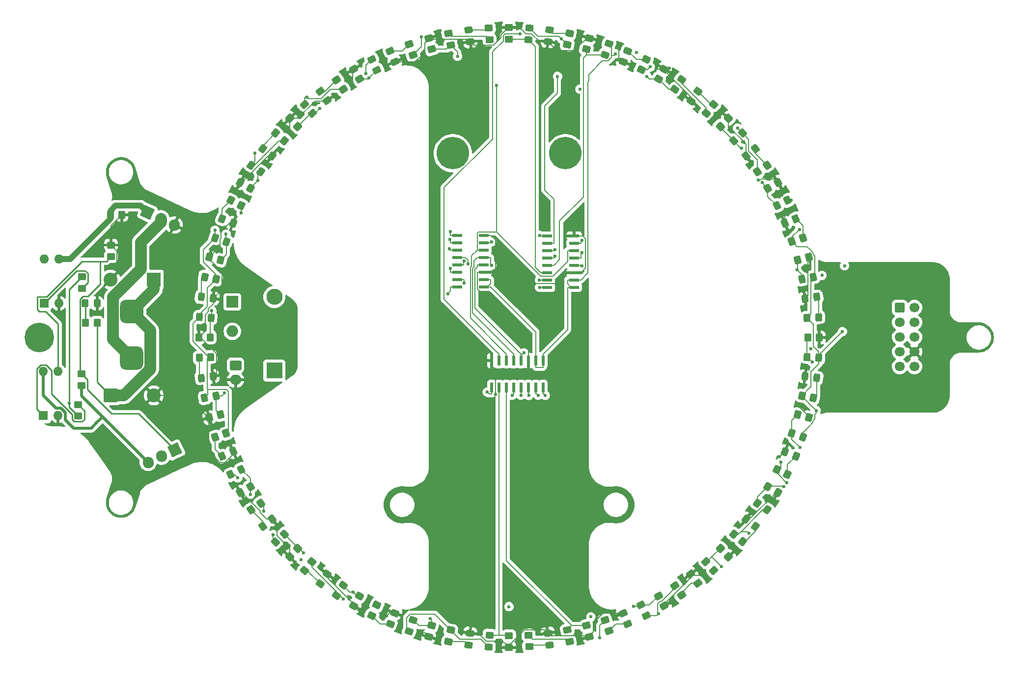
<source format=gbr>
%TF.GenerationSoftware,KiCad,Pcbnew,8.0.6*%
%TF.CreationDate,2024-11-15T00:49:57-05:00*%
%TF.ProjectId,LinePCB,4c696e65-5043-4422-9e6b-696361645f70,rev?*%
%TF.SameCoordinates,Original*%
%TF.FileFunction,Copper,L4,Bot*%
%TF.FilePolarity,Positive*%
%FSLAX46Y46*%
G04 Gerber Fmt 4.6, Leading zero omitted, Abs format (unit mm)*
G04 Created by KiCad (PCBNEW 8.0.6) date 2024-11-15 00:49:57*
%MOMM*%
%LPD*%
G01*
G04 APERTURE LIST*
G04 Aperture macros list*
%AMRoundRect*
0 Rectangle with rounded corners*
0 $1 Rounding radius*
0 $2 $3 $4 $5 $6 $7 $8 $9 X,Y pos of 4 corners*
0 Add a 4 corners polygon primitive as box body*
4,1,4,$2,$3,$4,$5,$6,$7,$8,$9,$2,$3,0*
0 Add four circle primitives for the rounded corners*
1,1,$1+$1,$2,$3*
1,1,$1+$1,$4,$5*
1,1,$1+$1,$6,$7*
1,1,$1+$1,$8,$9*
0 Add four rect primitives between the rounded corners*
20,1,$1+$1,$2,$3,$4,$5,0*
20,1,$1+$1,$4,$5,$6,$7,0*
20,1,$1+$1,$6,$7,$8,$9,0*
20,1,$1+$1,$8,$9,$2,$3,0*%
%AMHorizOval*
0 Thick line with rounded ends*
0 $1 width*
0 $2 $3 position (X,Y) of the first rounded end (center of the circle)*
0 $4 $5 position (X,Y) of the second rounded end (center of the circle)*
0 Add line between two ends*
20,1,$1,$2,$3,$4,$5,0*
0 Add two circle primitives to create the rounded ends*
1,1,$1,$2,$3*
1,1,$1,$4,$5*%
%AMRotRect*
0 Rectangle, with rotation*
0 The origin of the aperture is its center*
0 $1 length*
0 $2 width*
0 $3 Rotation angle, in degrees counterclockwise*
0 Add horizontal line*
21,1,$1,$2,0,0,$3*%
G04 Aperture macros list end*
%TA.AperFunction,ComponentPad*%
%ADD10C,5.100000*%
%TD*%
%TA.AperFunction,ComponentPad*%
%ADD11RoundRect,0.250000X-0.600000X-0.600000X0.600000X-0.600000X0.600000X0.600000X-0.600000X0.600000X0*%
%TD*%
%TA.AperFunction,ComponentPad*%
%ADD12C,1.700000*%
%TD*%
%TA.AperFunction,ComponentPad*%
%ADD13R,2.000000X2.000000*%
%TD*%
%TA.AperFunction,ComponentPad*%
%ADD14O,2.000000X2.000000*%
%TD*%
%TA.AperFunction,ComponentPad*%
%ADD15R,2.800000X2.800000*%
%TD*%
%TA.AperFunction,ComponentPad*%
%ADD16O,2.800000X2.800000*%
%TD*%
%TA.AperFunction,ComponentPad*%
%ADD17R,1.600000X1.600000*%
%TD*%
%TA.AperFunction,ComponentPad*%
%ADD18O,1.600000X1.600000*%
%TD*%
%TA.AperFunction,ComponentPad*%
%ADD19R,2.400000X2.400000*%
%TD*%
%TA.AperFunction,ComponentPad*%
%ADD20C,2.400000*%
%TD*%
%TA.AperFunction,ComponentPad*%
%ADD21C,5.600000*%
%TD*%
%TA.AperFunction,ComponentPad*%
%ADD22RotRect,1.905000X2.000000X205.000000*%
%TD*%
%TA.AperFunction,ComponentPad*%
%ADD23HorizOval,1.905000X-0.020074X0.043050X0.020074X-0.043050X0*%
%TD*%
%TA.AperFunction,ComponentPad*%
%ADD24RoundRect,0.250000X-0.750000X0.600000X-0.750000X-0.600000X0.750000X-0.600000X0.750000X0.600000X0*%
%TD*%
%TA.AperFunction,ComponentPad*%
%ADD25O,2.000000X1.700000*%
%TD*%
%TA.AperFunction,ComponentPad*%
%ADD26RotRect,1.905000X2.000000X335.000000*%
%TD*%
%TA.AperFunction,ComponentPad*%
%ADD27HorizOval,1.905000X-0.020074X-0.043050X0.020074X0.043050X0*%
%TD*%
%TA.AperFunction,SMDPad,CuDef*%
%ADD28RoundRect,0.250000X-0.539432X0.184426X-0.311535X-0.477437X0.539432X-0.184426X0.311535X0.477437X0*%
%TD*%
%TA.AperFunction,SMDPad,CuDef*%
%ADD29RoundRect,0.250000X-0.038526X-0.568784X0.541800X-0.177349X0.038526X0.568784X-0.541800X0.177349X0*%
%TD*%
%TA.AperFunction,SMDPad,CuDef*%
%ADD30RoundRect,0.250000X-0.530373X-0.163796X-0.011260X-0.554976X0.530373X0.163796X0.011260X0.554976X0*%
%TD*%
%TA.AperFunction,SMDPad,CuDef*%
%ADD31RoundRect,0.250000X-0.295486X0.469908X-0.538980X-0.132762X0.295486X-0.469908X0.538980X0.132762X0*%
%TD*%
%TA.AperFunction,SMDPad,CuDef*%
%ADD32RoundRect,0.250000X-0.503745X0.233165X-0.379719X-0.404893X0.503745X-0.233165X0.379719X0.404893X0*%
%TD*%
%TA.AperFunction,SMDPad,CuDef*%
%ADD33RoundRect,0.250000X0.503745X-0.233165X0.379719X0.404893X-0.503745X0.233165X-0.379719X-0.404893X0*%
%TD*%
%TA.AperFunction,SMDPad,CuDef*%
%ADD34RoundRect,0.250000X0.565685X0.070711X0.070711X0.565685X-0.565685X-0.070711X-0.070711X-0.565685X0*%
%TD*%
%TA.AperFunction,SMDPad,CuDef*%
%ADD35RoundRect,0.250000X0.251027X-0.511845X0.557887X0.117311X-0.251027X0.511845X-0.557887X-0.117311X0*%
%TD*%
%TA.AperFunction,SMDPad,CuDef*%
%ADD36RoundRect,0.250000X0.163796X-0.530373X0.554976X-0.011260X-0.163796X0.530373X-0.554976X0.011260X0*%
%TD*%
%TA.AperFunction,SMDPad,CuDef*%
%ADD37RoundRect,0.250000X0.295486X-0.469908X0.538980X0.132762X-0.295486X0.469908X-0.538980X-0.132762X0*%
%TD*%
%TA.AperFunction,SMDPad,CuDef*%
%ADD38RoundRect,0.250000X0.539432X-0.184426X0.311535X0.477437X-0.539432X0.184426X-0.311535X-0.477437X0*%
%TD*%
%TA.AperFunction,SMDPad,CuDef*%
%ADD39RoundRect,0.250000X-0.259209X-0.490852X0.384465X-0.400389X0.259209X0.490852X-0.384465X0.400389X0*%
%TD*%
%TA.AperFunction,SMDPad,CuDef*%
%ADD40RoundRect,0.250000X-0.454543X-0.344080X0.221605X-0.525253X0.454543X0.344080X-0.221605X0.525253X0*%
%TD*%
%TA.AperFunction,SMDPad,CuDef*%
%ADD41RoundRect,0.250000X-0.473319X0.317757X-0.424489X-0.380538X0.473319X-0.317757X0.424489X0.380538X0*%
%TD*%
%TA.AperFunction,SMDPad,CuDef*%
%ADD42RoundRect,0.250000X-0.568784X0.038526X-0.177349X-0.541800X0.568784X-0.038526X0.177349X0.541800X0*%
%TD*%
%TA.AperFunction,SMDPad,CuDef*%
%ADD43R,1.676400X0.508000*%
%TD*%
%TA.AperFunction,SMDPad,CuDef*%
%ADD44RoundRect,0.250000X0.454543X0.344080X-0.221605X0.525253X-0.454543X-0.344080X0.221605X-0.525253X0*%
%TD*%
%TA.AperFunction,SMDPad,CuDef*%
%ADD45RoundRect,0.250000X-0.565685X-0.070711X-0.070711X-0.565685X0.565685X0.070711X0.070711X0.565685X0*%
%TD*%
%TA.AperFunction,SMDPad,CuDef*%
%ADD46RoundRect,0.250000X0.184426X0.539432X-0.477437X0.311535X-0.184426X-0.539432X0.477437X-0.311535X0*%
%TD*%
%TA.AperFunction,SMDPad,CuDef*%
%ADD47RoundRect,0.250000X0.214711X-0.528109X0.564711X0.078109X-0.214711X0.528109X-0.564711X-0.078109X0*%
%TD*%
%TA.AperFunction,SMDPad,CuDef*%
%ADD48RoundRect,0.250000X-0.559375X-0.109999X-0.031078X-0.569240X0.559375X0.109999X0.031078X0.569240X0*%
%TD*%
%TA.AperFunction,SMDPad,CuDef*%
%ADD49RoundRect,0.250000X-0.233165X-0.503745X0.404893X-0.379719X0.233165X0.503745X-0.404893X0.379719X0*%
%TD*%
%TA.AperFunction,SMDPad,CuDef*%
%ADD50RoundRect,0.250000X0.473319X-0.317757X0.424489X0.380538X-0.473319X0.317757X-0.424489X-0.380538X0*%
%TD*%
%TA.AperFunction,SMDPad,CuDef*%
%ADD51RoundRect,0.250000X-0.564711X0.078109X-0.214711X-0.528109X0.564711X-0.078109X0.214711X0.528109X0*%
%TD*%
%TA.AperFunction,SMDPad,CuDef*%
%ADD52RoundRect,0.250000X0.530373X0.163796X0.011260X0.554976X-0.530373X-0.163796X-0.011260X-0.554976X0*%
%TD*%
%TA.AperFunction,SMDPad,CuDef*%
%ADD53RoundRect,0.250000X-0.109999X0.559375X-0.569240X0.031078X0.109999X-0.559375X0.569240X-0.031078X0*%
%TD*%
%TA.AperFunction,SMDPad,CuDef*%
%ADD54RoundRect,0.250000X0.350000X0.450000X-0.350000X0.450000X-0.350000X-0.450000X0.350000X-0.450000X0*%
%TD*%
%TA.AperFunction,SMDPad,CuDef*%
%ADD55RoundRect,0.250000X0.221605X0.525253X-0.454543X0.344080X-0.221605X-0.525253X0.454543X-0.344080X0*%
%TD*%
%TA.AperFunction,SMDPad,CuDef*%
%ADD56RoundRect,0.250000X0.511845X0.251027X-0.117311X0.557887X-0.511845X-0.251027X0.117311X-0.557887X0*%
%TD*%
%TA.AperFunction,SMDPad,CuDef*%
%ADD57RoundRect,0.250000X-0.374949X0.429434X-0.508515X-0.257705X0.374949X-0.429434X0.508515X0.257705X0*%
%TD*%
%TA.AperFunction,SMDPad,CuDef*%
%ADD58RoundRect,0.250000X0.521074X0.191329X-0.017800X0.554805X-0.521074X-0.191329X0.017800X-0.554805X0*%
%TD*%
%TA.AperFunction,SMDPad,CuDef*%
%ADD59RoundRect,0.250000X-0.355599X-0.426233X0.292818X-0.471575X0.355599X0.426233X-0.292818X0.471575X0*%
%TD*%
%TA.AperFunction,SMDPad,CuDef*%
%ADD60RoundRect,0.250000X0.407038X-0.377419X0.486253X0.267736X-0.407038X0.377419X-0.486253X-0.267736X0*%
%TD*%
%TA.AperFunction,SMDPad,CuDef*%
%ADD61RoundRect,0.250000X-0.450000X0.350000X-0.450000X-0.350000X0.450000X-0.350000X0.450000X0.350000X0*%
%TD*%
%TA.AperFunction,SMDPad,CuDef*%
%ADD62RoundRect,0.250000X-0.078109X-0.564711X0.528109X-0.214711X0.078109X0.564711X-0.528109X0.214711X0*%
%TD*%
%TA.AperFunction,SMDPad,CuDef*%
%ADD63RoundRect,0.250000X-0.525253X0.221605X-0.344080X-0.454543X0.525253X-0.221605X0.344080X0.454543X0*%
%TD*%
%TA.AperFunction,SMDPad,CuDef*%
%ADD64RoundRect,0.250000X-0.469908X-0.295486X0.132762X-0.538980X0.469908X0.295486X-0.132762X0.538980X0*%
%TD*%
%TA.AperFunction,SMDPad,CuDef*%
%ADD65RoundRect,0.250000X0.554695X0.020944X0.154515X0.533151X-0.554695X-0.020944X-0.154515X-0.533151X0*%
%TD*%
%TA.AperFunction,SMDPad,CuDef*%
%ADD66RoundRect,0.250000X-0.429434X-0.374949X0.257705X-0.508515X0.429434X0.374949X-0.257705X0.508515X0*%
%TD*%
%TA.AperFunction,SMDPad,CuDef*%
%ADD67RoundRect,0.250000X-0.554695X-0.020944X-0.154515X-0.533151X0.554695X0.020944X0.154515X0.533151X0*%
%TD*%
%TA.AperFunction,SMDPad,CuDef*%
%ADD68RoundRect,0.250000X0.490852X-0.259209X0.400389X0.384465X-0.490852X0.259209X-0.400389X-0.384465X0*%
%TD*%
%TA.AperFunction,SMDPad,CuDef*%
%ADD69RoundRect,0.250000X0.038526X0.568784X-0.541800X0.177349X-0.038526X-0.568784X0.541800X-0.177349X0*%
%TD*%
%TA.AperFunction,SMDPad,CuDef*%
%ADD70RoundRect,0.250000X0.344080X-0.454543X0.525253X0.221605X-0.344080X0.454543X-0.525253X-0.221605X0*%
%TD*%
%TA.AperFunction,SMDPad,CuDef*%
%ADD71RoundRect,0.250000X0.070711X-0.565685X0.565685X-0.070711X-0.070711X0.565685X-0.565685X0.070711X0*%
%TD*%
%TA.AperFunction,SMDPad,CuDef*%
%ADD72RoundRect,0.250000X-0.184426X-0.539432X0.477437X-0.311535X0.184426X0.539432X-0.477437X0.311535X0*%
%TD*%
%TA.AperFunction,SMDPad,CuDef*%
%ADD73RoundRect,0.250000X0.319674X-0.453799X0.531293X0.160788X-0.319674X0.453799X-0.531293X-0.160788X0*%
%TD*%
%TA.AperFunction,SMDPad,CuDef*%
%ADD74RoundRect,0.250000X0.374949X-0.429434X0.508515X0.257705X-0.374949X0.429434X-0.508515X-0.257705X0*%
%TD*%
%TA.AperFunction,SMDPad,CuDef*%
%ADD75RoundRect,0.250000X0.317757X0.473319X-0.380538X0.424489X-0.317757X-0.473319X0.380538X-0.424489X0*%
%TD*%
%TA.AperFunction,SMDPad,CuDef*%
%ADD76R,0.508000X1.676400*%
%TD*%
%TA.AperFunction,SMDPad,CuDef*%
%ADD77RoundRect,0.250000X-0.191329X0.521074X-0.554805X-0.017800X0.191329X-0.521074X0.554805X0.017800X0*%
%TD*%
%TA.AperFunction,SMDPad,CuDef*%
%ADD78RoundRect,0.250000X0.020944X-0.554695X0.533151X-0.154515X-0.020944X0.554695X-0.533151X0.154515X0*%
%TD*%
%TA.AperFunction,SMDPad,CuDef*%
%ADD79RoundRect,0.250000X-0.221605X-0.525253X0.454543X-0.344080X0.221605X0.525253X-0.454543X0.344080X0*%
%TD*%
%TA.AperFunction,SMDPad,CuDef*%
%ADD80RoundRect,0.250000X-0.163796X0.530373X-0.554976X0.011260X0.163796X-0.530373X0.554976X-0.011260X0*%
%TD*%
%TA.AperFunction,SMDPad,CuDef*%
%ADD81RoundRect,0.250000X-0.094841X-0.546928X0.489375X-0.261987X0.094841X0.546928X-0.489375X0.261987X0*%
%TD*%
%TA.AperFunction,SMDPad,CuDef*%
%ADD82RoundRect,0.250000X-0.546928X0.094841X-0.261987X-0.489375X0.546928X-0.094841X0.261987X0.489375X0*%
%TD*%
%TA.AperFunction,SMDPad,CuDef*%
%ADD83RoundRect,0.250000X-0.350000X-0.450000X0.350000X-0.450000X0.350000X0.450000X-0.350000X0.450000X0*%
%TD*%
%TA.AperFunction,SMDPad,CuDef*%
%ADD84RoundRect,0.250000X-0.528109X-0.214711X0.078109X-0.564711X0.528109X0.214711X-0.078109X0.564711X0*%
%TD*%
%TA.AperFunction,SMDPad,CuDef*%
%ADD85RoundRect,1.000000X-1.000000X1.000000X-1.000000X-1.000000X1.000000X-1.000000X1.000000X1.000000X0*%
%TD*%
%TA.AperFunction,SMDPad,CuDef*%
%ADD86RoundRect,0.250000X0.568784X-0.038526X0.177349X0.541800X-0.568784X0.038526X-0.177349X-0.541800X0*%
%TD*%
%TA.AperFunction,SMDPad,CuDef*%
%ADD87RoundRect,0.250000X0.453799X0.319674X-0.160788X0.531293X-0.453799X-0.319674X0.160788X-0.531293X0*%
%TD*%
%TA.AperFunction,SMDPad,CuDef*%
%ADD88RoundRect,0.250000X0.469908X0.295486X-0.132762X0.538980X-0.469908X-0.295486X0.132762X-0.538980X0*%
%TD*%
%TA.AperFunction,SMDPad,CuDef*%
%ADD89RoundRect,0.250000X0.355599X0.426233X-0.292818X0.471575X-0.355599X-0.426233X0.292818X-0.471575X0*%
%TD*%
%TA.AperFunction,SMDPad,CuDef*%
%ADD90RoundRect,0.250000X0.233165X0.503745X-0.404893X0.379719X-0.233165X-0.503745X0.404893X-0.379719X0*%
%TD*%
%TA.AperFunction,SMDPad,CuDef*%
%ADD91RoundRect,0.250000X0.525253X-0.221605X0.344080X0.454543X-0.525253X0.221605X-0.344080X-0.454543X0*%
%TD*%
%TA.AperFunction,SMDPad,CuDef*%
%ADD92RoundRect,0.250000X0.325000X0.450000X-0.325000X0.450000X-0.325000X-0.450000X0.325000X-0.450000X0*%
%TD*%
%TA.AperFunction,SMDPad,CuDef*%
%ADD93RoundRect,0.250000X-0.426233X0.355599X-0.471575X-0.292818X0.426233X-0.355599X0.471575X0.292818X0*%
%TD*%
%TA.AperFunction,SMDPad,CuDef*%
%ADD94RoundRect,0.250000X-0.317757X-0.473319X0.380538X-0.424489X0.317757X0.473319X-0.380538X0.424489X0*%
%TD*%
%TA.AperFunction,SMDPad,CuDef*%
%ADD95RoundRect,0.250000X0.123335X0.541215X-0.474993X0.287240X-0.123335X-0.541215X0.474993X-0.287240X0*%
%TD*%
%TA.AperFunction,SMDPad,CuDef*%
%ADD96RoundRect,0.250000X-0.453799X-0.319674X0.160788X-0.531293X0.453799X0.319674X-0.160788X0.531293X0*%
%TD*%
%TA.AperFunction,SMDPad,CuDef*%
%ADD97RoundRect,0.250000X0.078109X0.564711X-0.528109X0.214711X-0.078109X-0.564711X0.528109X-0.214711X0*%
%TD*%
%TA.AperFunction,SMDPad,CuDef*%
%ADD98RoundRect,0.250000X-0.407038X0.377419X-0.486253X-0.267736X0.407038X-0.377419X0.486253X0.267736X0*%
%TD*%
%TA.AperFunction,SMDPad,CuDef*%
%ADD99RoundRect,0.250000X0.546928X-0.094841X0.261987X0.489375X-0.546928X0.094841X-0.261987X-0.489375X0*%
%TD*%
%TA.AperFunction,SMDPad,CuDef*%
%ADD100RoundRect,0.250000X-0.490852X0.259209X-0.400389X-0.384465X0.490852X-0.259209X0.400389X0.384465X0*%
%TD*%
%TA.AperFunction,SMDPad,CuDef*%
%ADD101RoundRect,0.250000X-0.049946X0.552838X-0.540507X0.126400X0.049946X-0.552838X0.540507X-0.126400X0*%
%TD*%
%TA.AperFunction,SMDPad,CuDef*%
%ADD102RoundRect,0.250000X-0.521074X-0.191329X0.017800X-0.554805X0.521074X0.191329X-0.017800X0.554805X0*%
%TD*%
%TA.AperFunction,SMDPad,CuDef*%
%ADD103RoundRect,0.250000X0.450000X-0.350000X0.450000X0.350000X-0.450000X0.350000X-0.450000X-0.350000X0*%
%TD*%
%TA.AperFunction,SMDPad,CuDef*%
%ADD104RoundRect,0.250000X-0.070711X0.565685X-0.565685X0.070711X0.070711X-0.565685X0.565685X-0.070711X0*%
%TD*%
%TA.AperFunction,SMDPad,CuDef*%
%ADD105RoundRect,0.250000X-0.552838X-0.049946X-0.126400X-0.540507X0.552838X0.049946X0.126400X0.540507X0*%
%TD*%
%TA.AperFunction,SMDPad,CuDef*%
%ADD106RoundRect,0.250000X0.564711X-0.078109X0.214711X0.528109X-0.564711X0.078109X-0.214711X-0.528109X0*%
%TD*%
%TA.AperFunction,SMDPad,CuDef*%
%ADD107RoundRect,0.250000X-0.541215X0.123335X-0.287240X-0.474993X0.541215X-0.123335X0.287240X0.474993X0*%
%TD*%
%TA.AperFunction,SMDPad,CuDef*%
%ADD108RoundRect,0.250000X-0.319674X0.453799X-0.531293X-0.160788X0.319674X-0.453799X0.531293X0.160788X0*%
%TD*%
%TA.AperFunction,SMDPad,CuDef*%
%ADD109RoundRect,0.250000X-0.214711X0.528109X-0.564711X-0.078109X0.214711X-0.528109X0.564711X0.078109X0*%
%TD*%
%TA.AperFunction,SMDPad,CuDef*%
%ADD110RoundRect,0.250000X-0.377419X-0.407038X0.267736X-0.486253X0.377419X0.407038X-0.267736X0.486253X0*%
%TD*%
%TA.AperFunction,SMDPad,CuDef*%
%ADD111RoundRect,0.250000X0.259209X0.490852X-0.384465X0.400389X-0.259209X-0.490852X0.384465X-0.400389X0*%
%TD*%
%TA.AperFunction,SMDPad,CuDef*%
%ADD112RoundRect,0.250000X-0.251027X0.511845X-0.557887X-0.117311X0.251027X-0.511845X0.557887X0.117311X0*%
%TD*%
%TA.AperFunction,SMDPad,CuDef*%
%ADD113RoundRect,0.250000X-0.020944X0.554695X-0.533151X0.154515X0.020944X-0.554695X0.533151X-0.154515X0*%
%TD*%
%TA.AperFunction,SMDPad,CuDef*%
%ADD114RoundRect,0.250000X0.191329X-0.521074X0.554805X0.017800X-0.191329X0.521074X-0.554805X-0.017800X0*%
%TD*%
%TA.AperFunction,SMDPad,CuDef*%
%ADD115RoundRect,0.250000X0.094841X0.546928X-0.489375X0.261987X-0.094841X-0.546928X0.489375X-0.261987X0*%
%TD*%
%TA.AperFunction,SMDPad,CuDef*%
%ADD116RoundRect,0.250000X-0.123335X-0.541215X0.474993X-0.287240X0.123335X0.541215X-0.474993X0.287240X0*%
%TD*%
%TA.AperFunction,SMDPad,CuDef*%
%ADD117RoundRect,0.250000X0.429434X0.374949X-0.257705X0.508515X-0.429434X-0.374949X0.257705X-0.508515X0*%
%TD*%
%TA.AperFunction,SMDPad,CuDef*%
%ADD118RoundRect,0.250000X0.541215X-0.123335X0.287240X0.474993X-0.541215X0.123335X-0.287240X-0.474993X0*%
%TD*%
%TA.AperFunction,SMDPad,CuDef*%
%ADD119RoundRect,0.250000X0.559375X0.109999X0.031078X0.569240X-0.559375X-0.109999X-0.031078X-0.569240X0*%
%TD*%
%TA.AperFunction,SMDPad,CuDef*%
%ADD120RoundRect,0.250000X-0.344080X0.454543X-0.525253X-0.221605X0.344080X-0.454543X0.525253X0.221605X0*%
%TD*%
%TA.AperFunction,SMDPad,CuDef*%
%ADD121RoundRect,0.250000X0.426233X-0.355599X0.471575X0.292818X-0.426233X0.355599X-0.471575X-0.292818X0*%
%TD*%
%TA.AperFunction,SMDPad,CuDef*%
%ADD122RoundRect,0.250000X0.552838X0.049946X0.126400X0.540507X-0.552838X-0.049946X-0.126400X-0.540507X0*%
%TD*%
%TA.AperFunction,SMDPad,CuDef*%
%ADD123RoundRect,0.250000X0.528109X0.214711X-0.078109X0.564711X-0.528109X-0.214711X0.078109X-0.564711X0*%
%TD*%
%TA.AperFunction,SMDPad,CuDef*%
%ADD124RoundRect,0.250000X0.109999X-0.559375X0.569240X-0.031078X-0.109999X0.559375X-0.569240X0.031078X0*%
%TD*%
%TA.AperFunction,SMDPad,CuDef*%
%ADD125RoundRect,0.250000X0.049946X-0.552838X0.540507X-0.126400X-0.049946X0.552838X-0.540507X0.126400X0*%
%TD*%
%TA.AperFunction,SMDPad,CuDef*%
%ADD126RoundRect,0.250000X-0.511845X-0.251027X0.117311X-0.557887X0.511845X0.251027X-0.117311X0.557887X0*%
%TD*%
%TA.AperFunction,SMDPad,CuDef*%
%ADD127RoundRect,0.250000X0.377419X0.407038X-0.267736X0.486253X-0.377419X-0.407038X0.267736X-0.486253X0*%
%TD*%
%TA.AperFunction,ViaPad*%
%ADD128C,0.600000*%
%TD*%
%TA.AperFunction,Conductor*%
%ADD129C,0.200000*%
%TD*%
%TA.AperFunction,Conductor*%
%ADD130C,0.250000*%
%TD*%
%TA.AperFunction,Conductor*%
%ADD131C,0.500000*%
%TD*%
%TA.AperFunction,Conductor*%
%ADD132C,2.000000*%
%TD*%
%TA.AperFunction,Conductor*%
%ADD133C,1.000000*%
%TD*%
G04 APERTURE END LIST*
D10*
%TO.P,H1,1*%
%TO.N,N/C*%
X19002000Y-100000000D03*
%TD*%
D11*
%TO.P,J1,1,Pin_1*%
%TO.N,CS1*%
X167340000Y-94840000D03*
D12*
%TO.P,J1,2,Pin_2*%
%TO.N,SCK1*%
X169880000Y-94840000D03*
%TO.P,J1,3,Pin_3*%
%TO.N,CS2*%
X167340000Y-97380000D03*
%TO.P,J1,4,Pin_4*%
%TO.N,MISO*%
X169880000Y-97380000D03*
%TO.P,J1,5,Pin_5*%
%TO.N,CS3*%
X167340000Y-99920000D03*
%TO.P,J1,6,Pin_6*%
%TO.N,MOSI*%
X169880000Y-99920000D03*
%TO.P,J1,7,Pin_7*%
%TO.N,12V*%
X167340000Y-102460000D03*
%TO.P,J1,8,Pin_8*%
%TO.N,GND*%
X169880000Y-102460000D03*
%TO.P,J1,9,Pin_9*%
%TO.N,Kicker*%
X167340000Y-105000000D03*
%TO.P,J1,10,Pin_10*%
%TO.N,3.3V*%
X169880000Y-105000000D03*
%TD*%
D13*
%TO.P,R52,1*%
%TO.N,Net-(U15-K)*%
X52305000Y-93860000D03*
D14*
%TO.P,R52,2*%
%TO.N,Net-(U6-D)*%
X52305000Y-98940000D03*
%TD*%
D15*
%TO.P,U15,1,K*%
%TO.N,Net-(U15-K)*%
X59540000Y-105710000D03*
D16*
%TO.P,U15,2,A*%
%TO.N,Net-(U14-S)*%
X59540000Y-93010000D03*
%TD*%
D17*
%TO.P,U12,1,A*%
%TO.N,Net-(U12-A)*%
X19835000Y-94090000D03*
D18*
%TO.P,U12,2,K*%
%TO.N,GND*%
X22375000Y-94090000D03*
%TO.P,U12,3,R*%
%TO.N,Net-(U14-G)*%
X22375000Y-86470000D03*
%TO.P,U12,4,R*%
%TO.N,12V*%
X19835000Y-86470000D03*
%TD*%
D19*
%TO.P,U10,1*%
%TO.N,Net-(U15-K)*%
X38770000Y-90000000D03*
D20*
%TO.P,U10,2*%
%TO.N,GND*%
X31270000Y-90000000D03*
%TD*%
D21*
%TO.P,H3,1*%
%TO.N,N/C*%
X109700000Y-68209100D03*
%TD*%
D22*
%TO.P,U6,1,G*%
%TO.N,Net-(U6-G)*%
X42382600Y-119420100D03*
D23*
%TO.P,U6,2,D*%
%TO.N,Net-(U6-D)*%
X40080579Y-120493549D03*
%TO.P,U6,3,S*%
%TO.N,48V*%
X37778556Y-121567000D03*
%TD*%
D24*
%TO.P,J2,1,Pin_1*%
%TO.N,48V*%
X52850000Y-104800000D03*
D25*
%TO.P,J2,2,Pin_2*%
%TO.N,GND*%
X52850000Y-107300000D03*
%TD*%
D19*
%TO.P,U9,1*%
%TO.N,Net-(U15-K)*%
X31270000Y-110000000D03*
D20*
%TO.P,U9,2*%
%TO.N,GND*%
X38770000Y-110000000D03*
%TD*%
D21*
%TO.P,H2,1*%
%TO.N,N/C*%
X90300000Y-68209100D03*
%TD*%
D26*
%TO.P,U14,1,G*%
%TO.N,Net-(U14-G)*%
X37676000Y-78443100D03*
D27*
%TO.P,U14,2,S*%
%TO.N,Net-(U14-S)*%
X39978021Y-79516551D03*
%TO.P,U14,3,D*%
%TO.N,GND*%
X42280043Y-80590000D03*
%TD*%
D17*
%TO.P,U7,1,A*%
%TO.N,Net-(U7-A)*%
X19725000Y-113490000D03*
D18*
%TO.P,U7,2,K*%
%TO.N,GND*%
X22265000Y-113490000D03*
%TO.P,U7,3,R*%
%TO.N,Net-(U6-G)*%
X22265000Y-105870000D03*
%TO.P,U7,4,R*%
%TO.N,48V*%
X19725000Y-105870000D03*
%TD*%
D28*
%TO.P,R10,1*%
%TO.N,3.3V*%
X116550031Y-148768282D03*
%TO.P,R10,2*%
%TO.N,Net-(D10-A)*%
X117201169Y-150659318D03*
%TD*%
D29*
%TO.P,R44,1*%
%TO.N,3.3V*%
X142823162Y-71391793D03*
%TO.P,R44,2*%
%TO.N,Net-(D44-A)*%
X144481238Y-70273407D03*
%TD*%
D30*
%TO.P,D6,1,K*%
%TO.N,GND*%
X140832499Y-131343140D03*
%TO.P,D6,2,A*%
%TO.N,Net-(D6-A)*%
X142469701Y-132576860D03*
%TD*%
D31*
%TO.P,D16,1,K*%
%TO.N,GND*%
X80293072Y-147553336D03*
%TO.P,D16,2,A*%
%TO.N,Net-(D16-A)*%
X79525128Y-149454064D03*
%TD*%
D32*
%TO.P,D11,1,K*%
%TO.N,Ch6*%
X110046620Y-150485032D03*
%TO.P,D11,2,A*%
%TO.N,3.3V*%
X110437780Y-152497368D03*
%TD*%
D33*
%TO.P,D35,1,K*%
%TO.N,Ch18*%
X89953381Y-49514966D03*
%TO.P,D35,2,A*%
%TO.N,3.3V*%
X89562219Y-47502634D03*
%TD*%
D34*
%TO.P,R31,1*%
%TO.N,Ch16*%
X63584007Y-63584007D03*
%TO.P,R31,2*%
%TO.N,GND*%
X62169793Y-62169793D03*
%TD*%
D35*
%TO.P,R40,1*%
%TO.N,3.3V*%
X122781829Y-53812994D03*
%TO.P,R40,2*%
%TO.N,Net-(D40-A)*%
X123658571Y-52015406D03*
%TD*%
D36*
%TO.P,D42,1,K*%
%TO.N,GND*%
X131343140Y-59167501D03*
%TO.P,D42,2,A*%
%TO.N,Net-(D42-A)*%
X132576860Y-57530299D03*
%TD*%
D37*
%TO.P,D40,1,K*%
%TO.N,GND*%
X119706928Y-52446664D03*
%TO.P,D40,2,A*%
%TO.N,Net-(D40-A)*%
X120474872Y-50545936D03*
%TD*%
D38*
%TO.P,R34,1*%
%TO.N,3.3V*%
X83449968Y-51231719D03*
%TO.P,R34,2*%
%TO.N,Net-(D34-A)*%
X82798832Y-49340681D03*
%TD*%
D39*
%TO.P,D48,1,K*%
%TO.N,GND*%
X151035875Y-93290052D03*
%TO.P,D48,2,A*%
%TO.N,Net-(D48-A)*%
X153065925Y-93004748D03*
%TD*%
D40*
%TO.P,R3,1*%
%TO.N,Ch2*%
X149745174Y-113329181D03*
%TO.P,R3,2*%
%TO.N,GND*%
X151677026Y-113846819D03*
%TD*%
D41*
%TO.P,R12,1*%
%TO.N,3.3V*%
X103363944Y-151390036D03*
%TO.P,R12,2*%
%TO.N,Net-(D12-A)*%
X103503456Y-153385164D03*
%TD*%
D42*
%TO.P,R8,1*%
%TO.N,3.3V*%
X128608207Y-142823162D03*
%TO.P,R8,2*%
%TO.N,Net-(D8-A)*%
X129726593Y-144481238D03*
%TD*%
D43*
%TO.P,U2,1,CH0*%
%TO.N,Ch9*%
X91050000Y-91250000D03*
%TO.P,U2,2,CH1*%
%TO.N,Ch10*%
X91050000Y-89980000D03*
%TO.P,U2,3,CH2*%
%TO.N,Ch11*%
X91050000Y-88710000D03*
%TO.P,U2,4,CH3*%
%TO.N,Ch12*%
X91050000Y-87440000D03*
%TO.P,U2,5,CH4*%
%TO.N,Ch13*%
X91050000Y-86170000D03*
%TO.P,U2,6,CH5*%
%TO.N,Ch14*%
X91050000Y-84900000D03*
%TO.P,U2,7,CH6*%
%TO.N,Ch15*%
X91050000Y-83630000D03*
%TO.P,U2,8,CH7*%
%TO.N,Ch16*%
X91050000Y-82360000D03*
%TO.P,U2,9,DGND*%
%TO.N,GND*%
X95672800Y-82360000D03*
%TO.P,U2,10,~{CS}/SHDN*%
%TO.N,CS2*%
X95672800Y-83630000D03*
%TO.P,U2,11,Din*%
%TO.N,MOSI*%
X95672800Y-84900000D03*
%TO.P,U2,12,Dout*%
%TO.N,MISO*%
X95672800Y-86170000D03*
%TO.P,U2,13,CLK*%
%TO.N,SCK1*%
X95672800Y-87440000D03*
%TO.P,U2,14,AGND*%
%TO.N,GND*%
X95672800Y-88710000D03*
%TO.P,U2,15,Vref*%
%TO.N,3.3V*%
X95672800Y-89980000D03*
%TO.P,U2,16,Vdd*%
X95672800Y-91250000D03*
%TD*%
D44*
%TO.P,R27,1*%
%TO.N,Ch14*%
X50254826Y-86670819D03*
%TO.P,R27,2*%
%TO.N,GND*%
X48322974Y-86153181D03*
%TD*%
D45*
%TO.P,R7,1*%
%TO.N,Ch4*%
X136415993Y-136415993D03*
%TO.P,R7,2*%
%TO.N,GND*%
X137830207Y-137830207D03*
%TD*%
D46*
%TO.P,R22,1*%
%TO.N,3.3V*%
X51231719Y-116550032D03*
%TO.P,R22,2*%
%TO.N,Net-(D22-A)*%
X49340681Y-117201168D03*
%TD*%
D47*
%TO.P,R41,1*%
%TO.N,Ch21*%
X125750000Y-55399725D03*
%TO.P,R41,2*%
%TO.N,GND*%
X126750000Y-53667675D03*
%TD*%
D48*
%TO.P,R6,1*%
%TO.N,3.3V*%
X138716891Y-133959640D03*
%TO.P,R6,2*%
%TO.N,Net-(D6-A)*%
X140226309Y-135271760D03*
%TD*%
D49*
%TO.P,D47,1,K*%
%TO.N,Ch24*%
X150485032Y-89953379D03*
%TO.P,D47,2,A*%
%TO.N,3.3V*%
X152497368Y-89562221D03*
%TD*%
D50*
%TO.P,R36,1*%
%TO.N,3.3V*%
X96636056Y-48609964D03*
%TO.P,R36,2*%
%TO.N,Net-(D36-A)*%
X96496544Y-46614836D03*
%TD*%
D51*
%TO.P,R9,1*%
%TO.N,Ch5*%
X125750000Y-144600275D03*
%TO.P,R9,2*%
%TO.N,GND*%
X126750000Y-146332325D03*
%TD*%
D52*
%TO.P,D30,1,K*%
%TO.N,GND*%
X59167501Y-68656860D03*
%TO.P,D30,2,A*%
%TO.N,Net-(D30-A)*%
X57530299Y-67423140D03*
%TD*%
D53*
%TO.P,R18,1*%
%TO.N,3.3V*%
X66040360Y-138716891D03*
%TO.P,R18,2*%
%TO.N,Net-(D18-A)*%
X64728240Y-140226309D03*
%TD*%
D54*
%TO.P,U16,1*%
%TO.N,GND*%
X33260000Y-78850000D03*
%TO.P,U16,2*%
%TO.N,Net-(U14-G)*%
X31260000Y-78850000D03*
%TD*%
D55*
%TO.P,R23,1*%
%TO.N,Ch12*%
X50254826Y-113329181D03*
%TO.P,R23,2*%
%TO.N,GND*%
X48322974Y-113846819D03*
%TD*%
D56*
%TO.P,R28,1*%
%TO.N,3.3V*%
X53812992Y-77218171D03*
%TO.P,R28,2*%
%TO.N,Net-(D28-A)*%
X52015408Y-76341429D03*
%TD*%
D57*
%TO.P,R14,1*%
%TO.N,3.3V*%
X89948610Y-150509572D03*
%TO.P,R14,2*%
%TO.N,Net-(D14-A)*%
X89566990Y-152472828D03*
%TD*%
D58*
%TO.P,D29,1,K*%
%TO.N,Ch15*%
X57197564Y-71405772D03*
%TO.P,D29,2,A*%
%TO.N,3.3V*%
X55498036Y-70259428D03*
%TD*%
D59*
%TO.P,D1,1,K*%
%TO.N,Ch1*%
X151365097Y-103362200D03*
%TO.P,D1,2,A*%
%TO.N,3.3V*%
X153410103Y-103505200D03*
%TD*%
D60*
%TO.P,D38,1,K*%
%TO.N,GND*%
X106727684Y-48966460D03*
%TO.P,D38,2,A*%
%TO.N,Net-(D38-A)*%
X106977516Y-46931740D03*
%TD*%
D61*
%TO.P,R13,1*%
%TO.N,Ch7*%
X100000000Y-151500000D03*
%TO.P,R13,2*%
%TO.N,GND*%
X100000000Y-153500000D03*
%TD*%
%TO.P,U5,1*%
%TO.N,GND*%
X31390000Y-84050000D03*
%TO.P,U5,2*%
%TO.N,Net-(U6-G)*%
X31390000Y-86050000D03*
%TD*%
D62*
%TO.P,R45,1*%
%TO.N,Ch23*%
X144600275Y-74250000D03*
%TO.P,R45,2*%
%TO.N,GND*%
X146332325Y-73250000D03*
%TD*%
D63*
%TO.P,R11,1*%
%TO.N,Ch6*%
X113329181Y-149745174D03*
%TO.P,R11,2*%
%TO.N,GND*%
X113846819Y-151677026D03*
%TD*%
D64*
%TO.P,D4,1,K*%
%TO.N,GND*%
X147553336Y-119706928D03*
%TO.P,D4,2,A*%
%TO.N,Net-(D4-A)*%
X149454064Y-120474872D03*
%TD*%
D65*
%TO.P,D32,1,K*%
%TO.N,GND*%
X68671053Y-59156611D03*
%TO.P,D32,2,A*%
%TO.N,Net-(D32-A)*%
X67408947Y-57541189D03*
%TD*%
D66*
%TO.P,R2,1*%
%TO.N,3.3V*%
X150509573Y-110051391D03*
%TO.P,R2,2*%
%TO.N,Net-(D2-A)*%
X152472827Y-110433009D03*
%TD*%
D67*
%TO.P,D8,1,K*%
%TO.N,GND*%
X131328947Y-140843289D03*
%TO.P,D8,2,A*%
%TO.N,Net-(D8-A)*%
X132591053Y-142458711D03*
%TD*%
D68*
%TO.P,D36,1,K*%
%TO.N,GND*%
X93290052Y-48964125D03*
%TO.P,D36,2,A*%
%TO.N,Net-(D36-A)*%
X93004748Y-46934075D03*
%TD*%
D69*
%TO.P,R20,1*%
%TO.N,3.3V*%
X57176838Y-128608207D03*
%TO.P,R20,2*%
%TO.N,Net-(D20-A)*%
X55518762Y-129726593D03*
%TD*%
D70*
%TO.P,R39,1*%
%TO.N,Ch20*%
X113329181Y-50254826D03*
%TO.P,R39,2*%
%TO.N,GND*%
X113846819Y-48322974D03*
%TD*%
D71*
%TO.P,R43,1*%
%TO.N,Ch22*%
X136415993Y-63584007D03*
%TO.P,R43,2*%
%TO.N,GND*%
X137830207Y-62169793D03*
%TD*%
D72*
%TO.P,R46,1*%
%TO.N,3.3V*%
X148768282Y-83449969D03*
%TO.P,R46,2*%
%TO.N,Net-(D46-A)*%
X150659318Y-82798831D03*
%TD*%
D73*
%TO.P,D39,1,K*%
%TO.N,Ch20*%
X116541894Y-51255355D03*
%TO.P,D39,2,A*%
%TO.N,3.3V*%
X117209306Y-49317045D03*
%TD*%
D74*
%TO.P,R38,1*%
%TO.N,3.3V*%
X110051390Y-49490427D03*
%TO.P,R38,2*%
%TO.N,Net-(D38-A)*%
X110433010Y-47527173D03*
%TD*%
D75*
%TO.P,R24,1*%
%TO.N,3.3V*%
X48609964Y-103363944D03*
%TO.P,R24,2*%
%TO.N,Net-(D24-A)*%
X46614836Y-103503456D03*
%TD*%
D76*
%TO.P,U1,1,CH0*%
%TO.N,Ch1*%
X105895000Y-108631400D03*
%TO.P,U1,2,CH1*%
%TO.N,Ch2*%
X104625000Y-108631400D03*
%TO.P,U1,3,CH2*%
%TO.N,Ch3*%
X103355000Y-108631400D03*
%TO.P,U1,4,CH3*%
%TO.N,Ch4*%
X102085000Y-108631400D03*
%TO.P,U1,5,CH4*%
%TO.N,Ch5*%
X100815000Y-108631400D03*
%TO.P,U1,6,CH5*%
%TO.N,Ch6*%
X99545000Y-108631400D03*
%TO.P,U1,7,CH6*%
%TO.N,Ch7*%
X98275000Y-108631400D03*
%TO.P,U1,8,CH7*%
%TO.N,Ch8*%
X97005000Y-108631400D03*
%TO.P,U1,9,DGND*%
%TO.N,GND*%
X97005000Y-104008600D03*
%TO.P,U1,10,~{CS}/SHDN*%
%TO.N,CS1*%
X98275000Y-104008600D03*
%TO.P,U1,11,Din*%
%TO.N,MOSI*%
X99545000Y-104008600D03*
%TO.P,U1,12,Dout*%
%TO.N,MISO*%
X100815000Y-104008600D03*
%TO.P,U1,13,CLK*%
%TO.N,SCK1*%
X102085000Y-104008600D03*
%TO.P,U1,14,AGND*%
%TO.N,GND*%
X103355000Y-104008600D03*
%TO.P,U1,15,Vref*%
%TO.N,3.3V*%
X104625000Y-104008600D03*
%TO.P,U1,16,Vdd*%
X105895000Y-104008600D03*
%TD*%
D77*
%TO.P,D17,1,K*%
%TO.N,Ch9*%
X71405772Y-142802437D03*
%TO.P,D17,2,A*%
%TO.N,3.3V*%
X70259428Y-144501963D03*
%TD*%
D78*
%TO.P,D44,1,K*%
%TO.N,GND*%
X140843389Y-68671053D03*
%TO.P,D44,2,A*%
%TO.N,Net-(D44-A)*%
X142458811Y-67408947D03*
%TD*%
D54*
%TO.P,R25,1*%
%TO.N,Ch13*%
X48500000Y-100000000D03*
%TO.P,R25,2*%
%TO.N,GND*%
X46500000Y-100000000D03*
%TD*%
D79*
%TO.P,R47,1*%
%TO.N,Ch24*%
X149745174Y-86670819D03*
%TO.P,R47,2*%
%TO.N,GND*%
X151677026Y-86153181D03*
%TD*%
D43*
%TO.P,U3,1,CH0*%
%TO.N,Ch17*%
X106607200Y-91350000D03*
%TO.P,U3,2,CH1*%
%TO.N,Ch18*%
X106607200Y-90080000D03*
%TO.P,U3,3,CH2*%
%TO.N,Ch19*%
X106607200Y-88810000D03*
%TO.P,U3,4,CH3*%
%TO.N,Ch20*%
X106607200Y-87540000D03*
%TO.P,U3,5,CH4*%
%TO.N,Ch21*%
X106607200Y-86270000D03*
%TO.P,U3,6,CH5*%
%TO.N,Ch22*%
X106607200Y-85000000D03*
%TO.P,U3,7,CH6*%
%TO.N,Ch23*%
X106607200Y-83730000D03*
%TO.P,U3,8,CH7*%
%TO.N,Ch24*%
X106607200Y-82460000D03*
%TO.P,U3,9,DGND*%
%TO.N,GND*%
X111230000Y-82460000D03*
%TO.P,U3,10,~{CS}/SHDN*%
%TO.N,CS3*%
X111230000Y-83730000D03*
%TO.P,U3,11,Din*%
%TO.N,MOSI*%
X111230000Y-85000000D03*
%TO.P,U3,12,Dout*%
%TO.N,MISO*%
X111230000Y-86270000D03*
%TO.P,U3,13,CLK*%
%TO.N,SCK1*%
X111230000Y-87540000D03*
%TO.P,U3,14,AGND*%
%TO.N,GND*%
X111230000Y-88810000D03*
%TO.P,U3,15,Vref*%
%TO.N,3.3V*%
X111230000Y-90080000D03*
%TO.P,U3,16,Vdd*%
X111230000Y-91350000D03*
%TD*%
D80*
%TO.P,D18,1,K*%
%TO.N,GND*%
X68656860Y-140832399D03*
%TO.P,D18,2,A*%
%TO.N,Net-(D18-A)*%
X67423140Y-142469601D03*
%TD*%
D81*
%TO.P,D45,1,K*%
%TO.N,Ch23*%
X146164536Y-77229130D03*
%TO.P,D45,2,A*%
%TO.N,3.3V*%
X148007064Y-76330470D03*
%TD*%
D82*
%TO.P,D9,1,K*%
%TO.N,Ch5*%
X122770870Y-146164537D03*
%TO.P,D9,2,A*%
%TO.N,3.3V*%
X123669530Y-148007063D03*
%TD*%
D83*
%TO.P,U13,1*%
%TO.N,Net-(D49-A)*%
X26990000Y-97450000D03*
%TO.P,U13,2*%
%TO.N,Net-(U15-K)*%
X28990000Y-97450000D03*
%TD*%
D84*
%TO.P,R5,1*%
%TO.N,Ch3*%
X144600275Y-125750000D03*
%TO.P,R5,2*%
%TO.N,GND*%
X146332325Y-126750000D03*
%TD*%
D85*
%TO.P,U17,1,Pin_1*%
%TO.N,Net-(U15-K)*%
X34940000Y-95550000D03*
%TO.P,U17,2,Pin_2*%
%TO.N,Net-(U14-S)*%
X34940000Y-103550000D03*
%TD*%
D86*
%TO.P,R32,1*%
%TO.N,3.3V*%
X71391793Y-57176838D03*
%TO.P,R32,2*%
%TO.N,Net-(D32-A)*%
X70273407Y-55518762D03*
%TD*%
D87*
%TO.P,D27,1,K*%
%TO.N,Ch14*%
X51255356Y-83458108D03*
%TO.P,D27,2,A*%
%TO.N,3.3V*%
X49317044Y-82790692D03*
%TD*%
D88*
%TO.P,D28,1,K*%
%TO.N,GND*%
X52446664Y-80293072D03*
%TO.P,D28,2,A*%
%TO.N,Net-(D28-A)*%
X50545936Y-79525128D03*
%TD*%
D89*
%TO.P,D25,1,K*%
%TO.N,Ch13*%
X48634903Y-96637800D03*
%TO.P,D25,2,A*%
%TO.N,3.3V*%
X46589897Y-96494800D03*
%TD*%
D90*
%TO.P,D23,1,K*%
%TO.N,Ch12*%
X49514968Y-110046621D03*
%TO.P,D23,2,A*%
%TO.N,3.3V*%
X47502632Y-110437779D03*
%TD*%
D91*
%TO.P,R35,1*%
%TO.N,Ch18*%
X86670819Y-50254826D03*
%TO.P,R35,2*%
%TO.N,GND*%
X86153181Y-48322974D03*
%TD*%
D92*
%TO.P,D49,1,K*%
%TO.N,GND*%
X28980000Y-94110000D03*
%TO.P,D49,2,A*%
%TO.N,Net-(D49-A)*%
X26930000Y-94110000D03*
%TD*%
D93*
%TO.P,D13,1,K*%
%TO.N,Ch7*%
X96637801Y-151365098D03*
%TO.P,D13,2,A*%
%TO.N,3.3V*%
X96494799Y-153410102D03*
%TD*%
D94*
%TO.P,R48,1*%
%TO.N,3.3V*%
X151390036Y-96636056D03*
%TO.P,R48,2*%
%TO.N,Net-(D48-A)*%
X153385164Y-96496544D03*
%TD*%
D95*
%TO.P,D22,1,K*%
%TO.N,GND*%
X52439818Y-119690400D03*
%TO.P,D22,2,A*%
%TO.N,Net-(D22-A)*%
X50552782Y-120491400D03*
%TD*%
D96*
%TO.P,D3,1,K*%
%TO.N,Ch2*%
X148744644Y-116541894D03*
%TO.P,D3,2,A*%
%TO.N,3.3V*%
X150682956Y-117209306D03*
%TD*%
D97*
%TO.P,R21,1*%
%TO.N,Ch11*%
X55399725Y-125750000D03*
%TO.P,R21,2*%
%TO.N,GND*%
X53667675Y-126750000D03*
%TD*%
D98*
%TO.P,D14,1,K*%
%TO.N,GND*%
X93272316Y-151033540D03*
%TO.P,D14,2,A*%
%TO.N,Net-(D14-A)*%
X93022484Y-153068260D03*
%TD*%
D99*
%TO.P,D33,1,K*%
%TO.N,Ch17*%
X77229130Y-53835463D03*
%TO.P,D33,2,A*%
%TO.N,3.3V*%
X76330470Y-51992937D03*
%TD*%
D100*
%TO.P,D12,1,K*%
%TO.N,GND*%
X106709948Y-151035875D03*
%TO.P,D12,2,A*%
%TO.N,Net-(D12-A)*%
X106995252Y-153065925D03*
%TD*%
D101*
%TO.P,D19,1,K*%
%TO.N,Ch10*%
X61301979Y-133943240D03*
%TO.P,D19,2,A*%
%TO.N,3.3V*%
X59754821Y-135288160D03*
%TD*%
D102*
%TO.P,D5,1,K*%
%TO.N,Ch3*%
X142802436Y-128594226D03*
%TO.P,D5,2,A*%
%TO.N,3.3V*%
X144501964Y-129740574D03*
%TD*%
D103*
%TO.P,R37,1*%
%TO.N,Ch19*%
X100000000Y-48500000D03*
%TO.P,R37,2*%
%TO.N,GND*%
X100000000Y-46500000D03*
%TD*%
D104*
%TO.P,R19,1*%
%TO.N,Ch10*%
X63584007Y-136415993D03*
%TO.P,R19,2*%
%TO.N,GND*%
X62169793Y-137830207D03*
%TD*%
D105*
%TO.P,D7,1,K*%
%TO.N,Ch4*%
X133943240Y-138698021D03*
%TO.P,D7,2,A*%
%TO.N,3.3V*%
X135288160Y-140245179D03*
%TD*%
D106*
%TO.P,R33,1*%
%TO.N,Ch17*%
X74250000Y-55399725D03*
%TO.P,R33,2*%
%TO.N,GND*%
X73250000Y-53667675D03*
%TD*%
D107*
%TO.P,D10,1,K*%
%TO.N,GND*%
X119690400Y-147560182D03*
%TO.P,D10,2,A*%
%TO.N,Net-(D10-A)*%
X120491400Y-149447218D03*
%TD*%
D108*
%TO.P,D15,1,K*%
%TO.N,Ch8*%
X83458106Y-148744644D03*
%TO.P,D15,2,A*%
%TO.N,3.3V*%
X82790694Y-150682956D03*
%TD*%
D109*
%TO.P,R17,1*%
%TO.N,Ch9*%
X74250000Y-144600275D03*
%TO.P,R17,2*%
%TO.N,GND*%
X73250000Y-146332325D03*
%TD*%
D110*
%TO.P,D2,1,K*%
%TO.N,GND*%
X151033540Y-106727684D03*
%TO.P,D2,2,A*%
%TO.N,Net-(D2-A)*%
X153068260Y-106977516D03*
%TD*%
D111*
%TO.P,D24,1,K*%
%TO.N,GND*%
X48964125Y-106709948D03*
%TO.P,D24,2,A*%
%TO.N,Net-(D24-A)*%
X46934075Y-106995252D03*
%TD*%
D112*
%TO.P,R16,1*%
%TO.N,3.3V*%
X77218171Y-146187006D03*
%TO.P,R16,2*%
%TO.N,Net-(D16-A)*%
X76341429Y-147984594D03*
%TD*%
D113*
%TO.P,D20,1,K*%
%TO.N,GND*%
X59156611Y-131328947D03*
%TO.P,D20,2,A*%
%TO.N,Net-(D20-A)*%
X57541189Y-132591053D03*
%TD*%
D114*
%TO.P,D41,1,K*%
%TO.N,Ch21*%
X128594228Y-57197566D03*
%TO.P,D41,2,A*%
%TO.N,3.3V*%
X129740572Y-55498034D03*
%TD*%
D61*
%TO.P,U4,1*%
%TO.N,Net-(U6-G)*%
X26310000Y-106270000D03*
%TO.P,U4,2*%
%TO.N,48V*%
X26310000Y-108270000D03*
%TD*%
D115*
%TO.P,D21,1,K*%
%TO.N,Ch11*%
X53835464Y-122770870D03*
%TO.P,D21,2,A*%
%TO.N,3.3V*%
X51992936Y-123669530D03*
%TD*%
D116*
%TO.P,D46,1,K*%
%TO.N,GND*%
X147560182Y-80309600D03*
%TO.P,D46,2,A*%
%TO.N,Net-(D46-A)*%
X149447218Y-79508600D03*
%TD*%
D117*
%TO.P,R26,1*%
%TO.N,3.3V*%
X49490427Y-89948610D03*
%TO.P,R26,2*%
%TO.N,Net-(D26-A)*%
X47527173Y-89566990D03*
%TD*%
D118*
%TO.P,D34,1,K*%
%TO.N,GND*%
X80309600Y-52439818D03*
%TO.P,D34,2,A*%
%TO.N,Net-(D34-A)*%
X79508600Y-50552782D03*
%TD*%
D119*
%TO.P,R30,1*%
%TO.N,3.3V*%
X61283110Y-66040359D03*
%TO.P,R30,2*%
%TO.N,Net-(D30-A)*%
X59773690Y-64728241D03*
%TD*%
D120*
%TO.P,R15,1*%
%TO.N,Ch8*%
X86670819Y-149745174D03*
%TO.P,R15,2*%
%TO.N,GND*%
X86153181Y-151677026D03*
%TD*%
D121*
%TO.P,D37,1,K*%
%TO.N,Ch19*%
X103362200Y-48634903D03*
%TO.P,D37,2,A*%
%TO.N,3.3V*%
X103505200Y-46589897D03*
%TD*%
D83*
%TO.P,R1,1*%
%TO.N,Ch1*%
X151500000Y-100000000D03*
%TO.P,R1,2*%
%TO.N,GND*%
X153500000Y-100000000D03*
%TD*%
D122*
%TO.P,D31,1,K*%
%TO.N,Ch16*%
X66056761Y-61301979D03*
%TO.P,D31,2,A*%
%TO.N,3.3V*%
X64711839Y-59754821D03*
%TD*%
D123*
%TO.P,R29,1*%
%TO.N,Ch15*%
X55399725Y-74250000D03*
%TO.P,R29,2*%
%TO.N,GND*%
X53667675Y-73250000D03*
%TD*%
D124*
%TO.P,R42,1*%
%TO.N,3.3V*%
X133959642Y-61283110D03*
%TO.P,R42,2*%
%TO.N,Net-(D42-A)*%
X135271758Y-59773690D03*
%TD*%
D61*
%TO.P,U8,1*%
%TO.N,Net-(U7-A)*%
X25730000Y-111580000D03*
%TO.P,U8,2*%
%TO.N,Kicker*%
X25730000Y-113580000D03*
%TD*%
%TO.P,U11,1*%
%TO.N,Kicker*%
X26370000Y-89550000D03*
%TO.P,U11,2*%
%TO.N,Net-(U12-A)*%
X26370000Y-91550000D03*
%TD*%
D125*
%TO.P,D43,1,K*%
%TO.N,Ch22*%
X138698019Y-66056760D03*
%TO.P,D43,2,A*%
%TO.N,3.3V*%
X140245181Y-64711840D03*
%TD*%
D126*
%TO.P,R4,1*%
%TO.N,3.3V*%
X146187008Y-122781829D03*
%TO.P,R4,2*%
%TO.N,Net-(D4-A)*%
X147984592Y-123658571D03*
%TD*%
D127*
%TO.P,D26,1,K*%
%TO.N,GND*%
X48966460Y-93272316D03*
%TO.P,D26,2,A*%
%TO.N,Net-(D26-A)*%
X46931740Y-93022484D03*
%TD*%
D128*
%TO.N,3.3V*%
X77218171Y-146187006D03*
X56180000Y-68140000D03*
X125820000Y-147650000D03*
X96550000Y-153460000D03*
X71433900Y-145109700D03*
X148652600Y-76327400D03*
X75299100Y-54479600D03*
X146835700Y-121497600D03*
X96636056Y-48609964D03*
X118350000Y-51039400D03*
X135291500Y-140290000D03*
X89470000Y-47510000D03*
X139376700Y-63843000D03*
X53811100Y-78539500D03*
X59753150Y-135286850D03*
X115630000Y-151850000D03*
X49315600Y-81489100D03*
X109033000Y-48475400D03*
X110467850Y-152522150D03*
X59301600Y-134011700D03*
X103505200Y-46589897D03*
X157473100Y-98992500D03*
X141355000Y-133755000D03*
X57738100Y-130006000D03*
X84856400Y-48117900D03*
X51994900Y-123570000D03*
X129804755Y-55433851D03*
X150043900Y-81362300D03*
X53256900Y-124223300D03*
X51233100Y-116630000D03*
X147855700Y-125068600D03*
X124359485Y-53310515D03*
X65840453Y-138916798D03*
X82794900Y-150684400D03*
X65127450Y-58532550D03*
X152961100Y-112599700D03*
%TO.N,Ch1*%
X152306200Y-104268500D03*
X106235500Y-109994600D03*
%TO.N,GND*%
X97640000Y-109833700D03*
X125433199Y-53529729D03*
X153500000Y-101658400D03*
X141355200Y-70470000D03*
X73062521Y-56630000D03*
X151583900Y-105468000D03*
X151034700Y-94544700D03*
X92024900Y-150739500D03*
X78410000Y-148530000D03*
X53034339Y-74504339D03*
X84956700Y-150983400D03*
X148589300Y-77966200D03*
X114946300Y-148826300D03*
X127680000Y-53490766D03*
X142970000Y-72790000D03*
X134272100Y-141382000D03*
X53690000Y-126750000D03*
X149790000Y-111750000D03*
X74600000Y-147340000D03*
X137830200Y-62169800D03*
X146576600Y-120579400D03*
X62169793Y-137830207D03*
X28970000Y-94080000D03*
X62633400Y-65094700D03*
X137890000Y-137890000D03*
X118950000Y-49493400D03*
X111823700Y-49920400D03*
X52480000Y-119650000D03*
X97862300Y-83758600D03*
X146375013Y-126792688D03*
X146997600Y-75430000D03*
%TO.N,Ch2*%
X150130000Y-119010000D03*
X105021000Y-109985500D03*
%TO.N,Ch3*%
X147396700Y-125771000D03*
X103407400Y-109998100D03*
%TO.N,Ch4*%
X102085000Y-109989300D03*
X136635400Y-139567200D03*
X114109200Y-148224600D03*
%TO.N,Ch5*%
X99998800Y-146469000D03*
X100560400Y-109973900D03*
X121445600Y-146415400D03*
%TO.N,Ch8*%
X86396400Y-148535200D03*
X96235400Y-109418500D03*
%TO.N,Ch9*%
X73108900Y-143922500D03*
X89434500Y-92442700D03*
%TO.N,Ch10*%
X92251000Y-90615000D03*
X64561700Y-137142800D03*
%TO.N,Ch11*%
X89865200Y-88086000D03*
X55399700Y-127068200D03*
%TO.N,Ch12*%
X92248300Y-86835100D03*
X50975500Y-109583300D03*
%TO.N,Ch13*%
X92920800Y-87324600D03*
X48772400Y-95381500D03*
%TO.N,Ch14*%
X51229100Y-82161000D03*
X89691800Y-84685000D03*
%TO.N,Ch15*%
X89835000Y-83039200D03*
X56684600Y-72931000D03*
%TO.N,Ch16*%
X67392357Y-60510286D03*
X89910100Y-81683200D03*
%TO.N,Ch17*%
X105263000Y-91350000D03*
X75843400Y-55223200D03*
%TO.N,Ch18*%
X91136800Y-51487200D03*
X105253100Y-90072500D03*
%TO.N,Ch21*%
X123777337Y-54988115D03*
X112220900Y-57146300D03*
X107947600Y-85925400D03*
%TO.N,Ch22*%
X140069300Y-67293600D03*
X107956200Y-84880800D03*
%TO.N,Ch23*%
X108370000Y-54940000D03*
X143680400Y-73256300D03*
%TO.N,Ch24*%
X105262300Y-82392800D03*
X149650000Y-88310000D03*
X153947108Y-89282892D03*
%TO.N,CS2*%
X157850000Y-87620000D03*
X97035200Y-83497200D03*
X121980000Y-50820000D03*
%TO.N,Kicker*%
X64136300Y-138369000D03*
X24210000Y-111328100D03*
%TO.N,CS1*%
X101900200Y-47629200D03*
%TO.N,CS3*%
X112558600Y-83220900D03*
%TO.N,MOSI*%
X97847800Y-56511000D03*
%TO.N,SCK1*%
X102582800Y-102670200D03*
X152025000Y-101967600D03*
X112590100Y-87627100D03*
%TO.N,MISO*%
X112589500Y-85381000D03*
X97029500Y-87526400D03*
%TD*%
D129*
%TO.N,3.3V*%
X89988666Y-48028666D02*
X89470000Y-47510000D01*
X66043600Y-138719800D02*
X66043600Y-139654500D01*
X47287000Y-84823500D02*
X49315600Y-82794900D01*
X60333041Y-66040359D02*
X61283110Y-66040359D01*
X153410400Y-103500700D02*
X153410400Y-103055200D01*
X152961100Y-113040000D02*
X152961100Y-112599700D01*
X47940000Y-103663800D02*
X47940000Y-108865200D01*
X95672800Y-89980000D02*
X96812700Y-89980000D01*
X150510400Y-110149000D02*
X150510400Y-110047100D01*
X152690000Y-113311100D02*
X152961100Y-113040000D01*
X117091217Y-52263577D02*
X117674200Y-51680594D01*
X49315600Y-82794900D02*
X49315600Y-81489100D01*
X152051000Y-90003300D02*
X152699600Y-89354700D01*
X105895000Y-104578500D02*
X105895000Y-104008600D01*
X152456200Y-97698200D02*
X151389700Y-96631700D01*
X110090100Y-90780000D02*
X110090100Y-90080000D01*
X150684400Y-117205100D02*
X150684400Y-116396900D01*
X152684286Y-87154686D02*
X152684286Y-85941277D01*
X146835700Y-122454500D02*
X146835700Y-121497600D01*
X148006000Y-76327400D02*
X148005100Y-76326500D01*
X152520000Y-85660361D02*
X152400849Y-85393068D01*
X149631000Y-84309900D02*
X148766900Y-83445800D01*
X105895000Y-104008600D02*
X105895000Y-102868700D01*
X96812700Y-90680100D02*
X96812700Y-89980000D01*
X139538939Y-133959640D02*
X138716891Y-133959640D01*
X152381572Y-114670793D02*
X152400829Y-114606920D01*
X117674200Y-49784700D02*
X117205100Y-49315600D01*
X49489600Y-89952900D02*
X47949200Y-91493300D01*
X55498036Y-70259428D02*
X56113972Y-70259428D01*
X110047100Y-49489600D02*
X109033000Y-48475400D01*
X51994900Y-123673500D02*
X52707100Y-123673500D01*
X128608207Y-143231793D02*
X128608207Y-142823162D01*
X111230000Y-91350000D02*
X110660100Y-91350000D01*
X140242200Y-64708500D02*
X141310900Y-65777200D01*
X70263100Y-144504500D02*
X70828700Y-144504500D01*
X77220065Y-146188900D02*
X77222100Y-146188900D01*
X152400829Y-114606920D02*
X152551455Y-114269033D01*
X152520000Y-85776991D02*
X152520000Y-85660361D01*
X103505200Y-46589897D02*
X104953207Y-48037904D01*
X151390900Y-84309900D02*
X149631000Y-84309900D01*
X77218171Y-146187006D02*
X77220065Y-146188900D01*
X65006200Y-58411300D02*
X64711839Y-58705661D01*
X45553700Y-97535200D02*
X45553700Y-100686500D01*
X152050800Y-105921000D02*
X153410400Y-104561400D01*
X113721150Y-54616390D02*
X116073963Y-52263577D01*
X110760900Y-90080000D02*
X110090100Y-90080000D01*
X96242800Y-91250000D02*
X96812700Y-91250000D01*
X144501964Y-129740574D02*
X143758005Y-129740574D01*
X152551455Y-114269033D02*
X152690000Y-114049653D01*
X91493500Y-152051000D02*
X95139900Y-152051000D01*
X71388200Y-57179300D02*
X69209600Y-57179300D01*
X147825600Y-125068600D02*
X147855700Y-125068600D01*
X125820000Y-147650000D02*
X125632571Y-147462571D01*
X104625000Y-104578500D02*
X104625000Y-105148500D01*
X64711839Y-58705661D02*
X64711839Y-59754461D01*
X105895000Y-105148500D02*
X104625000Y-105148500D01*
X108595504Y-48037904D02*
X109033000Y-48475400D01*
X48031700Y-109914000D02*
X47503500Y-110442200D01*
X113721150Y-55711150D02*
X113721150Y-54616390D01*
X150510400Y-110047100D02*
X152050800Y-108506700D01*
X53811100Y-77222100D02*
X53811100Y-78539500D01*
X95139900Y-152051000D02*
X96499300Y-153410400D01*
X141114289Y-133514289D02*
X139984289Y-133514289D01*
X52707100Y-123673500D02*
X53256900Y-124223300D01*
X125820000Y-147650000D02*
X125464900Y-148005100D01*
X150684400Y-116396900D02*
X151575650Y-115505650D01*
X151575650Y-115476715D02*
X152381572Y-114670793D01*
X124359485Y-53310515D02*
X123858900Y-53811100D01*
X152684286Y-85941277D02*
X152520000Y-85776991D01*
X49489600Y-89952900D02*
X49489600Y-89138700D01*
X59301600Y-134835300D02*
X59301600Y-134011700D01*
X56180000Y-68140000D02*
X56180000Y-69577464D01*
X153410400Y-102500500D02*
X152456200Y-101546300D01*
X67628900Y-58760000D02*
X65354900Y-58760000D01*
X111230000Y-90080000D02*
X112369900Y-90080000D01*
X109996600Y-152050900D02*
X104029500Y-152050900D01*
X104625000Y-104578500D02*
X104625000Y-104008600D01*
X51994900Y-123673500D02*
X51994900Y-123570000D01*
X129736900Y-55495500D02*
X129736900Y-56125900D01*
X46589600Y-96499300D02*
X45553700Y-97535200D01*
X96636056Y-48609964D02*
X96054758Y-48028666D01*
X143758005Y-129740574D02*
X139984289Y-133514289D01*
X82328000Y-150217500D02*
X82328000Y-148317205D01*
X84856400Y-48117900D02*
X84856400Y-49822500D01*
X46589600Y-96030200D02*
X46589600Y-96499300D01*
X48235500Y-103368300D02*
X47940000Y-103663800D01*
X45553700Y-100686500D02*
X48235500Y-103368300D01*
X148652600Y-76327400D02*
X148006000Y-76327400D01*
X57738100Y-130006000D02*
X57738100Y-129170600D01*
X65840453Y-138916798D02*
X65846602Y-138916798D01*
X152456200Y-101546300D02*
X152456200Y-97698200D01*
X64711839Y-59754461D02*
X64708500Y-59757800D01*
X51624300Y-116163000D02*
X51624300Y-109287000D01*
X153410400Y-103055200D02*
X157473100Y-98992500D01*
X146512300Y-122777900D02*
X146512300Y-123755300D01*
X152699600Y-87170000D02*
X152684286Y-87154686D01*
X110660100Y-91350000D02*
X110090100Y-91350000D01*
X104953207Y-48037904D02*
X108595504Y-48037904D01*
X104029500Y-152050900D02*
X103368300Y-151389700D01*
X87178922Y-147736422D02*
X91493500Y-152051000D01*
X110090100Y-98673600D02*
X110090100Y-91350000D01*
X125464900Y-148005100D02*
X123673500Y-148005100D01*
X146512300Y-122777900D02*
X146835700Y-122454500D01*
X110760900Y-90080000D02*
X111230000Y-90080000D01*
X59753150Y-135286850D02*
X59301600Y-134835300D01*
X82908783Y-147736422D02*
X87178922Y-147736422D01*
X153410400Y-104561400D02*
X153410400Y-103500700D01*
X125632571Y-146017429D02*
X126080000Y-145570000D01*
X82328000Y-148317205D02*
X82908783Y-147736422D01*
X146512300Y-123755300D02*
X147825600Y-125068600D01*
X141310900Y-65777200D02*
X141310900Y-67819600D01*
X148766900Y-82639300D02*
X150043900Y-81362300D01*
X123858900Y-53811100D02*
X122777900Y-53811100D01*
X56180000Y-69577464D02*
X55498036Y-70259428D01*
X152400849Y-85393068D02*
X152379529Y-85322349D01*
X47949200Y-91493300D02*
X47949200Y-94670600D01*
X152050800Y-108506700D02*
X152050800Y-105921000D01*
X51624300Y-109287000D02*
X51294200Y-108956900D01*
X118087700Y-51301700D02*
X118350000Y-51039400D01*
X112369900Y-90080000D02*
X113630000Y-88819900D01*
X69209600Y-57179300D02*
X67628900Y-58760000D01*
X113630000Y-55802300D02*
X113721150Y-55711150D01*
X139984289Y-133514289D02*
X139538939Y-133959640D01*
X152379529Y-85322349D02*
X151950500Y-84893320D01*
X117674200Y-51680594D02*
X117674200Y-51301700D01*
X115630000Y-149688313D02*
X115630000Y-151850000D01*
X51294200Y-108956900D02*
X48031700Y-108956900D01*
X70828700Y-144504500D02*
X71433900Y-145109700D01*
X75299100Y-53022300D02*
X75299100Y-54479600D01*
X47940000Y-108865200D02*
X48031700Y-108956900D01*
X151950500Y-84869500D02*
X151390900Y-84309900D01*
X151389700Y-96631700D02*
X152051000Y-95970400D01*
X151950500Y-84893320D02*
X151950500Y-84869500D01*
X142820700Y-69329400D02*
X142820700Y-71388200D01*
X57738100Y-129170600D02*
X57179300Y-128611800D01*
X104625000Y-104008600D02*
X104625000Y-99062300D01*
X51233100Y-116554200D02*
X51624300Y-116163000D01*
X126080000Y-145570000D02*
X126270000Y-145570000D01*
X148766900Y-83445800D02*
X148766900Y-82639300D01*
X113630000Y-88819900D02*
X113630000Y-55802300D01*
X51233100Y-116630000D02*
X51233100Y-116554200D01*
X65354900Y-58760000D02*
X65006200Y-58411300D01*
X76326500Y-51994900D02*
X75299100Y-53022300D01*
X48031700Y-108956900D02*
X48031700Y-109914000D01*
X133956400Y-60345400D02*
X133956400Y-61280200D01*
X105895000Y-104578500D02*
X105895000Y-105148500D01*
X129798549Y-55433851D02*
X129736900Y-55495500D01*
X48235500Y-103368300D02*
X48610300Y-103368300D01*
X141310900Y-67819600D02*
X142820700Y-69329400D01*
X104625000Y-99062300D02*
X96812700Y-91250000D01*
X110442200Y-152496500D02*
X110467850Y-152522150D01*
X70263100Y-143874000D02*
X70263100Y-144504500D01*
X152051000Y-95970400D02*
X152051000Y-90003300D01*
X82794900Y-150684400D02*
X82328000Y-150217500D01*
X117674200Y-51301700D02*
X117674200Y-49784700D01*
X117674200Y-51301700D02*
X118087700Y-51301700D01*
X65846602Y-138916798D02*
X66043600Y-138719800D01*
X146188900Y-122777900D02*
X146512300Y-122777900D01*
X152699600Y-89354700D02*
X152699600Y-87170000D01*
X151575650Y-115505650D02*
X151575650Y-115476715D01*
X126270000Y-145570000D02*
X128608207Y-143231793D01*
X125632571Y-147462571D02*
X125632571Y-146017429D01*
X110660100Y-91350000D02*
X110090100Y-90780000D01*
X84856400Y-49822500D02*
X83445800Y-51233100D01*
X96054758Y-48028666D02*
X89988666Y-48028666D01*
X55495500Y-70263100D02*
X55495500Y-70261964D01*
X95672800Y-91250000D02*
X96242800Y-91250000D01*
X110442200Y-152496500D02*
X109996600Y-152050900D01*
X140242200Y-64708500D02*
X139376700Y-63843000D01*
X129736900Y-56125900D02*
X133956400Y-60345400D01*
X49489600Y-89138700D02*
X47287000Y-86936100D01*
X56113972Y-70259428D02*
X60333041Y-66040359D01*
X153410400Y-103500700D02*
X153410400Y-102500500D01*
X129804755Y-55433851D02*
X129798549Y-55433851D01*
X116550031Y-148768282D02*
X115630000Y-149688313D01*
X96242800Y-91250000D02*
X96812700Y-90680100D01*
X152961100Y-112599700D02*
X150510400Y-110149000D01*
X66043600Y-139654500D02*
X70263100Y-143874000D01*
X47287000Y-86936100D02*
X47287000Y-84823500D01*
X105895000Y-102868700D02*
X110090100Y-98673600D01*
X116073963Y-52263577D02*
X117091217Y-52263577D01*
X141355000Y-133755000D02*
X141114289Y-133514289D01*
X55495500Y-70261964D02*
X55498036Y-70259428D01*
X152690000Y-114049653D02*
X152690000Y-113311100D01*
X47949200Y-94670600D02*
X46589600Y-96030200D01*
%TO.N,Ch1*%
X151500000Y-100000000D02*
X151384600Y-100115400D01*
X151384600Y-103346900D02*
X152306200Y-104268500D01*
X151384600Y-100115400D02*
X151384600Y-103346900D01*
X105895000Y-108631400D02*
X105895000Y-109771300D01*
X106235500Y-109994600D02*
X106012200Y-109771300D01*
X151364800Y-103366700D02*
X151384600Y-103346900D01*
X106012200Y-109771300D02*
X105895000Y-109771300D01*
%TO.N,Net-(D2-A)*%
X152472000Y-110437300D02*
X153067100Y-109842200D01*
X153067100Y-109842200D02*
X153067100Y-106986400D01*
%TO.N,GND*%
X111230000Y-88810000D02*
X110090100Y-88810000D01*
X59962000Y-134214600D02*
X59962000Y-132135900D01*
X48323000Y-113846800D02*
X48272900Y-113896900D01*
X50199603Y-121587503D02*
X51003643Y-121587503D01*
X146332300Y-126750000D02*
X146069700Y-126750000D01*
X62169800Y-137830200D02*
X62169800Y-137745000D01*
X96812700Y-82360000D02*
X97647900Y-83195200D01*
X53927800Y-126750000D02*
X57136400Y-129958600D01*
X52850000Y-107300000D02*
X51548300Y-107300000D01*
X137590800Y-62409200D02*
X137830200Y-62169800D01*
X108237600Y-50484100D02*
X111260000Y-50484100D01*
X131284700Y-141532300D02*
X131336000Y-141481000D01*
X32423000Y-88847000D02*
X31270000Y-90000000D01*
X151491400Y-86338800D02*
X151677000Y-86153200D01*
X49590900Y-102769500D02*
X46821400Y-100000000D01*
X127680000Y-53490766D02*
X126926909Y-53490766D01*
X153500000Y-100000000D02*
X153500000Y-101658400D01*
X84956700Y-150983400D02*
X85459600Y-150983400D01*
X112716400Y-82460000D02*
X112369900Y-82460000D01*
X50527500Y-91719000D02*
X48965300Y-93281200D01*
X146069700Y-126750000D02*
X141483700Y-131336000D01*
X48170700Y-95017100D02*
X48170700Y-95519200D01*
X106718800Y-48965300D02*
X105275400Y-48965300D01*
X57136400Y-130255100D02*
X58217300Y-131336000D01*
X86153200Y-48508800D02*
X86153200Y-48323000D01*
X58217300Y-131336000D02*
X59162100Y-131336000D01*
X94532900Y-91629000D02*
X103354900Y-100451000D01*
X97333800Y-105148500D02*
X97640000Y-105454700D01*
X48965300Y-94222500D02*
X48170700Y-95017100D01*
X78410000Y-148530000D02*
X79383300Y-147556700D01*
X48965300Y-93281200D02*
X48965300Y-94222500D01*
X146675900Y-120579400D02*
X146576600Y-120579400D01*
X151677000Y-113600300D02*
X151677000Y-113846800D01*
X97005000Y-104008600D02*
X97005000Y-105148500D01*
X142826100Y-72790000D02*
X143298171Y-72790000D01*
X48272900Y-113896900D02*
X48272900Y-119660800D01*
X50328655Y-82908656D02*
X50210000Y-83027311D01*
X50967100Y-106718800D02*
X51548300Y-107300000D01*
X47612400Y-98887600D02*
X46500000Y-100000000D01*
X137830200Y-62169800D02*
X137830200Y-63584500D01*
X97640000Y-105454700D02*
X97640000Y-109833700D01*
X113210700Y-87969200D02*
X113210700Y-82954300D01*
X98588600Y-47761900D02*
X98588600Y-48291400D01*
X99754600Y-46595900D02*
X98588600Y-47761900D01*
X143431871Y-72656300D02*
X145738600Y-72656300D01*
X108213100Y-90687000D02*
X110090100Y-88810000D01*
X97640000Y-105454700D02*
X103048800Y-105454700D01*
X140837900Y-68664000D02*
X141355200Y-69181300D01*
X113846800Y-151491200D02*
X107175300Y-151491200D01*
X46821400Y-100000000D02*
X46500000Y-100000000D01*
X114522300Y-149250300D02*
X114522300Y-150815700D01*
X100176200Y-152943800D02*
X102670000Y-150450000D01*
X140837900Y-66592200D02*
X140837900Y-68664000D01*
X92320100Y-151034700D02*
X92024900Y-150739500D01*
X95672800Y-88710000D02*
X94532900Y-88710000D01*
X143298171Y-72790000D02*
X143431871Y-72656300D01*
X62169800Y-62169800D02*
X63577600Y-62169800D01*
X131284700Y-141532300D02*
X131707000Y-141110000D01*
X92824700Y-48508800D02*
X93281200Y-48965300D01*
X113846800Y-151491200D02*
X113846800Y-151677000D01*
X112369900Y-88810000D02*
X113210700Y-87969200D01*
X100000000Y-152943800D02*
X100176200Y-152943800D01*
X141483700Y-131336000D02*
X140837900Y-131336000D01*
X32423000Y-85083000D02*
X32423000Y-88847000D01*
X105275400Y-48965300D02*
X103894900Y-47584800D01*
X48272900Y-119660800D02*
X50199603Y-121587503D01*
X131707000Y-141110000D02*
X134000100Y-141110000D01*
X85456600Y-49205400D02*
X86153200Y-48508800D01*
X48272900Y-113896900D02*
X44376000Y-110000000D01*
X134000100Y-141110000D02*
X134272100Y-141382000D01*
X126926909Y-53490766D02*
X126750000Y-53667675D01*
X53891300Y-73647378D02*
X53891300Y-73250000D01*
X62169800Y-137745000D02*
X62169800Y-136422400D01*
X125433199Y-53529729D02*
X125571170Y-53667700D01*
X53034339Y-74504339D02*
X53891300Y-73647378D01*
X57136400Y-129958600D02*
X57136400Y-130255100D01*
X151034700Y-93281200D02*
X151491400Y-92824500D01*
X131336000Y-141481000D02*
X131336000Y-140837800D01*
X141355200Y-69181300D02*
X141355200Y-70470000D01*
X100000000Y-46500000D02*
X100000000Y-46595900D01*
X149826700Y-111750000D02*
X151677000Y-113600300D01*
X118950000Y-51694700D02*
X119698600Y-52443300D01*
X48323000Y-86423400D02*
X50187400Y-88287700D01*
X74257700Y-147340000D02*
X73250000Y-146332300D01*
X50210000Y-83027311D02*
X50210000Y-84266155D01*
X98887600Y-152387600D02*
X96077500Y-152387600D01*
X98588600Y-48291400D02*
X97330000Y-49550000D01*
X47612400Y-96077500D02*
X47612400Y-98887600D01*
X85456600Y-50802000D02*
X85456600Y-49205400D01*
X126750000Y-146332300D02*
X126750000Y-146067000D01*
X113421100Y-48323000D02*
X111823700Y-49920400D01*
X53891300Y-73250000D02*
X58477300Y-68664000D01*
X51826507Y-80293072D02*
X50328655Y-81790924D01*
X74600000Y-147340000D02*
X74257700Y-147340000D01*
X147556700Y-78998800D02*
X148589300Y-77966200D01*
X145738600Y-72656300D02*
X146997600Y-73915300D01*
X48323000Y-86153200D02*
X48323000Y-86423400D01*
X93281200Y-151034700D02*
X92320100Y-151034700D01*
X126750000Y-53667700D02*
X126750000Y-53903200D01*
X72595000Y-54322700D02*
X73250000Y-53667700D01*
X85459600Y-150983400D02*
X86153200Y-151677000D01*
X111800000Y-88810000D02*
X111230000Y-88810000D01*
X86153200Y-48508800D02*
X92824700Y-48508800D01*
X83815300Y-52443300D02*
X85456600Y-50802000D01*
X100000000Y-152943800D02*
X99443800Y-152943800D01*
X66585300Y-59162100D02*
X68664000Y-59162100D01*
X80301400Y-52443300D02*
X83815300Y-52443300D01*
X97647900Y-83758600D02*
X97862300Y-83758600D01*
X137830200Y-63584500D02*
X140837900Y-66592200D01*
X103048800Y-105454700D02*
X103355000Y-105148500D01*
X44376000Y-110000000D02*
X38770000Y-110000000D01*
X114522300Y-150815700D02*
X113846800Y-151491200D01*
X48965300Y-106718800D02*
X49590900Y-106718800D01*
X49590900Y-106718800D02*
X50967100Y-106718800D01*
X95672800Y-88710000D02*
X97647900Y-88710000D01*
X149790000Y-111750000D02*
X149826700Y-111750000D01*
X33260000Y-78850000D02*
X31390000Y-80720000D01*
X52446664Y-80293072D02*
X51826507Y-80293072D01*
X125571170Y-53667700D02*
X126750000Y-53667700D01*
X107175300Y-151491200D02*
X106718800Y-151034700D01*
X50210000Y-84266155D02*
X48322974Y-86153181D01*
X50187400Y-88287700D02*
X50527500Y-88627900D01*
X48170700Y-95519200D02*
X47612400Y-96077500D01*
X103355000Y-104008600D02*
X103355000Y-105148500D01*
X111260000Y-50484100D02*
X111823700Y-49920400D01*
X52439818Y-120151328D02*
X52439818Y-119690400D01*
X116215900Y-147556700D02*
X114946300Y-148826300D01*
X147556700Y-119698600D02*
X146675900Y-120579400D01*
X146997600Y-73915300D02*
X146997600Y-75430000D01*
X50527500Y-88627900D02*
X50527500Y-91719000D01*
X96077500Y-152387600D02*
X94724600Y-151034700D01*
X59962000Y-132135900D02*
X59162100Y-131336000D01*
X103894900Y-47584800D02*
X102898200Y-47584800D01*
X101909300Y-46595900D02*
X100000000Y-46595900D01*
X99443800Y-152943800D02*
X98887600Y-152387600D01*
X95672800Y-82360000D02*
X96812700Y-82360000D01*
X79383300Y-147556700D02*
X80301400Y-147556700D01*
X106718800Y-48965300D02*
X108237600Y-50484100D01*
X151034700Y-106017200D02*
X151034700Y-106718800D01*
X113846800Y-48323000D02*
X113421100Y-48323000D01*
X62169800Y-136422400D02*
X59962000Y-134214600D01*
X73250000Y-146332300D02*
X73250000Y-146024500D01*
X97647900Y-83195200D02*
X97647900Y-83758600D01*
X147556700Y-80301400D02*
X147556700Y-78998800D01*
X102670000Y-150450000D02*
X106134100Y-150450000D01*
X97330000Y-49550000D02*
X93865900Y-49550000D01*
X51003643Y-121587503D02*
X52439818Y-120151328D01*
X53646200Y-126750000D02*
X53667700Y-126750000D01*
X31390000Y-84050000D02*
X32423000Y-85083000D01*
X49590900Y-106718800D02*
X49590900Y-102769500D01*
X73250000Y-146024500D02*
X68664000Y-141438500D01*
X62169800Y-64631100D02*
X62169800Y-62169800D01*
X31390000Y-80720000D02*
X31390000Y-84050000D01*
X73062521Y-54322700D02*
X72595000Y-54322700D01*
X151583900Y-105468000D02*
X151034700Y-106017200D01*
X100000000Y-153500000D02*
X100000000Y-152943800D01*
X100000000Y-46595900D02*
X99754600Y-46595900D01*
X97005000Y-105148500D02*
X97333800Y-105148500D01*
X94532900Y-88710000D02*
X94532900Y-91629000D01*
X93865900Y-49550000D02*
X93281200Y-48965300D01*
X102898200Y-47584800D02*
X101909300Y-46595900D01*
X106134100Y-150450000D02*
X106718800Y-151034700D01*
X126750000Y-146067000D02*
X131284700Y-141532300D01*
X53690000Y-126750000D02*
X53927800Y-126750000D01*
X126750000Y-53903200D02*
X131336000Y-58489200D01*
X62633400Y-65094700D02*
X62169800Y-64631100D01*
X73062521Y-56630000D02*
X73062521Y-54322700D01*
X151491400Y-92824500D02*
X151491400Y-86338800D01*
X50328655Y-81790924D02*
X50328655Y-82908656D01*
X97647900Y-88710000D02*
X99624900Y-90687000D01*
X97647900Y-83758600D02*
X97647900Y-88710000D01*
X111800000Y-88810000D02*
X112369900Y-88810000D01*
X63577600Y-62169800D02*
X66585300Y-59162100D01*
X119698600Y-147556700D02*
X116215900Y-147556700D01*
X103354900Y-100451000D02*
X103355000Y-100451000D01*
X58477300Y-68664000D02*
X59162100Y-68664000D01*
X94724600Y-151034700D02*
X93281200Y-151034700D01*
X118950000Y-49493400D02*
X118950000Y-51694700D01*
X151034700Y-93281200D02*
X151034700Y-94544700D01*
X99624900Y-90687000D02*
X108213100Y-90687000D01*
X111230000Y-82460000D02*
X112369900Y-82460000D01*
X103355000Y-100451000D02*
X103355000Y-104008600D01*
X53667700Y-126750000D02*
X53690000Y-126750000D01*
X113210700Y-82954300D02*
X112716400Y-82460000D01*
X114946300Y-148826300D02*
X114522300Y-149250300D01*
%TO.N,Ch2*%
X105021000Y-109985500D02*
X104806800Y-109771300D01*
X104806800Y-109771300D02*
X104625000Y-109771300D01*
X104625000Y-108631400D02*
X104625000Y-109771300D01*
X148743200Y-114331200D02*
X149745200Y-113329200D01*
X148743200Y-117623200D02*
X148743200Y-114331200D01*
X150130000Y-119010000D02*
X148743200Y-117623200D01*
%TO.N,Net-(D4-A)*%
X147982700Y-123662500D02*
X147982700Y-121951200D01*
X147982700Y-121951200D02*
X149450700Y-120483200D01*
%TO.N,Ch3*%
X147251800Y-125626100D02*
X147396700Y-125771000D01*
X103355000Y-108631400D02*
X103355000Y-109771300D01*
X103407400Y-109823700D02*
X103407400Y-109998100D01*
X142799900Y-127550400D02*
X144600300Y-125750000D01*
X144724200Y-125626100D02*
X147251800Y-125626100D01*
X142799900Y-128597900D02*
X142799900Y-127550400D01*
X103355000Y-109771300D02*
X103407400Y-109823700D01*
X144600300Y-125750000D02*
X144724200Y-125626100D01*
%TO.N,Net-(D6-A)*%
X140686769Y-135271760D02*
X140226309Y-135271760D01*
X142469701Y-133488828D02*
X140686769Y-135271760D01*
X142469701Y-132576860D02*
X142469701Y-133488828D01*
%TO.N,Ch4*%
X134950100Y-137881900D02*
X136416000Y-136416000D01*
X133939900Y-138701000D02*
X134131000Y-138701000D01*
X134131000Y-138701000D02*
X134950100Y-137881900D01*
X134950100Y-137881900D02*
X136635400Y-139567200D01*
X102085000Y-109989300D02*
X102085000Y-108631400D01*
%TO.N,Net-(D8-A)*%
X131365800Y-142464200D02*
X132584000Y-142464200D01*
X129723000Y-144107000D02*
X131365800Y-142464200D01*
X129723000Y-144483700D02*
X129723000Y-144107000D01*
%TO.N,Ch5*%
X122766900Y-146166500D02*
X122518000Y-146415400D01*
X122518000Y-146415400D02*
X121445600Y-146415400D01*
X100560400Y-109973900D02*
X100763000Y-109771300D01*
X100763000Y-109771300D02*
X100815000Y-109771300D01*
X125750000Y-144600300D02*
X124183800Y-146166500D01*
X100815000Y-108631400D02*
X100815000Y-109771300D01*
X124183800Y-146166500D02*
X122766900Y-146166500D01*
%TO.N,Net-(D10-A)*%
X120483200Y-149450700D02*
X118407000Y-149450700D01*
X118407000Y-149450700D02*
X117197000Y-150660700D01*
%TO.N,Ch6*%
X99545000Y-138507300D02*
X99545000Y-108631400D01*
X110782900Y-149745200D02*
X99545000Y-138507300D01*
X113329200Y-149745200D02*
X110782900Y-149745200D01*
X110782900Y-149745200D02*
X110042200Y-150485900D01*
%TO.N,Net-(D12-A)*%
X106986400Y-153067100D02*
X103817500Y-153067100D01*
X103817500Y-153067100D02*
X103499100Y-153385500D01*
%TO.N,Ch7*%
X98275000Y-151364800D02*
X98275000Y-108631400D01*
X98275000Y-151364800D02*
X99864800Y-151364800D01*
X96633300Y-151364800D02*
X98275000Y-151364800D01*
X99864800Y-151364800D02*
X100000000Y-151500000D01*
%TO.N,Net-(D14-A)*%
X92418500Y-152472000D02*
X93013600Y-153067100D01*
X89562700Y-152472000D02*
X92418500Y-152472000D01*
%TO.N,Ch8*%
X84455900Y-149745200D02*
X86670800Y-149745200D01*
X86396400Y-148535200D02*
X86670800Y-148809600D01*
X83453900Y-148743200D02*
X84455900Y-149745200D01*
X97005000Y-109771300D02*
X96588200Y-109771300D01*
X86670800Y-148809600D02*
X86670800Y-149745200D01*
X97005000Y-108631400D02*
X97005000Y-109771300D01*
X96588200Y-109771300D02*
X96235400Y-109418500D01*
%TO.N,Net-(D16-A)*%
X76337500Y-147982700D02*
X77805500Y-149450700D01*
X77805500Y-149450700D02*
X79516800Y-149450700D01*
%TO.N,Ch9*%
X72524700Y-143922500D02*
X71402100Y-142799900D01*
X73786700Y-144600300D02*
X73108900Y-143922500D01*
X73108900Y-143922500D02*
X72524700Y-143922500D01*
X89910100Y-91250000D02*
X89910100Y-91967100D01*
X91050000Y-91250000D02*
X89910100Y-91250000D01*
X89910100Y-91967100D02*
X89434500Y-92442700D01*
X74250000Y-144600300D02*
X73786700Y-144600300D01*
%TO.N,Net-(D18-A)*%
X65175200Y-140223400D02*
X64725000Y-140223400D01*
X67416000Y-142464200D02*
X65175200Y-140223400D01*
%TO.N,Ch10*%
X61299000Y-133939900D02*
X63584000Y-136224900D01*
X63834900Y-136416000D02*
X64561700Y-137142800D01*
X92251000Y-90615000D02*
X92251000Y-90041100D01*
X63584000Y-136416000D02*
X63834900Y-136416000D01*
X63584000Y-136224900D02*
X63584000Y-136416000D01*
X92251000Y-90041100D02*
X92189900Y-89980000D01*
X91050000Y-89980000D02*
X92189900Y-89980000D01*
%TO.N,Net-(D20-A)*%
X57535700Y-131742400D02*
X57535700Y-132584000D01*
X55516300Y-129723000D02*
X57535700Y-131742400D01*
%TO.N,Ch11*%
X89865200Y-88665100D02*
X89910100Y-88710000D01*
X55399700Y-125750000D02*
X55399700Y-127068200D01*
X89865200Y-88086000D02*
X89865200Y-88665100D01*
X53833500Y-122766900D02*
X55399700Y-124333100D01*
X55399700Y-124333100D02*
X55399700Y-125750000D01*
X91050000Y-88710000D02*
X89910100Y-88710000D01*
%TO.N,Net-(D22-A)*%
X50549300Y-120483200D02*
X49339300Y-119273200D01*
X49339300Y-119273200D02*
X49339300Y-117197000D01*
%TO.N,Ch12*%
X50516600Y-110042200D02*
X50975500Y-109583300D01*
X50254800Y-113329200D02*
X49514100Y-112588500D01*
X92189900Y-86893500D02*
X92248300Y-86835100D01*
X49514100Y-110042200D02*
X50516600Y-110042200D01*
X49514100Y-112588500D02*
X49514100Y-110042200D01*
X91050000Y-87440000D02*
X92189900Y-87440000D01*
X92189900Y-87440000D02*
X92189900Y-86893500D01*
%TO.N,Net-(D24-A)*%
X46932900Y-106986400D02*
X46614500Y-106668000D01*
X46614500Y-106668000D02*
X46614500Y-103499100D01*
%TO.N,Ch13*%
X48500000Y-96768500D02*
X48635200Y-96633300D01*
X48772400Y-96496100D02*
X48772400Y-95381500D01*
X92920800Y-86656500D02*
X92434300Y-86170000D01*
X92434300Y-86170000D02*
X91050000Y-86170000D01*
X92920800Y-87324600D02*
X92920800Y-86656500D01*
X48635200Y-96633300D02*
X48772400Y-96496100D01*
X48500000Y-100000000D02*
X48500000Y-96768500D01*
%TO.N,Net-(D26-A)*%
X47528000Y-89562700D02*
X46932900Y-90157800D01*
X46932900Y-90157800D02*
X46932900Y-93013600D01*
%TO.N,Ch14*%
X51256800Y-83453900D02*
X51229100Y-83426200D01*
X50254800Y-86670800D02*
X51256800Y-85668800D01*
X51256800Y-85668800D02*
X51256800Y-83453900D01*
X51229100Y-83426200D02*
X51229100Y-82161000D01*
X89906800Y-84900000D02*
X91050000Y-84900000D01*
X89691800Y-84685000D02*
X89906800Y-84900000D01*
%TO.N,Net-(D28-A)*%
X50549300Y-79516800D02*
X50549300Y-77805500D01*
X50549300Y-77805500D02*
X52017300Y-76337500D01*
%TO.N,Ch15*%
X56684600Y-71917600D02*
X56684600Y-72931000D01*
X55399700Y-74215900D02*
X55399700Y-74250000D01*
X91050000Y-83630000D02*
X89910100Y-83630000D01*
X89910100Y-83114300D02*
X89835000Y-83039200D01*
X57200100Y-71402100D02*
X56684600Y-71917600D01*
X56684600Y-72931000D02*
X55399700Y-74215900D01*
X89910100Y-83630000D02*
X89910100Y-83114300D01*
%TO.N,Net-(D30-A)*%
X57535700Y-66965900D02*
X59776600Y-64725000D01*
X57535700Y-67416000D02*
X57535700Y-66965900D01*
%TO.N,Ch16*%
X89910100Y-82360000D02*
X89910100Y-81683200D01*
X66603643Y-61299000D02*
X65869000Y-61299000D01*
X65869000Y-61299000D02*
X63584000Y-63584000D01*
X67392357Y-60510286D02*
X66603643Y-61299000D01*
X91050000Y-82360000D02*
X89910100Y-82360000D01*
%TO.N,Net-(D32-A)*%
X70277000Y-55516300D02*
X68257600Y-57535700D01*
X68257600Y-57535700D02*
X67416000Y-57535700D01*
%TO.N,Ch17*%
X75666900Y-55399700D02*
X75843400Y-55223200D01*
X75843400Y-55223200D02*
X77233100Y-53833500D01*
X106607200Y-91350000D02*
X105263000Y-91350000D01*
X74250000Y-55399700D02*
X75666900Y-55399700D01*
%TO.N,Net-(D34-A)*%
X81593000Y-50549300D02*
X82803000Y-49339300D01*
X79516800Y-50549300D02*
X81593000Y-50549300D01*
%TO.N,Ch18*%
X91136800Y-50693100D02*
X91136800Y-51487200D01*
X105459800Y-90072500D02*
X105253100Y-90072500D01*
X89957800Y-49514100D02*
X91136800Y-50693100D01*
X105467300Y-90080000D02*
X105459800Y-90072500D01*
X86670800Y-50254800D02*
X89217100Y-50254800D01*
X106607200Y-90080000D02*
X105467300Y-90080000D01*
X89217100Y-50254800D02*
X89957800Y-49514100D01*
%TO.N,Net-(D36-A)*%
X96182500Y-46932900D02*
X96500900Y-46614500D01*
X93013600Y-46932900D02*
X96182500Y-46932900D01*
%TO.N,Ch19*%
X103366700Y-48635200D02*
X103231500Y-48500000D01*
X103231500Y-48500000D02*
X100000000Y-48500000D01*
X106607200Y-88810000D02*
X105467300Y-88810000D01*
X104567000Y-49835500D02*
X103366700Y-48635200D01*
X104567000Y-87909700D02*
X104567000Y-49835500D01*
X105467300Y-88810000D02*
X104567000Y-87909700D01*
%TO.N,Net-(D38-A)*%
X107581500Y-47528000D02*
X106986400Y-46932900D01*
X110437300Y-47528000D02*
X107581500Y-47528000D01*
%TO.N,Ch20*%
X108719300Y-79897200D02*
X112860000Y-75756500D01*
X112860000Y-75756500D02*
X112860000Y-51726000D01*
X113329200Y-51256800D02*
X116546100Y-51256800D01*
X107747100Y-87540000D02*
X108719300Y-86567800D01*
X113329200Y-51256800D02*
X113329200Y-50254800D01*
X108719300Y-86567800D02*
X108719300Y-79897200D01*
X106607200Y-87540000D02*
X107747100Y-87540000D01*
X112860000Y-51726000D02*
X113329200Y-51256800D01*
%TO.N,Net-(D40-A)*%
X121951200Y-52017300D02*
X123662500Y-52017300D01*
X120483200Y-50549300D02*
X121951200Y-52017300D01*
%TO.N,Ch21*%
X124188922Y-55399700D02*
X125750000Y-55399700D01*
X107747100Y-86125900D02*
X107747100Y-86270000D01*
X106607200Y-86270000D02*
X107747100Y-86270000D01*
X127550400Y-57200100D02*
X128597900Y-57200100D01*
X125750000Y-55399700D02*
X127550400Y-57200100D01*
X107947600Y-85925400D02*
X107747100Y-86125900D01*
X123777337Y-54988115D02*
X124188922Y-55399700D01*
%TO.N,Net-(D42-A)*%
X134824900Y-59776600D02*
X132584000Y-57535700D01*
X135275000Y-59776600D02*
X134824900Y-59776600D01*
%TO.N,Ch22*%
X136416000Y-63775100D02*
X138701000Y-66060100D01*
X139934500Y-67293600D02*
X140069300Y-67293600D01*
X107956200Y-84880800D02*
X107837000Y-85000000D01*
X107837000Y-85000000D02*
X106607200Y-85000000D01*
X138701000Y-66060100D02*
X139934500Y-67293600D01*
X136416000Y-63584000D02*
X136416000Y-63775100D01*
%TO.N,Net-(D44-A)*%
X142464300Y-68257600D02*
X142464300Y-67416000D01*
X144483700Y-70277000D02*
X142464300Y-68257600D01*
%TO.N,Ch23*%
X107747100Y-83730000D02*
X106607200Y-83730000D01*
X144600300Y-74250000D02*
X143680400Y-73330100D01*
X143680400Y-73330100D02*
X143680400Y-73256300D01*
X106180000Y-60012300D02*
X106180000Y-74577200D01*
X144600300Y-75666900D02*
X144600300Y-74250000D01*
X107747100Y-76144300D02*
X107747100Y-83730000D01*
X108370000Y-54940000D02*
X108370000Y-57822300D01*
X108370000Y-57822300D02*
X106180000Y-60012300D01*
X146166500Y-77233100D02*
X144600300Y-75666900D01*
X106180000Y-74577200D02*
X107747100Y-76144300D01*
%TO.N,Net-(D46-A)*%
X150660700Y-82803000D02*
X150660700Y-80726800D01*
X150660700Y-80726800D02*
X149450700Y-79516800D01*
%TO.N,Ch24*%
X150485900Y-89145900D02*
X149650000Y-88310000D01*
X105467300Y-82460000D02*
X105329500Y-82460000D01*
X150485900Y-89957800D02*
X150485900Y-89145900D01*
X105329500Y-82460000D02*
X105262300Y-82392800D01*
X149650000Y-88310000D02*
X149745200Y-88214800D01*
X149745200Y-88214800D02*
X149745200Y-86670800D01*
X106607200Y-82460000D02*
X105467300Y-82460000D01*
%TO.N,Net-(D48-A)*%
X153385500Y-96500900D02*
X153385500Y-93332000D01*
X153385500Y-93332000D02*
X153067100Y-93013600D01*
D130*
%TO.N,Net-(D49-A)*%
X26990000Y-97450000D02*
X26990000Y-94170000D01*
X26990000Y-94170000D02*
X26930000Y-94110000D01*
D129*
%TO.N,CS2*%
X96945500Y-83497200D02*
X96812700Y-83630000D01*
X95672800Y-83630000D02*
X96812700Y-83630000D01*
X97035200Y-83497200D02*
X96945500Y-83497200D01*
D130*
%TO.N,Kicker*%
X24210000Y-111328100D02*
X24210000Y-112060000D01*
X26370000Y-89550000D02*
X24210000Y-91710000D01*
X24210000Y-112060000D02*
X25730000Y-113580000D01*
X24210000Y-91710000D02*
X24210000Y-111328100D01*
D129*
%TO.N,CS1*%
X97150800Y-50685900D02*
X98997300Y-48839400D01*
X101868300Y-47597300D02*
X101900200Y-47629200D01*
X97150800Y-65764200D02*
X97150800Y-50685900D01*
X98275000Y-104008600D02*
X98275000Y-102868700D01*
X98997300Y-48839400D02*
X98997300Y-47921200D01*
X88796700Y-74118300D02*
X97150800Y-65764200D01*
X99321200Y-47597300D02*
X101868300Y-47597300D01*
X98275000Y-102868700D02*
X88796700Y-93390400D01*
X88796700Y-93390400D02*
X88796700Y-74118300D01*
X98997300Y-47921200D02*
X99321200Y-47597300D01*
%TO.N,CS3*%
X111230000Y-83730000D02*
X112369900Y-83730000D01*
X112369900Y-83409600D02*
X112369900Y-83730000D01*
X112558600Y-83220900D02*
X112369900Y-83409600D01*
%TO.N,MOSI*%
X110090100Y-86900300D02*
X110090100Y-85000000D01*
X105494800Y-89413900D02*
X107576500Y-89413900D01*
X107576500Y-89413900D02*
X110090100Y-86900300D01*
X97847800Y-81766900D02*
X97847800Y-56511000D01*
X93522500Y-85910400D02*
X94532900Y-84900000D01*
X93522500Y-87712900D02*
X93522500Y-85910400D01*
X99545000Y-104008600D02*
X99545000Y-102868700D01*
X94682300Y-81766900D02*
X97847800Y-81766900D01*
X94532900Y-84900000D02*
X94532900Y-81916300D01*
X95102900Y-84900000D02*
X94532900Y-84900000D01*
X99545000Y-102868700D02*
X93327800Y-96651500D01*
X95102900Y-84900000D02*
X95672800Y-84900000D01*
X97847800Y-81766900D02*
X105494800Y-89413900D01*
X93327800Y-87907600D02*
X93522500Y-87712900D01*
X93327800Y-96651500D02*
X93327800Y-87907600D01*
X111230000Y-85000000D02*
X110090100Y-85000000D01*
X94532900Y-81916300D02*
X94682300Y-81766900D01*
%TO.N,SCK1*%
X112457000Y-87627100D02*
X112590100Y-87627100D01*
X102085000Y-102868700D02*
X102384300Y-102868700D01*
X95672800Y-87440000D02*
X94532900Y-87440000D01*
X112369900Y-87540000D02*
X112457000Y-87627100D01*
X102085000Y-102868700D02*
X94131200Y-94914900D01*
X94131200Y-88240200D02*
X94532900Y-87838500D01*
X94532900Y-87838500D02*
X94532900Y-87440000D01*
X102384300Y-102868700D02*
X102582800Y-102670200D01*
X94131200Y-94914900D02*
X94131200Y-88240200D01*
X111230000Y-87540000D02*
X112369900Y-87540000D01*
X102085000Y-104008600D02*
X102085000Y-102868700D01*
%TO.N,MISO*%
X96812700Y-87309600D02*
X97029500Y-87526400D01*
X112589500Y-85381000D02*
X112369900Y-85600600D01*
X95102900Y-86170000D02*
X94532900Y-86170000D01*
X93924200Y-86778700D02*
X94532900Y-86170000D01*
X93729500Y-95783200D02*
X93729500Y-88073900D01*
X95672800Y-86170000D02*
X96812700Y-86170000D01*
X93924200Y-87879200D02*
X93924200Y-86778700D01*
X100815000Y-104008600D02*
X100815000Y-102868700D01*
X93729500Y-88073900D02*
X93924200Y-87879200D01*
X112369900Y-85600600D02*
X112369900Y-86270000D01*
X95102900Y-86170000D02*
X95672800Y-86170000D01*
X100815000Y-102868700D02*
X93729500Y-95783200D01*
X96812700Y-86170000D02*
X96812700Y-87309600D01*
X111230000Y-86270000D02*
X112369900Y-86270000D01*
D131*
%TO.N,48V*%
X23515000Y-114215000D02*
X24970000Y-115670000D01*
X21930000Y-112240000D02*
X22782800Y-112240000D01*
X29925900Y-113714000D02*
X37778600Y-121567000D01*
X22782800Y-112240000D02*
X23515000Y-112972000D01*
X19725000Y-110035000D02*
X21930000Y-112240000D01*
X26310000Y-108270000D02*
X26310000Y-110098000D01*
X23515000Y-112972000D02*
X23515000Y-114215000D01*
D129*
X28947900Y-114692000D02*
X29925900Y-113714000D01*
D131*
X24970000Y-115670000D02*
X27970000Y-115670000D01*
X27970000Y-115670000D02*
X28947900Y-114692000D01*
X19725000Y-105870000D02*
X19725000Y-110035000D01*
X28947900Y-114692000D02*
X29925800Y-113714000D01*
X26310000Y-110098000D02*
X29925900Y-113714000D01*
D132*
%TO.N,Net-(U15-K)*%
X38770000Y-90000000D02*
X38770000Y-91720000D01*
D130*
X28990000Y-107720000D02*
X31270000Y-110000000D01*
D132*
X38140000Y-105470000D02*
X33610000Y-110000000D01*
X34940000Y-95550000D02*
X38140000Y-98750000D01*
X38140000Y-98750000D02*
X38140000Y-105470000D01*
X38770000Y-91720000D02*
X34940000Y-95550000D01*
X33610000Y-110000000D02*
X31270000Y-110000000D01*
D130*
X28990000Y-97450000D02*
X28990000Y-107720000D01*
%TO.N,Net-(U6-G)*%
X26564900Y-92880000D02*
X27400000Y-92880000D01*
X29530000Y-90750000D02*
X29530000Y-86860000D01*
X26030000Y-93414900D02*
X26564900Y-92880000D01*
X27335000Y-107295000D02*
X26310000Y-106270000D01*
X27335000Y-109015000D02*
X27335000Y-107295000D01*
X22265000Y-97605000D02*
X22265000Y-105870000D01*
X26310000Y-106270000D02*
X26290000Y-106270000D01*
X29530000Y-86860000D02*
X30580000Y-86860000D01*
X26428600Y-86860000D02*
X20323600Y-92965000D01*
X42382600Y-119420000D02*
X36101800Y-113139000D01*
X20150000Y-95490000D02*
X22265000Y-97605000D01*
X27400000Y-92880000D02*
X29530000Y-90750000D01*
X18710000Y-92965000D02*
X18710000Y-95215000D01*
X26030000Y-106010000D02*
X26030000Y-93414900D01*
X31459200Y-113139000D02*
X27335000Y-109015000D01*
X18985000Y-95490000D02*
X20150000Y-95490000D01*
X26290000Y-106270000D02*
X26030000Y-106010000D01*
X36101800Y-113139000D02*
X31459200Y-113139000D01*
X18710000Y-95215000D02*
X18985000Y-95490000D01*
X20323600Y-92965000D02*
X18710000Y-92965000D01*
D129*
X42382600Y-119420000D02*
X42382600Y-119420100D01*
D130*
X29530000Y-86860000D02*
X26428600Y-86860000D01*
X30580000Y-86860000D02*
X31390000Y-86050000D01*
%TO.N,Net-(U7-A)*%
X20235000Y-104745000D02*
X21140000Y-105650000D01*
X19259000Y-104745000D02*
X20235000Y-104745000D01*
X25039900Y-114510000D02*
X26420100Y-114510000D01*
X24690000Y-114160000D02*
X25039900Y-114510000D01*
X18600000Y-105404000D02*
X19259000Y-104745000D01*
X21140000Y-109784000D02*
X24690000Y-113334000D01*
X26420100Y-114510000D02*
X26790000Y-114140000D01*
X18600000Y-112365000D02*
X18600000Y-105404000D01*
X19725000Y-113490000D02*
X18600000Y-112365000D01*
X21140000Y-105650000D02*
X21140000Y-109784000D01*
X26790000Y-112640000D02*
X25730000Y-111580000D01*
X26790000Y-114140000D02*
X26790000Y-112640000D01*
X24690000Y-113334000D02*
X24690000Y-114160000D01*
%TO.N,Net-(U12-A)*%
X26910100Y-88470000D02*
X25455000Y-88470000D01*
X26370000Y-91550000D02*
X27395000Y-90525000D01*
X27395000Y-88954900D02*
X26910100Y-88470000D01*
X27395000Y-90525000D02*
X27395000Y-88954900D01*
X25455000Y-88470000D02*
X19835000Y-94090000D01*
D133*
%TO.N,Net-(U14-G)*%
X31260000Y-78150000D02*
X32150000Y-77260000D01*
X31260000Y-78850000D02*
X31260000Y-78150000D01*
X32150000Y-77260000D02*
X36492900Y-77260000D01*
X36492900Y-77260000D02*
X37676000Y-78443100D01*
X24340000Y-86470000D02*
X22375000Y-86470000D01*
X31260000Y-79550000D02*
X24340000Y-86470000D01*
X31260000Y-78850000D02*
X31260000Y-79550000D01*
D132*
%TO.N,Net-(U14-S)*%
X39978000Y-80112000D02*
X39978000Y-79516600D01*
X34940000Y-103550000D02*
X31740000Y-100350000D01*
X31740000Y-92980000D02*
X36520000Y-88200000D01*
X31740000Y-100350000D02*
X31740000Y-92980000D01*
X36520000Y-88200000D02*
X36520000Y-83570000D01*
X36520000Y-83570000D02*
X39978000Y-80112000D01*
%TD*%
%TA.AperFunction,Conductor*%
%TO.N,GND*%
G36*
X99080703Y-138892685D02*
G01*
X99087181Y-138898717D01*
X99183349Y-138994885D01*
X99183355Y-138994890D01*
X109489250Y-149300786D01*
X109522735Y-149362109D01*
X109517751Y-149431801D01*
X109475879Y-149487734D01*
X109425231Y-149510188D01*
X109350591Y-149524697D01*
X109350576Y-149524701D01*
X109251690Y-149554617D01*
X109251689Y-149554617D01*
X109098739Y-149640566D01*
X108969737Y-149759466D01*
X108969736Y-149759468D01*
X108969735Y-149759469D01*
X108876397Y-149897849D01*
X108871628Y-149904919D01*
X108809711Y-150069067D01*
X108787316Y-150243077D01*
X108787316Y-150243079D01*
X108796619Y-150345970D01*
X108855539Y-150649086D01*
X108939732Y-151082216D01*
X108969653Y-151181113D01*
X109017160Y-151265654D01*
X109032842Y-151333740D01*
X109009223Y-151399497D01*
X108953803Y-151442046D01*
X108909059Y-151450400D01*
X108077806Y-151450400D01*
X108010767Y-151430715D01*
X107965012Y-151377911D01*
X107953895Y-151331087D01*
X107950457Y-151240200D01*
X107950456Y-151240190D01*
X107933063Y-151116434D01*
X107933062Y-151116434D01*
X106916341Y-151259323D01*
X106916319Y-151259328D01*
X105565358Y-151449193D01*
X105548101Y-151450400D01*
X104687228Y-151450400D01*
X104620189Y-151430715D01*
X104574434Y-151377911D01*
X104563530Y-151335050D01*
X104543112Y-151043070D01*
X104533615Y-150907260D01*
X104515971Y-150805454D01*
X104495217Y-150754935D01*
X104484307Y-150728377D01*
X105465535Y-150728377D01*
X105469438Y-150831549D01*
X105469439Y-150831562D01*
X105486831Y-150955314D01*
X105486832Y-150955315D01*
X106427586Y-150823101D01*
X106427587Y-150823100D01*
X106312769Y-150006130D01*
X106312768Y-150006129D01*
X106065240Y-150040918D01*
X106065225Y-150040921D01*
X105964967Y-150065608D01*
X105964963Y-150065609D01*
X105807842Y-150143377D01*
X105807833Y-150143382D01*
X105672877Y-150255291D01*
X105672876Y-150255292D01*
X105567363Y-150395314D01*
X105567361Y-150395317D01*
X105496986Y-150555889D01*
X105496985Y-150555892D01*
X105465535Y-150728377D01*
X104484307Y-150728377D01*
X104449304Y-150643174D01*
X104449301Y-150643169D01*
X104424628Y-150608790D01*
X104347009Y-150500638D01*
X104347005Y-150500635D01*
X104347003Y-150500632D01*
X104214605Y-150385540D01*
X104214603Y-150385539D01*
X104214602Y-150385538D01*
X104059219Y-150304077D01*
X103889238Y-150260643D01*
X103785972Y-150257338D01*
X103785967Y-150257338D01*
X102788390Y-150327096D01*
X102708722Y-150340903D01*
X102686581Y-150344741D01*
X102686580Y-150344741D01*
X102686576Y-150344742D01*
X102524301Y-150411407D01*
X102524296Y-150411410D01*
X102381767Y-150513701D01*
X102266667Y-150646106D01*
X102185204Y-150801492D01*
X102141770Y-150971473D01*
X102138465Y-151074739D01*
X102138465Y-151074744D01*
X102194272Y-151872808D01*
X102198988Y-151900016D01*
X102210271Y-151965123D01*
X102211918Y-151974622D01*
X102278583Y-152136897D01*
X102278586Y-152136902D01*
X102304945Y-152173630D01*
X102380879Y-152279434D01*
X102457680Y-152346196D01*
X102480846Y-152366334D01*
X102518527Y-152425172D01*
X102518417Y-152495041D01*
X102493079Y-152541269D01*
X102406177Y-152641238D01*
X102372042Y-152706349D01*
X102324716Y-152796620D01*
X102281282Y-152966601D01*
X102277977Y-153069867D01*
X102277977Y-153069872D01*
X102333784Y-153867936D01*
X102351430Y-153969750D01*
X102418095Y-154132025D01*
X102418098Y-154132030D01*
X102500110Y-154246303D01*
X102523206Y-154312245D01*
X102506985Y-154380206D01*
X102456596Y-154428608D01*
X102405576Y-154442448D01*
X102000549Y-154462748D01*
X101997230Y-154462869D01*
X101166272Y-154482229D01*
X101098792Y-154464112D01*
X101051820Y-154412388D01*
X101040268Y-154343480D01*
X101057846Y-154293165D01*
X101134355Y-154169126D01*
X101134358Y-154169119D01*
X101189505Y-154002697D01*
X101189506Y-154002690D01*
X101199999Y-153899986D01*
X101200000Y-153899973D01*
X101200000Y-153750000D01*
X98800001Y-153750000D01*
X98800001Y-153899986D01*
X98810494Y-154002697D01*
X98865641Y-154169119D01*
X98865643Y-154169124D01*
X98943436Y-154295246D01*
X98961876Y-154362639D01*
X98940953Y-154429302D01*
X98887311Y-154474072D01*
X98834145Y-154484286D01*
X97623109Y-154447621D01*
X97619791Y-154447476D01*
X97591092Y-154445837D01*
X97525284Y-154422362D01*
X97482614Y-154367035D01*
X97476630Y-154297423D01*
X97497420Y-154249741D01*
X97581902Y-154132027D01*
X97648570Y-153969745D01*
X97666215Y-153867940D01*
X97718533Y-153119750D01*
X97715229Y-153016479D01*
X97671795Y-152846498D01*
X97590334Y-152691115D01*
X97587469Y-152687819D01*
X97475239Y-152558713D01*
X97475235Y-152558710D01*
X97475234Y-152558708D01*
X97475231Y-152558706D01*
X97475228Y-152558703D01*
X97472526Y-152556764D01*
X97471116Y-152554957D01*
X97469896Y-152553846D01*
X97470085Y-152553637D01*
X97429540Y-152501683D01*
X97423157Y-152432105D01*
X97455404Y-152370122D01*
X97487256Y-152346201D01*
X97490203Y-152344657D01*
X97622610Y-152229557D01*
X97724904Y-152087023D01*
X97743326Y-152042178D01*
X97787008Y-151987650D01*
X97853237Y-151965392D01*
X97858024Y-151965300D01*
X98195943Y-151965300D01*
X98708035Y-151965300D01*
X98775074Y-151984985D01*
X98820829Y-152037789D01*
X98825738Y-152050290D01*
X98865186Y-152169334D01*
X98949672Y-152306309D01*
X98957289Y-152318657D01*
X99051304Y-152412672D01*
X99084789Y-152473995D01*
X99079805Y-152543687D01*
X99051305Y-152588034D01*
X98957682Y-152681657D01*
X98865643Y-152830875D01*
X98865641Y-152830880D01*
X98810494Y-152997302D01*
X98810493Y-152997309D01*
X98800000Y-153100013D01*
X98800000Y-153250000D01*
X101199999Y-153250000D01*
X101199999Y-153100028D01*
X101199998Y-153100013D01*
X101189505Y-152997302D01*
X101134358Y-152830880D01*
X101134356Y-152830875D01*
X101042315Y-152681654D01*
X100948695Y-152588034D01*
X100915210Y-152526711D01*
X100920194Y-152457019D01*
X100948691Y-152412676D01*
X101042712Y-152318656D01*
X101134814Y-152169334D01*
X101189999Y-152002797D01*
X101200500Y-151900009D01*
X101200499Y-151099992D01*
X101197919Y-151074739D01*
X101189999Y-150997203D01*
X101189998Y-150997200D01*
X101181473Y-150971473D01*
X101134814Y-150830666D01*
X101042712Y-150681344D01*
X100918656Y-150557288D01*
X100821816Y-150497557D01*
X100769336Y-150465187D01*
X100769331Y-150465185D01*
X100767862Y-150464698D01*
X100602797Y-150410001D01*
X100602795Y-150410000D01*
X100500010Y-150399500D01*
X99499998Y-150399500D01*
X99499980Y-150399501D01*
X99397203Y-150410000D01*
X99397200Y-150410001D01*
X99230668Y-150465185D01*
X99230663Y-150465187D01*
X99131741Y-150526203D01*
X99083608Y-150555892D01*
X99081338Y-150557292D01*
X99076407Y-150561191D01*
X99011611Y-150587329D01*
X98942969Y-150574286D01*
X98892276Y-150526203D01*
X98875500Y-150463922D01*
X98875500Y-149936543D01*
X106807902Y-149936543D01*
X106922720Y-150753513D01*
X106922721Y-150753514D01*
X107863474Y-150621300D01*
X107863474Y-150621299D01*
X107846084Y-150497557D01*
X107846081Y-150497540D01*
X107821393Y-150397277D01*
X107821392Y-150397273D01*
X107743626Y-150240155D01*
X107743620Y-150240146D01*
X107631712Y-150105192D01*
X107631710Y-150105190D01*
X107491690Y-149999677D01*
X107331107Y-149929299D01*
X107158623Y-149897849D01*
X107055453Y-149901752D01*
X107055440Y-149901753D01*
X106807903Y-149936542D01*
X106807902Y-149936543D01*
X98875500Y-149936543D01*
X98875500Y-146468996D01*
X99193235Y-146468996D01*
X99193235Y-146469003D01*
X99213430Y-146648249D01*
X99213431Y-146648254D01*
X99273011Y-146818523D01*
X99362873Y-146961536D01*
X99368984Y-146971262D01*
X99496538Y-147098816D01*
X99568053Y-147143752D01*
X99614252Y-147172781D01*
X99649278Y-147194789D01*
X99781707Y-147241128D01*
X99819545Y-147254368D01*
X99819550Y-147254369D01*
X99998796Y-147274565D01*
X99998800Y-147274565D01*
X99998804Y-147274565D01*
X100178049Y-147254369D01*
X100178052Y-147254368D01*
X100178055Y-147254368D01*
X100348322Y-147194789D01*
X100501062Y-147098816D01*
X100628616Y-146971262D01*
X100724589Y-146818522D01*
X100784168Y-146648255D01*
X100784307Y-146647020D01*
X100804365Y-146469003D01*
X100804365Y-146468996D01*
X100784169Y-146289750D01*
X100784168Y-146289745D01*
X100770184Y-146249780D01*
X100724589Y-146119478D01*
X100694719Y-146071941D01*
X100680886Y-146049925D01*
X100628616Y-145966738D01*
X100501062Y-145839184D01*
X100477276Y-145824238D01*
X100348323Y-145743211D01*
X100178054Y-145683631D01*
X100178049Y-145683630D01*
X99998804Y-145663435D01*
X99998796Y-145663435D01*
X99819550Y-145683630D01*
X99819545Y-145683631D01*
X99649276Y-145743211D01*
X99496537Y-145839184D01*
X99368984Y-145966737D01*
X99273011Y-146119476D01*
X99213431Y-146289745D01*
X99213430Y-146289750D01*
X99193235Y-146468996D01*
X98875500Y-146468996D01*
X98875500Y-138986398D01*
X98895185Y-138919359D01*
X98947989Y-138873604D01*
X99017147Y-138863660D01*
X99080703Y-138892685D01*
G37*
%TD.AperFunction*%
%TA.AperFunction,Conductor*%
G36*
X112219134Y-150365385D02*
G01*
X112264889Y-150418189D01*
X112271869Y-150437604D01*
X112273118Y-150442266D01*
X112309860Y-150538826D01*
X112309867Y-150538839D01*
X112406270Y-150685412D01*
X112489886Y-150764300D01*
X112533882Y-150805809D01*
X112533884Y-150805810D01*
X112533888Y-150805813D01*
X112649027Y-150872288D01*
X112697243Y-150922854D01*
X112710467Y-150991461D01*
X112694416Y-151041674D01*
X112628216Y-151156337D01*
X112577932Y-151324295D01*
X112577931Y-151324301D01*
X112567736Y-151499326D01*
X112584185Y-151601253D01*
X112584187Y-151601263D01*
X112623003Y-151746125D01*
X113903821Y-151402933D01*
X113973670Y-151404596D01*
X114031533Y-151443759D01*
X114055689Y-151490615D01*
X114120911Y-151734028D01*
X114119248Y-151803877D01*
X114080085Y-151861740D01*
X114033230Y-151885896D01*
X112752412Y-152229090D01*
X112791231Y-152373958D01*
X112827955Y-152470466D01*
X112924292Y-152616939D01*
X112924293Y-152616940D01*
X113030416Y-152717062D01*
X113065670Y-152777385D01*
X113062715Y-152847192D01*
X113022488Y-152904320D01*
X112974501Y-152927774D01*
X112115834Y-153135672D01*
X112112596Y-153136410D01*
X111766849Y-153210378D01*
X111697175Y-153205154D01*
X111641386Y-153163091D01*
X111617194Y-153097543D01*
X111624887Y-153045360D01*
X111674689Y-152913331D01*
X111697083Y-152739324D01*
X111695687Y-152723889D01*
X111687780Y-152636429D01*
X111687779Y-152636425D01*
X111687779Y-152636421D01*
X111544668Y-151900184D01*
X111514747Y-151801287D01*
X111428800Y-151648340D01*
X111312487Y-151522144D01*
X111309899Y-151519336D01*
X111309897Y-151519334D01*
X111267319Y-151490615D01*
X111164450Y-151421229D01*
X111164446Y-151421227D01*
X111164442Y-151421225D01*
X111161326Y-151420050D01*
X111159493Y-151418667D01*
X111158030Y-151417911D01*
X111158159Y-151417660D01*
X111105549Y-151377970D01*
X111081377Y-151312415D01*
X111096483Y-151244198D01*
X111121057Y-151212851D01*
X111123505Y-151210595D01*
X111221611Y-151065147D01*
X111283529Y-150900995D01*
X111305923Y-150726988D01*
X111305221Y-150719228D01*
X111296620Y-150624093D01*
X111296619Y-150624090D01*
X111296619Y-150624085D01*
X111271208Y-150493358D01*
X111277739Y-150423797D01*
X111320843Y-150368807D01*
X111386833Y-150345850D01*
X111392930Y-150345700D01*
X112152095Y-150345700D01*
X112219134Y-150365385D01*
G37*
%TD.AperFunction*%
%TA.AperFunction,Conductor*%
G36*
X88100391Y-149527156D02*
G01*
X88151098Y-149557834D01*
X88740405Y-150147141D01*
X88773890Y-150208464D01*
X88774446Y-150258482D01*
X88693841Y-150673169D01*
X88684535Y-150776066D01*
X88706930Y-150950073D01*
X88768849Y-151114229D01*
X88797250Y-151156335D01*
X88842919Y-151224043D01*
X88864087Y-151290627D01*
X88845897Y-151358087D01*
X88809458Y-151396182D01*
X88699643Y-151470253D01*
X88699640Y-151470255D01*
X88580743Y-151599254D01*
X88580741Y-151599258D01*
X88494794Y-151752202D01*
X88479160Y-151803877D01*
X88464872Y-151851102D01*
X88391308Y-152229557D01*
X88312221Y-152636425D01*
X88302915Y-152739322D01*
X88316709Y-152846497D01*
X88325311Y-152913332D01*
X88330759Y-152927774D01*
X88374568Y-153043919D01*
X88379810Y-153113591D01*
X88346552Y-153175038D01*
X88285352Y-153208749D01*
X88231761Y-153208753D01*
X87517292Y-153050684D01*
X87514059Y-153049924D01*
X87024452Y-152927763D01*
X86964172Y-152892434D01*
X86932562Y-152830124D01*
X86939656Y-152760616D01*
X86969377Y-152717257D01*
X87075704Y-152616942D01*
X87172047Y-152470458D01*
X87172048Y-152470456D01*
X87208770Y-152373956D01*
X87208773Y-152373947D01*
X87247586Y-152229090D01*
X85887654Y-151864697D01*
X85887650Y-151864695D01*
X84929364Y-151607925D01*
X84890551Y-151752782D01*
X84890548Y-151752795D01*
X84874098Y-151854725D01*
X84884293Y-152029750D01*
X84884295Y-152029758D01*
X84927367Y-152173630D01*
X84927736Y-152243498D01*
X84890273Y-152302475D01*
X84826872Y-152331836D01*
X84775347Y-152328658D01*
X84694999Y-152306309D01*
X84691811Y-152305376D01*
X83586587Y-151965816D01*
X83528285Y-151927311D01*
X83500055Y-151863398D01*
X83510861Y-151794369D01*
X83544404Y-151751378D01*
X83653907Y-151661645D01*
X83760305Y-151522148D01*
X83803698Y-151428379D01*
X83807303Y-151417911D01*
X83925464Y-151074744D01*
X84047879Y-150719223D01*
X84071416Y-150618616D01*
X84073456Y-150443186D01*
X84073455Y-150443185D01*
X84073456Y-150443181D01*
X84072981Y-150438663D01*
X84085548Y-150369933D01*
X84133278Y-150318908D01*
X84201018Y-150301788D01*
X84228387Y-150305921D01*
X84376843Y-150345701D01*
X84376846Y-150345701D01*
X84542553Y-150345701D01*
X84542569Y-150345700D01*
X85364959Y-150345700D01*
X85431998Y-150365385D01*
X85477753Y-150418189D01*
X85487697Y-150487347D01*
X85458672Y-150550903D01*
X85426959Y-150577087D01*
X85358186Y-150616792D01*
X85358181Y-150616796D01*
X85230657Y-150737109D01*
X85134314Y-150883593D01*
X85134313Y-150883595D01*
X85097591Y-150980095D01*
X85097590Y-150980100D01*
X85058773Y-151124960D01*
X86354327Y-151472103D01*
X86354330Y-151472105D01*
X87376995Y-151746125D01*
X87415811Y-151601264D01*
X87415813Y-151601257D01*
X87432263Y-151499326D01*
X87422068Y-151324301D01*
X87422067Y-151324295D01*
X87371783Y-151156335D01*
X87305584Y-151041675D01*
X87289111Y-150973775D01*
X87311964Y-150907748D01*
X87350966Y-150872291D01*
X87466118Y-150805809D01*
X87593729Y-150685412D01*
X87690136Y-150538833D01*
X87726883Y-150442265D01*
X87933942Y-149669508D01*
X87941002Y-149625757D01*
X87971113Y-149562714D01*
X88030531Y-149525955D01*
X88100391Y-149527156D01*
G37*
%TD.AperFunction*%
%TA.AperFunction,Conductor*%
G36*
X91992242Y-48648851D02*
G01*
X92037997Y-48701655D01*
X92049114Y-48748476D01*
X92049542Y-48759800D01*
X92049543Y-48759812D01*
X92066935Y-48883564D01*
X92066936Y-48883565D01*
X93007692Y-48751351D01*
X93868498Y-48630373D01*
X93885755Y-48629166D01*
X95318336Y-48629166D01*
X95385375Y-48648851D01*
X95431130Y-48701655D01*
X95442034Y-48744516D01*
X95466384Y-49092736D01*
X95471051Y-49119663D01*
X95483967Y-49194191D01*
X95484030Y-49194550D01*
X95550695Y-49356825D01*
X95550698Y-49356830D01*
X95575561Y-49391473D01*
X95652991Y-49499362D01*
X95652993Y-49499364D01*
X95652996Y-49499367D01*
X95785394Y-49614459D01*
X95785395Y-49614459D01*
X95785398Y-49614462D01*
X95940781Y-49695923D01*
X96110762Y-49739357D01*
X96214032Y-49742662D01*
X96991455Y-49688298D01*
X97059704Y-49703258D01*
X97109031Y-49752742D01*
X97123775Y-49821038D01*
X97099254Y-49886464D01*
X97087786Y-49899677D01*
X96782086Y-50205378D01*
X96670281Y-50317182D01*
X96670279Y-50317185D01*
X96662595Y-50330495D01*
X96628875Y-50388900D01*
X96591223Y-50454115D01*
X96550299Y-50606843D01*
X96550299Y-50606845D01*
X96550299Y-50774946D01*
X96550300Y-50774959D01*
X96550300Y-65464101D01*
X96530615Y-65531140D01*
X96513981Y-65551782D01*
X93814730Y-68251032D01*
X93753407Y-68284517D01*
X93683715Y-68279533D01*
X93627782Y-68237661D01*
X93603365Y-68172197D01*
X93603234Y-68170126D01*
X93585972Y-67851729D01*
X93585516Y-67848950D01*
X93528073Y-67498560D01*
X93528072Y-67498559D01*
X93528071Y-67498548D01*
X93482923Y-67335938D01*
X93432327Y-67153707D01*
X93432325Y-67153700D01*
X93299857Y-66821229D01*
X93299848Y-66821211D01*
X93132215Y-66505022D01*
X93132213Y-66505019D01*
X93132211Y-66505015D01*
X92931365Y-66208789D01*
X92931359Y-66208782D01*
X92931358Y-66208780D01*
X92699668Y-65936014D01*
X92642775Y-65882122D01*
X92439837Y-65689889D01*
X92439830Y-65689883D01*
X92439827Y-65689881D01*
X92351883Y-65623028D01*
X92154919Y-65473300D01*
X91848253Y-65288785D01*
X91848252Y-65288784D01*
X91848248Y-65288782D01*
X91848244Y-65288780D01*
X91523447Y-65138514D01*
X91523441Y-65138511D01*
X91523435Y-65138509D01*
X91353854Y-65081370D01*
X91184273Y-65024231D01*
X90834744Y-64947294D01*
X90478949Y-64908600D01*
X90478948Y-64908600D01*
X90121052Y-64908600D01*
X90121050Y-64908600D01*
X89765255Y-64947294D01*
X89415726Y-65024231D01*
X89174434Y-65105533D01*
X89076565Y-65138509D01*
X89076563Y-65138510D01*
X89076552Y-65138514D01*
X88751755Y-65288780D01*
X88751751Y-65288782D01*
X88591411Y-65385256D01*
X88445081Y-65473300D01*
X88396178Y-65510475D01*
X88160172Y-65689881D01*
X88160163Y-65689889D01*
X87900331Y-65936014D01*
X87668641Y-66208780D01*
X87668634Y-66208790D01*
X87467790Y-66505013D01*
X87467784Y-66505022D01*
X87300151Y-66821211D01*
X87300142Y-66821229D01*
X87167674Y-67153700D01*
X87167672Y-67153707D01*
X87071932Y-67498534D01*
X87071926Y-67498560D01*
X87014029Y-67851714D01*
X87014028Y-67851727D01*
X87014028Y-67851729D01*
X87011484Y-67898657D01*
X86994652Y-68209097D01*
X86994652Y-68209102D01*
X87014028Y-68566468D01*
X87014029Y-68566485D01*
X87071926Y-68919639D01*
X87071932Y-68919665D01*
X87167672Y-69264492D01*
X87167674Y-69264499D01*
X87300142Y-69596970D01*
X87300151Y-69596988D01*
X87467784Y-69913177D01*
X87467787Y-69913182D01*
X87467789Y-69913185D01*
X87629735Y-70152038D01*
X87668634Y-70209409D01*
X87668641Y-70209419D01*
X87840191Y-70411383D01*
X87900332Y-70482186D01*
X88160163Y-70728311D01*
X88445081Y-70944900D01*
X88751747Y-71129415D01*
X88751749Y-71129416D01*
X88751751Y-71129417D01*
X88751755Y-71129419D01*
X89055555Y-71269971D01*
X89076565Y-71279691D01*
X89415726Y-71393968D01*
X89765254Y-71470905D01*
X90121052Y-71509600D01*
X90121058Y-71509600D01*
X90256802Y-71509600D01*
X90323841Y-71529285D01*
X90369596Y-71582089D01*
X90379540Y-71651247D01*
X90350515Y-71714803D01*
X90344483Y-71721281D01*
X88316181Y-73749582D01*
X88316179Y-73749585D01*
X88298560Y-73780102D01*
X88280941Y-73810620D01*
X88237123Y-73886515D01*
X88196199Y-74039243D01*
X88196199Y-74039245D01*
X88196199Y-74207346D01*
X88196200Y-74207359D01*
X88196200Y-93303730D01*
X88196199Y-93303748D01*
X88196199Y-93469454D01*
X88196198Y-93469454D01*
X88237123Y-93622185D01*
X88256267Y-93655343D01*
X88256266Y-93655343D01*
X88256267Y-93655344D01*
X88316175Y-93759109D01*
X88316181Y-93759117D01*
X88435049Y-93877985D01*
X88435055Y-93877990D01*
X97218681Y-102661616D01*
X97252166Y-102722939D01*
X97255000Y-102749297D01*
X97255000Y-105346800D01*
X97306828Y-105346800D01*
X97306844Y-105346799D01*
X97366372Y-105340398D01*
X97366379Y-105340396D01*
X97501086Y-105290154D01*
X97501089Y-105290152D01*
X97565271Y-105242106D01*
X97630736Y-105217688D01*
X97699009Y-105232539D01*
X97713894Y-105242106D01*
X97778664Y-105290593D01*
X97778671Y-105290597D01*
X97823618Y-105307361D01*
X97913517Y-105340891D01*
X97973127Y-105347300D01*
X98576872Y-105347299D01*
X98636483Y-105340891D01*
X98771331Y-105290596D01*
X98835688Y-105242417D01*
X98901153Y-105218000D01*
X98969426Y-105232851D01*
X98984308Y-105242416D01*
X99048076Y-105290152D01*
X99048668Y-105290595D01*
X99048671Y-105290597D01*
X99093618Y-105307361D01*
X99183517Y-105340891D01*
X99243127Y-105347300D01*
X99846872Y-105347299D01*
X99906483Y-105340891D01*
X100041331Y-105290596D01*
X100105688Y-105242417D01*
X100171153Y-105218000D01*
X100239426Y-105232851D01*
X100254308Y-105242416D01*
X100318076Y-105290152D01*
X100318668Y-105290595D01*
X100318671Y-105290597D01*
X100363618Y-105307361D01*
X100453517Y-105340891D01*
X100513127Y-105347300D01*
X101116872Y-105347299D01*
X101176483Y-105340891D01*
X101311331Y-105290596D01*
X101375688Y-105242417D01*
X101441153Y-105218000D01*
X101509426Y-105232851D01*
X101524308Y-105242416D01*
X101588076Y-105290152D01*
X101588668Y-105290595D01*
X101588671Y-105290597D01*
X101633618Y-105307361D01*
X101723517Y-105340891D01*
X101783127Y-105347300D01*
X102386872Y-105347299D01*
X102446483Y-105340891D01*
X102581331Y-105290596D01*
X102646106Y-105242105D01*
X102711568Y-105217688D01*
X102779841Y-105232539D01*
X102794727Y-105242105D01*
X102858910Y-105290152D01*
X102858913Y-105290154D01*
X102993620Y-105340396D01*
X102993627Y-105340398D01*
X103053155Y-105346799D01*
X103053172Y-105346800D01*
X103105000Y-105346800D01*
X103105000Y-103882600D01*
X103124685Y-103815561D01*
X103177489Y-103769806D01*
X103229000Y-103758600D01*
X103481000Y-103758600D01*
X103548039Y-103778285D01*
X103593794Y-103831089D01*
X103605000Y-103882600D01*
X103605000Y-105346800D01*
X103656828Y-105346800D01*
X103656844Y-105346799D01*
X103716372Y-105340398D01*
X103716379Y-105340396D01*
X103851086Y-105290154D01*
X103851090Y-105290152D01*
X103862828Y-105281365D01*
X103928292Y-105256946D01*
X103996565Y-105271796D01*
X104045972Y-105321200D01*
X104056915Y-105348534D01*
X104065422Y-105380281D01*
X104065426Y-105380290D01*
X104144475Y-105517209D01*
X104144479Y-105517214D01*
X104144480Y-105517216D01*
X104256284Y-105629020D01*
X104256286Y-105629021D01*
X104256290Y-105629024D01*
X104393209Y-105708073D01*
X104393216Y-105708077D01*
X104545943Y-105749000D01*
X104545945Y-105749000D01*
X105974055Y-105749000D01*
X105974057Y-105749000D01*
X106126784Y-105708077D01*
X106263716Y-105629020D01*
X106375520Y-105517216D01*
X106454577Y-105380284D01*
X106492844Y-105237468D01*
X106513348Y-105195258D01*
X106592796Y-105089131D01*
X106643091Y-104954283D01*
X106649500Y-104894673D01*
X106649499Y-103122528D01*
X106643091Y-103062917D01*
X106643090Y-103062915D01*
X106643090Y-103062912D01*
X106641308Y-103055369D01*
X106644570Y-103054597D01*
X106640668Y-103000112D01*
X106674145Y-102938788D01*
X110448606Y-99164328D01*
X110448611Y-99164324D01*
X110458814Y-99154120D01*
X110458816Y-99154120D01*
X110570620Y-99042316D01*
X110640801Y-98920758D01*
X110649677Y-98905385D01*
X110690600Y-98752658D01*
X110690600Y-98594543D01*
X110690600Y-92228499D01*
X110710285Y-92161460D01*
X110763089Y-92115705D01*
X110814600Y-92104499D01*
X112116071Y-92104499D01*
X112116072Y-92104499D01*
X112175683Y-92098091D01*
X112310531Y-92047796D01*
X112425746Y-91961546D01*
X112511996Y-91846331D01*
X112562291Y-91711483D01*
X112568700Y-91651873D01*
X112568699Y-91048128D01*
X112562291Y-90988517D01*
X112560152Y-90982783D01*
X112511997Y-90853671D01*
X112511996Y-90853670D01*
X112511996Y-90853669D01*
X112503282Y-90842029D01*
X112478866Y-90776566D01*
X112493717Y-90708293D01*
X112543123Y-90658887D01*
X112570452Y-90647945D01*
X112601685Y-90639577D01*
X112669063Y-90600676D01*
X112738616Y-90560520D01*
X112850420Y-90448716D01*
X112850420Y-90448714D01*
X112860624Y-90438511D01*
X112860627Y-90438506D01*
X113587820Y-89711314D01*
X113649142Y-89677830D01*
X113718834Y-89682814D01*
X113774767Y-89724686D01*
X113799184Y-89790150D01*
X113799500Y-89798996D01*
X113799500Y-122327551D01*
X113799449Y-122459894D01*
X113799449Y-122459895D01*
X113836008Y-122816231D01*
X113836009Y-122816238D01*
X113836010Y-122816243D01*
X113884859Y-123051795D01*
X113908752Y-123167009D01*
X114016911Y-123508503D01*
X114159366Y-123837190D01*
X114220637Y-123946416D01*
X114334622Y-124149613D01*
X114345733Y-124165394D01*
X114540842Y-124442508D01*
X114540849Y-124442516D01*
X114540851Y-124442519D01*
X114576106Y-124483065D01*
X114775894Y-124712840D01*
X114775906Y-124712852D01*
X115037303Y-124957763D01*
X115037304Y-124957765D01*
X115182949Y-125068624D01*
X115273198Y-125137318D01*
X115322358Y-125174736D01*
X115322369Y-125174744D01*
X115520841Y-125295979D01*
X115628056Y-125361471D01*
X115951219Y-125516031D01*
X115951218Y-125516031D01*
X115951221Y-125516032D01*
X116288472Y-125636801D01*
X116636289Y-125722517D01*
X116813664Y-125747401D01*
X116991031Y-125772285D01*
X116991032Y-125772285D01*
X116991039Y-125772286D01*
X117349015Y-125785586D01*
X117706479Y-125762280D01*
X117879782Y-125732937D01*
X117886446Y-125731995D01*
X118221570Y-125693956D01*
X118234997Y-125693167D01*
X118568934Y-125691699D01*
X118582359Y-125692370D01*
X118914481Y-125727116D01*
X118927768Y-125729241D01*
X119188528Y-125785605D01*
X119254158Y-125799791D01*
X119267143Y-125803346D01*
X119364492Y-125835769D01*
X119583953Y-125908863D01*
X119596472Y-125913803D01*
X119899982Y-126053051D01*
X119911897Y-126059321D01*
X119949920Y-126082050D01*
X120198521Y-126230656D01*
X120209676Y-126238176D01*
X120476030Y-126439573D01*
X120486313Y-126448264D01*
X120729256Y-126677347D01*
X120738536Y-126687102D01*
X120955217Y-126941183D01*
X120963384Y-126951887D01*
X121151233Y-127227951D01*
X121158190Y-127239475D01*
X121314996Y-127534271D01*
X121315007Y-127534290D01*
X121320672Y-127546498D01*
X121330298Y-127570582D01*
X121444598Y-127856572D01*
X121448909Y-127869327D01*
X121538488Y-128191014D01*
X121541390Y-128204162D01*
X121595561Y-128533656D01*
X121597021Y-128547040D01*
X121615149Y-128880470D01*
X121615149Y-128893934D01*
X121597020Y-129227364D01*
X121595560Y-129240748D01*
X121541389Y-129570242D01*
X121538487Y-129583390D01*
X121448909Y-129905074D01*
X121444598Y-129917830D01*
X121320671Y-130227904D01*
X121315003Y-130240116D01*
X121158189Y-130534927D01*
X121151230Y-130546453D01*
X120963381Y-130822516D01*
X120955214Y-130833220D01*
X120738532Y-131087301D01*
X120729252Y-131097056D01*
X120486309Y-131326138D01*
X120476026Y-131334830D01*
X120209668Y-131536229D01*
X120198504Y-131543754D01*
X119911897Y-131715078D01*
X119899982Y-131721348D01*
X119596467Y-131860598D01*
X119583942Y-131865540D01*
X119267136Y-131971056D01*
X119254151Y-131974611D01*
X118927770Y-132045158D01*
X118914474Y-132047284D01*
X118582365Y-132082028D01*
X118568918Y-132082700D01*
X118234999Y-132081232D01*
X118221558Y-132080442D01*
X117887080Y-132042474D01*
X117880411Y-132041533D01*
X117879760Y-132041423D01*
X117832953Y-132033515D01*
X117832912Y-132033495D01*
X117832910Y-132033508D01*
X117706473Y-132012099D01*
X117349014Y-131988794D01*
X116991041Y-132002095D01*
X116991028Y-132002096D01*
X116636294Y-132051862D01*
X116636288Y-132051863D01*
X116636284Y-132051864D01*
X116288467Y-132137581D01*
X116288463Y-132137582D01*
X115951213Y-132258350D01*
X115628044Y-132412914D01*
X115322363Y-132599637D01*
X115322352Y-132599645D01*
X115037302Y-132816613D01*
X114861800Y-132981046D01*
X114805530Y-133033767D01*
X114775887Y-133061540D01*
X114653193Y-133202648D01*
X114580797Y-133285911D01*
X114540839Y-133331866D01*
X114334616Y-133624760D01*
X114334612Y-133624766D01*
X114334612Y-133624767D01*
X114180495Y-133899507D01*
X114159352Y-133937197D01*
X114127060Y-134011703D01*
X114017132Y-134265337D01*
X114016897Y-134265879D01*
X113908737Y-134607371D01*
X113908736Y-134607375D01*
X113835993Y-134958134D01*
X113835992Y-134958141D01*
X113799431Y-135314483D01*
X113799500Y-135493600D01*
X113799500Y-142899376D01*
X113799200Y-142904108D01*
X113799499Y-142973903D01*
X113799500Y-142974434D01*
X113799500Y-143044523D01*
X113799802Y-143048991D01*
X113800258Y-143162070D01*
X113800259Y-143162086D01*
X113836649Y-143533828D01*
X113907517Y-143900579D01*
X113907519Y-143900588D01*
X114012242Y-144259118D01*
X114012243Y-144259121D01*
X114149923Y-144606363D01*
X114278164Y-144858330D01*
X114319350Y-144939253D01*
X114519057Y-145254917D01*
X114519059Y-145254920D01*
X114747294Y-145550589D01*
X114747296Y-145550591D01*
X114747304Y-145550601D01*
X114930839Y-145747340D01*
X115002104Y-145823732D01*
X115002111Y-145823739D01*
X115281237Y-146071933D01*
X115281242Y-146071937D01*
X115281247Y-146071941D01*
X115418725Y-146172917D01*
X115575796Y-146288285D01*
X115582299Y-146293061D01*
X115621632Y-146316649D01*
X115902643Y-146485172D01*
X116119519Y-146589107D01*
X116239489Y-146646601D01*
X116589912Y-146775946D01*
X116950861Y-146872080D01*
X117319197Y-146934168D01*
X117691715Y-146961670D01*
X118065175Y-146954345D01*
X118350825Y-146921954D01*
X118419654Y-146933959D01*
X118471067Y-146981272D01*
X118488740Y-147048869D01*
X118479766Y-147091615D01*
X118420957Y-147237172D01*
X118420957Y-147237174D01*
X118394538Y-147410496D01*
X118408803Y-147585238D01*
X118439277Y-147683887D01*
X118488110Y-147798930D01*
X119708699Y-147280823D01*
X119778101Y-147272749D01*
X119840851Y-147303477D01*
X119871293Y-147346515D01*
X119969757Y-147578481D01*
X119977831Y-147647883D01*
X119947103Y-147710633D01*
X119904065Y-147741075D01*
X118683476Y-148259184D01*
X118732305Y-148374215D01*
X118732315Y-148374236D01*
X118782103Y-148464678D01*
X118897897Y-148596328D01*
X118938399Y-148625041D01*
X118981705Y-148679872D01*
X118988493Y-148749411D01*
X118956608Y-148811581D01*
X118896173Y-148846643D01*
X118866685Y-148850200D01*
X118327940Y-148850200D01*
X118287019Y-148861164D01*
X118287019Y-148861165D01*
X118252655Y-148870373D01*
X118175214Y-148891123D01*
X118175209Y-148891126D01*
X118031245Y-148974243D01*
X118030562Y-148973060D01*
X117973384Y-148995159D01*
X117904941Y-148981114D01*
X117854955Y-148932296D01*
X117839087Y-148873030D01*
X117838892Y-148856260D01*
X117817952Y-148766750D01*
X117815356Y-148755652D01*
X117554900Y-147999236D01*
X117554898Y-147999233D01*
X117554895Y-147999223D01*
X117511502Y-147905452D01*
X117511498Y-147905447D01*
X117511498Y-147905446D01*
X117459052Y-147836685D01*
X117405105Y-147765955D01*
X117269406Y-147654754D01*
X117269405Y-147654753D01*
X117111720Y-147577845D01*
X117111714Y-147577842D01*
X116940550Y-147539375D01*
X116940548Y-147539375D01*
X116823594Y-147540735D01*
X116765117Y-147541416D01*
X116664507Y-147564952D01*
X115718996Y-147890518D01*
X115718977Y-147890526D01*
X115625207Y-147933918D01*
X115485710Y-148040315D01*
X115374506Y-148176017D01*
X115297599Y-148333700D01*
X115297596Y-148333706D01*
X115259129Y-148504868D01*
X115259129Y-148504875D01*
X115261170Y-148680304D01*
X115284706Y-148780914D01*
X115362819Y-149007769D01*
X115366033Y-149077564D01*
X115333257Y-149135820D01*
X115261286Y-149207791D01*
X115149481Y-149319595D01*
X115149479Y-149319598D01*
X115119433Y-149371641D01*
X115119432Y-149371643D01*
X115070423Y-149456527D01*
X115070423Y-149456528D01*
X115029499Y-149609256D01*
X115029499Y-149609258D01*
X115029499Y-149777359D01*
X115029500Y-149777372D01*
X115029500Y-150718470D01*
X115009815Y-150785509D01*
X114957011Y-150831264D01*
X114887853Y-150841208D01*
X114824297Y-150812183D01*
X114801900Y-150786610D01*
X114769343Y-150737110D01*
X114641818Y-150616796D01*
X114641813Y-150616792D01*
X114527154Y-150550594D01*
X114478938Y-150500027D01*
X114465715Y-150431420D01*
X114481767Y-150381207D01*
X114490902Y-150365385D01*
X114548247Y-150266061D01*
X114598564Y-150097990D01*
X114608765Y-149922844D01*
X114592305Y-149820841D01*
X114397047Y-149092133D01*
X114398710Y-149022283D01*
X114437872Y-148964420D01*
X114453164Y-148954632D01*
X114452826Y-148954094D01*
X114523379Y-148909762D01*
X114611462Y-148854416D01*
X114739016Y-148726862D01*
X114834989Y-148574122D01*
X114894568Y-148403855D01*
X114894569Y-148403849D01*
X114914765Y-148224603D01*
X114914765Y-148224596D01*
X114894569Y-148045350D01*
X114894568Y-148045345D01*
X114878429Y-147999223D01*
X114834989Y-147875078D01*
X114739016Y-147722338D01*
X114611462Y-147594784D01*
X114541225Y-147550651D01*
X114458723Y-147498811D01*
X114288454Y-147439231D01*
X114288449Y-147439230D01*
X114109204Y-147419035D01*
X114109196Y-147419035D01*
X113929950Y-147439230D01*
X113929945Y-147439231D01*
X113759676Y-147498811D01*
X113606937Y-147594784D01*
X113479384Y-147722337D01*
X113383411Y-147875076D01*
X113323831Y-148045345D01*
X113323830Y-148045350D01*
X113303635Y-148224596D01*
X113303635Y-148224603D01*
X113323830Y-148403849D01*
X113323832Y-148403859D01*
X113344774Y-148463704D01*
X113348337Y-148533483D01*
X113313608Y-148594111D01*
X113259827Y-148624435D01*
X112561385Y-148811583D01*
X112561373Y-148811587D01*
X112464815Y-148848329D01*
X112464804Y-148848335D01*
X112318236Y-148944734D01*
X112318234Y-148944736D01*
X112197838Y-149072346D01*
X112197834Y-149072352D01*
X112191862Y-149082698D01*
X112141296Y-149130915D01*
X112084474Y-149144700D01*
X111082998Y-149144700D01*
X111015959Y-149125015D01*
X110995317Y-149108381D01*
X100181819Y-138294883D01*
X100148334Y-138233560D01*
X100145500Y-138207202D01*
X100145500Y-128887181D01*
X116310609Y-128887181D01*
X116330218Y-129173861D01*
X116330218Y-129173865D01*
X116330219Y-129173867D01*
X116345969Y-129249661D01*
X116388683Y-129455215D01*
X116388684Y-129455218D01*
X116484911Y-129725974D01*
X116484910Y-129725974D01*
X116617115Y-129981116D01*
X116782829Y-130215881D01*
X116810336Y-130245333D01*
X116978964Y-130425889D01*
X117201870Y-130607236D01*
X117403844Y-130730060D01*
X117447399Y-130756546D01*
X117612064Y-130828069D01*
X117710959Y-130871025D01*
X117987659Y-130948552D01*
X118237937Y-130982952D01*
X118272338Y-130987681D01*
X118272339Y-130987681D01*
X118559696Y-130987681D01*
X118590387Y-130983462D01*
X118844375Y-130948552D01*
X119121075Y-130871025D01*
X119257966Y-130811565D01*
X119384634Y-130756546D01*
X119384637Y-130756544D01*
X119384642Y-130756542D01*
X119630164Y-130607236D01*
X119853070Y-130425889D01*
X120049206Y-130215879D01*
X120214918Y-129981117D01*
X120347121Y-129725978D01*
X120443351Y-129455213D01*
X120501815Y-129173867D01*
X120521425Y-128887181D01*
X120501815Y-128600495D01*
X120443351Y-128319149D01*
X120391617Y-128173585D01*
X120351572Y-128060909D01*
X120347122Y-128048387D01*
X120347123Y-128048387D01*
X120214918Y-127793245D01*
X120049204Y-127558480D01*
X119917744Y-127417722D01*
X119853070Y-127348473D01*
X119630164Y-127167126D01*
X119630163Y-127167125D01*
X119384634Y-127017815D01*
X119121080Y-126903339D01*
X119121078Y-126903338D01*
X119121075Y-126903337D01*
X118991595Y-126867058D01*
X118844381Y-126825811D01*
X118844376Y-126825810D01*
X118844375Y-126825810D01*
X118694589Y-126805222D01*
X118559696Y-126786681D01*
X118559695Y-126786681D01*
X118272339Y-126786681D01*
X118272338Y-126786681D01*
X117987659Y-126825810D01*
X117987652Y-126825811D01*
X117779878Y-126884026D01*
X117710959Y-126903337D01*
X117710956Y-126903337D01*
X117710953Y-126903339D01*
X117710952Y-126903339D01*
X117447399Y-127017815D01*
X117201870Y-127167125D01*
X116978967Y-127348470D01*
X116782829Y-127558480D01*
X116617115Y-127793245D01*
X116484911Y-128048387D01*
X116388684Y-128319143D01*
X116388683Y-128319146D01*
X116330218Y-128600500D01*
X116310609Y-128887181D01*
X100145500Y-128887181D01*
X100145500Y-110851574D01*
X100165185Y-110784535D01*
X100217989Y-110738780D01*
X100287147Y-110728836D01*
X100310455Y-110734533D01*
X100381137Y-110759266D01*
X100381143Y-110759267D01*
X100381145Y-110759268D01*
X100381146Y-110759268D01*
X100381150Y-110759269D01*
X100560396Y-110779465D01*
X100560400Y-110779465D01*
X100560404Y-110779465D01*
X100739649Y-110759269D01*
X100739652Y-110759268D01*
X100739655Y-110759268D01*
X100909922Y-110699689D01*
X101062662Y-110603716D01*
X101190216Y-110476162D01*
X101212868Y-110440110D01*
X101265200Y-110393821D01*
X101334253Y-110383171D01*
X101398102Y-110411545D01*
X101422854Y-110440110D01*
X101455182Y-110491560D01*
X101455184Y-110491562D01*
X101582738Y-110619116D01*
X101643888Y-110657539D01*
X101729428Y-110711288D01*
X101735478Y-110715089D01*
X101861737Y-110759269D01*
X101905745Y-110774668D01*
X101905750Y-110774669D01*
X102084996Y-110794865D01*
X102085000Y-110794865D01*
X102085004Y-110794865D01*
X102264249Y-110774669D01*
X102264252Y-110774668D01*
X102264255Y-110774668D01*
X102434522Y-110715089D01*
X102587262Y-110619116D01*
X102654119Y-110552259D01*
X102715442Y-110518774D01*
X102785134Y-110523758D01*
X102829481Y-110552259D01*
X102905138Y-110627916D01*
X102952283Y-110657539D01*
X103052307Y-110720389D01*
X103057878Y-110723889D01*
X103192136Y-110770868D01*
X103228145Y-110783468D01*
X103228150Y-110783469D01*
X103407396Y-110803665D01*
X103407400Y-110803665D01*
X103407404Y-110803665D01*
X103586649Y-110783469D01*
X103586652Y-110783468D01*
X103586655Y-110783468D01*
X103756922Y-110723889D01*
X103909662Y-110627916D01*
X104037216Y-110500362D01*
X104113166Y-110379488D01*
X104165498Y-110333199D01*
X104234552Y-110322550D01*
X104298400Y-110350925D01*
X104323152Y-110379490D01*
X104327327Y-110386134D01*
X104391184Y-110487762D01*
X104518738Y-110615316D01*
X104587638Y-110658609D01*
X104653016Y-110699689D01*
X104671478Y-110711289D01*
X104808594Y-110759268D01*
X104841745Y-110770868D01*
X104841750Y-110770869D01*
X105020996Y-110791065D01*
X105021000Y-110791065D01*
X105021004Y-110791065D01*
X105200249Y-110770869D01*
X105200252Y-110770868D01*
X105200255Y-110770868D01*
X105370522Y-110711289D01*
X105523262Y-110615316D01*
X105536019Y-110602559D01*
X105597342Y-110569074D01*
X105667034Y-110574058D01*
X105711381Y-110602559D01*
X105733238Y-110624416D01*
X105785953Y-110657539D01*
X105877541Y-110715088D01*
X105885978Y-110720389D01*
X106041101Y-110774669D01*
X106056245Y-110779968D01*
X106056250Y-110779969D01*
X106235496Y-110800165D01*
X106235500Y-110800165D01*
X106235504Y-110800165D01*
X106414749Y-110779969D01*
X106414752Y-110779968D01*
X106414755Y-110779968D01*
X106585022Y-110720389D01*
X106737762Y-110624416D01*
X106865316Y-110496862D01*
X106961289Y-110344122D01*
X107020868Y-110173855D01*
X107020869Y-110173849D01*
X107041065Y-109994603D01*
X107041065Y-109994596D01*
X107020869Y-109815350D01*
X107020868Y-109815345D01*
X106965072Y-109655890D01*
X106961289Y-109645078D01*
X106865316Y-109492338D01*
X106737762Y-109364784D01*
X106737760Y-109364782D01*
X106707526Y-109345785D01*
X106661236Y-109293450D01*
X106649499Y-109240792D01*
X106649499Y-107745329D01*
X106649498Y-107745323D01*
X106649497Y-107745316D01*
X106643091Y-107685717D01*
X106634096Y-107661601D01*
X106592797Y-107550871D01*
X106592793Y-107550864D01*
X106506547Y-107435655D01*
X106506544Y-107435652D01*
X106391335Y-107349406D01*
X106391328Y-107349402D01*
X106256486Y-107299110D01*
X106256485Y-107299109D01*
X106256483Y-107299109D01*
X106196873Y-107292700D01*
X106196863Y-107292700D01*
X105593129Y-107292700D01*
X105593123Y-107292701D01*
X105533516Y-107299108D01*
X105398671Y-107349402D01*
X105398668Y-107349404D01*
X105334311Y-107397582D01*
X105268846Y-107421999D01*
X105200573Y-107407147D01*
X105185689Y-107397582D01*
X105121331Y-107349404D01*
X105121328Y-107349402D01*
X104986486Y-107299110D01*
X104986485Y-107299109D01*
X104986483Y-107299109D01*
X104926873Y-107292700D01*
X104926863Y-107292700D01*
X104323129Y-107292700D01*
X104323123Y-107292701D01*
X104263516Y-107299108D01*
X104128671Y-107349402D01*
X104128668Y-107349404D01*
X104064311Y-107397582D01*
X103998846Y-107421999D01*
X103930573Y-107407147D01*
X103915689Y-107397582D01*
X103851331Y-107349404D01*
X103851328Y-107349402D01*
X103716486Y-107299110D01*
X103716485Y-107299109D01*
X103716483Y-107299109D01*
X103656873Y-107292700D01*
X103656863Y-107292700D01*
X103053129Y-107292700D01*
X103053123Y-107292701D01*
X102993516Y-107299108D01*
X102858671Y-107349402D01*
X102858668Y-107349404D01*
X102794311Y-107397582D01*
X102728846Y-107421999D01*
X102660573Y-107407147D01*
X102645689Y-107397582D01*
X102581331Y-107349404D01*
X102581328Y-107349402D01*
X102446486Y-107299110D01*
X102446485Y-107299109D01*
X102446483Y-107299109D01*
X102386873Y-107292700D01*
X102386863Y-107292700D01*
X101783129Y-107292700D01*
X101783123Y-107292701D01*
X101723516Y-107299108D01*
X101588671Y-107349402D01*
X101588668Y-107349404D01*
X101524311Y-107397582D01*
X101458846Y-107421999D01*
X101390573Y-107407147D01*
X101375689Y-107397582D01*
X101311331Y-107349404D01*
X101311328Y-107349402D01*
X101176486Y-107299110D01*
X101176485Y-107299109D01*
X101176483Y-107299109D01*
X101116873Y-107292700D01*
X101116863Y-107292700D01*
X100513129Y-107292700D01*
X100513123Y-107292701D01*
X100453516Y-107299108D01*
X100318671Y-107349402D01*
X100318668Y-107349404D01*
X100254311Y-107397582D01*
X100188846Y-107421999D01*
X100120573Y-107407147D01*
X100105689Y-107397582D01*
X100041331Y-107349404D01*
X100041328Y-107349402D01*
X99906486Y-107299110D01*
X99906485Y-107299109D01*
X99906483Y-107299109D01*
X99846873Y-107292700D01*
X99846863Y-107292700D01*
X99243129Y-107292700D01*
X99243123Y-107292701D01*
X99183516Y-107299108D01*
X99048671Y-107349402D01*
X99048668Y-107349404D01*
X98984311Y-107397582D01*
X98918846Y-107421999D01*
X98850573Y-107407147D01*
X98835689Y-107397582D01*
X98771331Y-107349404D01*
X98771328Y-107349402D01*
X98636486Y-107299110D01*
X98636485Y-107299109D01*
X98636483Y-107299109D01*
X98576873Y-107292700D01*
X98576863Y-107292700D01*
X97973129Y-107292700D01*
X97973123Y-107292701D01*
X97913516Y-107299108D01*
X97778671Y-107349402D01*
X97778668Y-107349404D01*
X97714311Y-107397582D01*
X97648846Y-107421999D01*
X97580573Y-107407147D01*
X97565689Y-107397582D01*
X97501331Y-107349404D01*
X97501328Y-107349402D01*
X97366486Y-107299110D01*
X97366485Y-107299109D01*
X97366483Y-107299109D01*
X97306873Y-107292700D01*
X97306863Y-107292700D01*
X96703129Y-107292700D01*
X96703123Y-107292701D01*
X96643516Y-107299108D01*
X96508671Y-107349402D01*
X96508664Y-107349406D01*
X96393455Y-107435652D01*
X96393452Y-107435655D01*
X96307206Y-107550864D01*
X96307202Y-107550871D01*
X96256908Y-107685717D01*
X96250683Y-107743626D01*
X96250501Y-107745323D01*
X96250500Y-107745335D01*
X96250500Y-108500420D01*
X96230815Y-108567459D01*
X96178011Y-108613214D01*
X96140384Y-108623640D01*
X96056149Y-108633130D01*
X96056145Y-108633131D01*
X95885876Y-108692711D01*
X95733137Y-108788684D01*
X95605584Y-108916237D01*
X95509611Y-109068976D01*
X95450031Y-109239245D01*
X95450030Y-109239250D01*
X95429835Y-109418496D01*
X95429835Y-109418503D01*
X95450030Y-109597749D01*
X95450031Y-109597754D01*
X95509611Y-109768023D01*
X95576994Y-109875261D01*
X95605584Y-109920762D01*
X95733138Y-110048316D01*
X95760440Y-110065471D01*
X95879077Y-110140016D01*
X95885878Y-110144289D01*
X96056145Y-110203868D01*
X96143068Y-110213661D01*
X96207479Y-110240726D01*
X96216864Y-110249200D01*
X96219484Y-110251820D01*
X96219486Y-110251821D01*
X96219490Y-110251824D01*
X96341993Y-110322550D01*
X96356416Y-110330877D01*
X96509143Y-110371801D01*
X96509145Y-110371801D01*
X96674854Y-110371801D01*
X96674870Y-110371800D01*
X97084055Y-110371800D01*
X97084057Y-110371800D01*
X97236784Y-110330877D01*
X97373716Y-110251820D01*
X97462819Y-110162717D01*
X97524142Y-110129232D01*
X97593834Y-110134216D01*
X97649767Y-110176088D01*
X97674184Y-110241552D01*
X97674500Y-110250398D01*
X97674500Y-150312461D01*
X97654815Y-150379500D01*
X97602011Y-150425255D01*
X97532853Y-150435199D01*
X97482099Y-150414772D01*
X97482022Y-150414913D01*
X97480889Y-150414285D01*
X97478203Y-150413204D01*
X97475707Y-150411412D01*
X97475699Y-150411408D01*
X97313424Y-150344743D01*
X97313414Y-150344740D01*
X97211620Y-150327097D01*
X96588126Y-150283498D01*
X96214034Y-150257340D01*
X96214031Y-150257340D01*
X96110761Y-150260644D01*
X95940781Y-150304078D01*
X95785395Y-150385541D01*
X95652997Y-150500633D01*
X95652991Y-150500640D01*
X95550699Y-150643170D01*
X95550696Y-150643175D01*
X95484031Y-150805450D01*
X95484028Y-150805460D01*
X95466385Y-150907254D01*
X95435039Y-151355529D01*
X95410726Y-151421032D01*
X95354859Y-151462992D01*
X95285175Y-151468087D01*
X95279248Y-151466654D01*
X95254731Y-151460084D01*
X95218957Y-151450499D01*
X95060843Y-151450499D01*
X95053247Y-151450499D01*
X95053231Y-151450500D01*
X94511024Y-151450500D01*
X94443985Y-151430815D01*
X94442040Y-151429041D01*
X93434543Y-151305336D01*
X93434542Y-151305336D01*
X92050793Y-151135434D01*
X92050792Y-151135434D01*
X92035563Y-151259476D01*
X92035562Y-151259498D01*
X92034146Y-151329025D01*
X92013100Y-151395650D01*
X91959376Y-151440320D01*
X91910172Y-151450500D01*
X91793598Y-151450500D01*
X91726559Y-151430815D01*
X91705917Y-151414181D01*
X91157940Y-150866204D01*
X91130455Y-150815869D01*
X93550919Y-150815869D01*
X94493837Y-150931643D01*
X94509068Y-150807598D01*
X94509069Y-150807582D01*
X94511172Y-150704372D01*
X94511171Y-150704370D01*
X94476718Y-150532468D01*
X94403545Y-150373132D01*
X94295611Y-150234982D01*
X94295604Y-150234975D01*
X94158717Y-150125439D01*
X94000250Y-150050418D01*
X94000246Y-150050417D01*
X93899594Y-150027488D01*
X93899582Y-150027485D01*
X93651461Y-149997020D01*
X93550919Y-150815869D01*
X91130455Y-150815869D01*
X91124455Y-150804881D01*
X91123899Y-150754863D01*
X91124161Y-150753514D01*
X91146389Y-150639159D01*
X92111728Y-150639159D01*
X93054645Y-150754935D01*
X93155187Y-149936086D01*
X92907070Y-149905622D01*
X92907058Y-149905621D01*
X92803843Y-149903518D01*
X92803838Y-149903519D01*
X92631937Y-149937972D01*
X92472607Y-150011143D01*
X92334456Y-150119079D01*
X92334449Y-150119086D01*
X92224913Y-150255973D01*
X92149892Y-150414439D01*
X92149891Y-150414445D01*
X92126960Y-150515102D01*
X92111728Y-150639159D01*
X91146389Y-150639159D01*
X91203378Y-150345979D01*
X91212684Y-150243075D01*
X91190289Y-150069068D01*
X91128371Y-149904916D01*
X91123604Y-149897849D01*
X91103443Y-149867958D01*
X91030266Y-149759468D01*
X90901261Y-149640566D01*
X90901260Y-149640565D01*
X90748317Y-149554619D01*
X90748314Y-149554618D01*
X90649418Y-149524697D01*
X89762069Y-149352215D01*
X89667759Y-149333883D01*
X89667763Y-149333883D01*
X89666153Y-149333738D01*
X89665824Y-149333608D01*
X89664640Y-149333440D01*
X89664680Y-149333156D01*
X89601163Y-149308085D01*
X89589661Y-149297925D01*
X87666512Y-147374777D01*
X87666510Y-147374774D01*
X87547639Y-147255903D01*
X87547638Y-147255902D01*
X87452142Y-147200768D01*
X87452141Y-147200767D01*
X87410705Y-147176844D01*
X87349999Y-147160578D01*
X87257979Y-147135921D01*
X87099865Y-147135921D01*
X87092269Y-147135921D01*
X87092253Y-147135922D01*
X82964658Y-147135922D01*
X82897619Y-147116237D01*
X82851864Y-147063433D01*
X82841920Y-146994275D01*
X82870945Y-146930719D01*
X82929723Y-146892945D01*
X82943886Y-146889674D01*
X83054311Y-146870922D01*
X83415907Y-146774063D01*
X83766879Y-146643865D01*
X84104162Y-146481466D01*
X84424808Y-146288285D01*
X84639875Y-146129577D01*
X84726004Y-146066019D01*
X84726008Y-146066015D01*
X84726017Y-146066009D01*
X85005156Y-145816581D01*
X85006464Y-145815172D01*
X85147267Y-145663435D01*
X85259786Y-145542179D01*
X85487684Y-145245201D01*
X85686857Y-144928242D01*
X85855566Y-144594071D01*
X85947440Y-144359996D01*
X85992334Y-144245617D01*
X85992337Y-144245608D01*
X86095975Y-143885897D01*
X86165574Y-143518080D01*
X86169698Y-143474111D01*
X86193865Y-143216399D01*
X86200526Y-143145372D01*
X86200500Y-142958200D01*
X86200500Y-142892308D01*
X86200500Y-135505276D01*
X86201186Y-135326580D01*
X86165744Y-134969376D01*
X86093956Y-134617669D01*
X85986574Y-134275149D01*
X85986570Y-134275141D01*
X85986569Y-134275136D01*
X85844724Y-133945405D01*
X85669896Y-133631903D01*
X85669895Y-133631901D01*
X85463918Y-133337920D01*
X85228954Y-133066547D01*
X84967469Y-132820628D01*
X84967465Y-132820625D01*
X84967463Y-132820623D01*
X84682210Y-132602746D01*
X84682197Y-132602737D01*
X84409530Y-132435630D01*
X84376149Y-132415172D01*
X84376146Y-132415170D01*
X84376142Y-132415168D01*
X84052518Y-132259888D01*
X84052514Y-132259887D01*
X84022493Y-132249101D01*
X83714700Y-132138517D01*
X83489005Y-132082696D01*
X83366250Y-132052335D01*
X83366247Y-132052334D01*
X83366241Y-132052333D01*
X83140981Y-132020586D01*
X83010798Y-132002239D01*
X82795572Y-131994151D01*
X82652090Y-131988760D01*
X82652089Y-131988760D01*
X82652088Y-131988760D01*
X82293885Y-132012039D01*
X82121680Y-132041178D01*
X82121644Y-132041184D01*
X82120229Y-132041423D01*
X82113563Y-132042364D01*
X81778433Y-132080406D01*
X81764993Y-132081196D01*
X81431074Y-132082666D01*
X81417626Y-132081994D01*
X81085518Y-132047250D01*
X81072223Y-132045124D01*
X80745838Y-131974578D01*
X80732852Y-131971023D01*
X80416050Y-131865510D01*
X80403526Y-131860569D01*
X80366940Y-131843784D01*
X80100015Y-131721322D01*
X80088100Y-131715051D01*
X79801490Y-131543726D01*
X79790325Y-131536201D01*
X79523967Y-131334802D01*
X79513685Y-131326110D01*
X79270736Y-131097024D01*
X79261471Y-131087285D01*
X79044776Y-130833191D01*
X79036616Y-130822496D01*
X78966892Y-130720029D01*
X78848758Y-130546420D01*
X78841808Y-130534908D01*
X78684985Y-130240082D01*
X78679320Y-130227875D01*
X78674526Y-130215881D01*
X78555396Y-129917806D01*
X78551086Y-129905053D01*
X78548380Y-129895336D01*
X78461503Y-129583355D01*
X78458606Y-129570226D01*
X78404433Y-129240724D01*
X78402974Y-129227343D01*
X78402065Y-129210632D01*
X78384845Y-128893911D01*
X78384845Y-128887181D01*
X79478575Y-128887181D01*
X79498184Y-129173861D01*
X79498184Y-129173865D01*
X79498185Y-129173867D01*
X79513935Y-129249661D01*
X79556649Y-129455215D01*
X79556650Y-129455218D01*
X79652877Y-129725974D01*
X79652876Y-129725974D01*
X79785081Y-129981116D01*
X79950795Y-130215881D01*
X79978302Y-130245333D01*
X80146930Y-130425889D01*
X80369836Y-130607236D01*
X80571810Y-130730060D01*
X80615365Y-130756546D01*
X80780030Y-130828069D01*
X80878925Y-130871025D01*
X81155625Y-130948552D01*
X81405903Y-130982952D01*
X81440304Y-130987681D01*
X81440305Y-130987681D01*
X81727662Y-130987681D01*
X81758353Y-130983462D01*
X82012341Y-130948552D01*
X82289041Y-130871025D01*
X82425932Y-130811565D01*
X82552600Y-130756546D01*
X82552603Y-130756544D01*
X82552608Y-130756542D01*
X82798130Y-130607236D01*
X83021036Y-130425889D01*
X83217172Y-130215879D01*
X83382884Y-129981117D01*
X83515087Y-129725978D01*
X83611317Y-129455213D01*
X83669781Y-129173867D01*
X83689391Y-128887181D01*
X83669781Y-128600495D01*
X83611317Y-128319149D01*
X83559583Y-128173585D01*
X83519538Y-128060909D01*
X83515088Y-128048387D01*
X83515089Y-128048387D01*
X83382884Y-127793245D01*
X83217170Y-127558480D01*
X83085710Y-127417722D01*
X83021036Y-127348473D01*
X82798130Y-127167126D01*
X82798129Y-127167125D01*
X82552600Y-127017815D01*
X82289046Y-126903339D01*
X82289044Y-126903338D01*
X82289041Y-126903337D01*
X82159561Y-126867058D01*
X82012347Y-126825811D01*
X82012342Y-126825810D01*
X82012341Y-126825810D01*
X81862555Y-126805222D01*
X81727662Y-126786681D01*
X81727661Y-126786681D01*
X81440305Y-126786681D01*
X81440304Y-126786681D01*
X81155625Y-126825810D01*
X81155618Y-126825811D01*
X80947844Y-126884026D01*
X80878925Y-126903337D01*
X80878922Y-126903337D01*
X80878919Y-126903339D01*
X80878918Y-126903339D01*
X80615365Y-127017815D01*
X80369836Y-127167125D01*
X80146933Y-127348470D01*
X79950795Y-127558480D01*
X79785081Y-127793245D01*
X79652877Y-128048387D01*
X79556650Y-128319143D01*
X79556649Y-128319146D01*
X79498184Y-128600500D01*
X79478575Y-128887181D01*
X78384845Y-128887181D01*
X78384845Y-128880448D01*
X78402974Y-128547018D01*
X78404434Y-128533634D01*
X78412127Y-128486840D01*
X78458608Y-128204125D01*
X78461502Y-128191011D01*
X78551088Y-127869297D01*
X78555394Y-127856559D01*
X78679326Y-127546470D01*
X78684981Y-127534284D01*
X78841813Y-127239442D01*
X78848753Y-127227947D01*
X79036620Y-126951856D01*
X79044769Y-126941177D01*
X79261479Y-126687064D01*
X79270724Y-126677347D01*
X79513693Y-126448239D01*
X79523957Y-126439564D01*
X79790329Y-126238154D01*
X79801485Y-126230636D01*
X80088114Y-126059300D01*
X80100001Y-126053044D01*
X80403543Y-125913782D01*
X80416015Y-125908861D01*
X80732879Y-125803327D01*
X80745830Y-125799783D01*
X81072238Y-125729231D01*
X81085505Y-125727110D01*
X81417639Y-125692364D01*
X81431061Y-125691693D01*
X81764997Y-125693163D01*
X81778427Y-125693952D01*
X82113231Y-125731958D01*
X82119899Y-125732900D01*
X82293518Y-125762299D01*
X82650983Y-125785605D01*
X83008960Y-125772305D01*
X83008966Y-125772304D01*
X83008969Y-125772304D01*
X83148945Y-125752666D01*
X83363710Y-125722537D01*
X83711528Y-125636821D01*
X84048780Y-125516052D01*
X84371946Y-125361492D01*
X84677648Y-125174754D01*
X84962694Y-124957791D01*
X85224107Y-124712867D01*
X85459156Y-124442540D01*
X85665386Y-124149635D01*
X85840645Y-123837211D01*
X85983099Y-123508530D01*
X86091263Y-123167026D01*
X86164006Y-122816265D01*
X86200569Y-122459912D01*
X86200500Y-122280800D01*
X86200500Y-122214908D01*
X86200500Y-104894644D01*
X96251000Y-104894644D01*
X96257401Y-104954172D01*
X96257403Y-104954179D01*
X96307645Y-105088886D01*
X96307649Y-105088893D01*
X96393809Y-105203987D01*
X96393812Y-105203990D01*
X96508906Y-105290150D01*
X96508913Y-105290154D01*
X96643620Y-105340396D01*
X96643627Y-105340398D01*
X96703155Y-105346799D01*
X96703172Y-105346800D01*
X96755000Y-105346800D01*
X96755000Y-104258600D01*
X96251000Y-104258600D01*
X96251000Y-104894644D01*
X86200500Y-104894644D01*
X86200500Y-103122555D01*
X96251000Y-103122555D01*
X96251000Y-103758600D01*
X96755000Y-103758600D01*
X96755000Y-102670400D01*
X96703155Y-102670400D01*
X96643627Y-102676801D01*
X96643620Y-102676803D01*
X96508913Y-102727045D01*
X96508906Y-102727049D01*
X96393812Y-102813209D01*
X96393809Y-102813212D01*
X96307649Y-102928306D01*
X96307645Y-102928313D01*
X96257403Y-103063020D01*
X96257401Y-103063027D01*
X96251000Y-103122555D01*
X86200500Y-103122555D01*
X86200500Y-99934108D01*
X86200500Y-57058048D01*
X86200501Y-57057514D01*
X86200635Y-57026373D01*
X86201304Y-56871327D01*
X86199042Y-56846101D01*
X86167799Y-56497686D01*
X86167798Y-56497682D01*
X86167797Y-56497666D01*
X86099473Y-56128779D01*
X85996931Y-55767903D01*
X85996930Y-55767900D01*
X85996925Y-55767886D01*
X85881806Y-55471578D01*
X85861071Y-55418206D01*
X85693085Y-55082756D01*
X85494448Y-54764497D01*
X85266902Y-54466221D01*
X85012444Y-54190545D01*
X84733307Y-53939889D01*
X84733302Y-53939885D01*
X84733297Y-53939881D01*
X84431942Y-53716453D01*
X84431932Y-53716446D01*
X84110992Y-53522196D01*
X84110983Y-53522191D01*
X83773272Y-53358824D01*
X83773270Y-53358823D01*
X83773269Y-53358823D01*
X83597506Y-53293295D01*
X83421744Y-53227768D01*
X83337262Y-53205009D01*
X83059496Y-53130181D01*
X83059488Y-53130179D01*
X83059484Y-53130178D01*
X82689708Y-53066918D01*
X82619339Y-53061579D01*
X82315621Y-53038535D01*
X82315616Y-53038535D01*
X82315615Y-53038535D01*
X81940532Y-53045280D01*
X81940510Y-53045281D01*
X81649062Y-53077968D01*
X81580246Y-53065878D01*
X81528891Y-53018503D01*
X81511302Y-52950883D01*
X81520271Y-52908289D01*
X81579042Y-52762824D01*
X81605461Y-52589503D01*
X81591196Y-52414761D01*
X81560721Y-52316110D01*
X81560719Y-52316105D01*
X81511888Y-52201068D01*
X80212053Y-52752814D01*
X79302676Y-53138820D01*
X79351505Y-53253851D01*
X79351515Y-53253872D01*
X79401303Y-53344314D01*
X79517097Y-53475964D01*
X79654618Y-53573456D01*
X79697924Y-53628286D01*
X79704712Y-53697825D01*
X79672827Y-53759995D01*
X79633451Y-53787845D01*
X78943418Y-54095883D01*
X78791321Y-54163781D01*
X78790597Y-54164104D01*
X78691632Y-54211532D01*
X78622670Y-54222753D01*
X78558588Y-54194909D01*
X78519732Y-54136840D01*
X78514649Y-54087466D01*
X78515620Y-54077683D01*
X78531552Y-53917117D01*
X78508146Y-53743243D01*
X78498307Y-53716452D01*
X78472527Y-53646258D01*
X78472525Y-53646254D01*
X78143743Y-52972152D01*
X78143742Y-52972151D01*
X78143739Y-52972144D01*
X78089242Y-52884361D01*
X77966637Y-52758870D01*
X77818397Y-52665035D01*
X77785144Y-52653585D01*
X77652518Y-52607917D01*
X77652508Y-52607915D01*
X77649188Y-52607586D01*
X77647059Y-52606724D01*
X77645461Y-52606375D01*
X77645520Y-52606101D01*
X77584422Y-52581372D01*
X77544110Y-52524305D01*
X77541050Y-52454502D01*
X77556672Y-52417868D01*
X77558451Y-52415059D01*
X77615569Y-52249175D01*
X77632892Y-52074591D01*
X77609486Y-51900717D01*
X77600770Y-51876985D01*
X77573867Y-51803732D01*
X77573865Y-51803728D01*
X77245083Y-51129626D01*
X77245082Y-51129625D01*
X77245079Y-51129618D01*
X77190582Y-51041835D01*
X77067977Y-50916344D01*
X77067976Y-50916343D01*
X76939617Y-50835093D01*
X76893500Y-50782604D01*
X76883082Y-50713516D01*
X76911669Y-50649762D01*
X76954019Y-50617712D01*
X77845827Y-50206568D01*
X77848777Y-50205256D01*
X78064831Y-50112582D01*
X78134201Y-50104245D01*
X78197067Y-50134737D01*
X78233467Y-50194375D01*
X78236296Y-50245225D01*
X78214398Y-50388901D01*
X78212237Y-50403077D01*
X78226510Y-50577937D01*
X78235440Y-50606845D01*
X78257005Y-50676655D01*
X78301978Y-50782604D01*
X78545916Y-51357284D01*
X78550065Y-51367057D01*
X78599888Y-51457564D01*
X78599890Y-51457566D01*
X78715760Y-51589302D01*
X78858885Y-51690766D01*
X79021551Y-51756488D01*
X79024247Y-51756899D01*
X79025401Y-51757075D01*
X79027830Y-51758209D01*
X79028518Y-51758398D01*
X79028485Y-51758515D01*
X79088709Y-51786636D01*
X79125984Y-51845732D01*
X79125393Y-51915599D01*
X79107878Y-51951369D01*
X79105838Y-51954246D01*
X79105834Y-51954253D01*
X79040157Y-52116809D01*
X79040157Y-52116810D01*
X79013738Y-52290132D01*
X79028003Y-52464874D01*
X79058477Y-52563523D01*
X79107310Y-52678566D01*
X80442043Y-52112009D01*
X81316521Y-51740814D01*
X81316522Y-51740814D01*
X81267690Y-51625774D01*
X81267689Y-51625773D01*
X81217896Y-51535321D01*
X81102102Y-51403671D01*
X81061601Y-51374959D01*
X81018295Y-51320128D01*
X81011507Y-51250589D01*
X81043392Y-51188419D01*
X81103827Y-51153357D01*
X81133315Y-51149800D01*
X81506331Y-51149800D01*
X81506347Y-51149801D01*
X81513943Y-51149801D01*
X81672054Y-51149801D01*
X81672057Y-51149801D01*
X81824785Y-51108877D01*
X81892267Y-51069916D01*
X81961716Y-51029820D01*
X81961716Y-51029819D01*
X81968755Y-51025756D01*
X81969440Y-51026942D01*
X82026594Y-51004843D01*
X82095040Y-51018876D01*
X82145033Y-51067687D01*
X82160911Y-51126968D01*
X82161107Y-51143741D01*
X82184642Y-51244348D01*
X82445098Y-52000764D01*
X82445100Y-52000768D01*
X82445104Y-52000778D01*
X82488497Y-52094549D01*
X82488498Y-52094551D01*
X82488500Y-52094554D01*
X82539267Y-52161114D01*
X82594894Y-52234046D01*
X82730593Y-52345247D01*
X82888279Y-52422156D01*
X82888280Y-52422156D01*
X82888284Y-52422158D01*
X83013060Y-52450200D01*
X83059451Y-52460626D01*
X83234881Y-52458585D01*
X83335488Y-52435049D01*
X83596292Y-52345247D01*
X84281002Y-52109482D01*
X84281003Y-52109481D01*
X84281022Y-52109475D01*
X84374793Y-52066082D01*
X84514290Y-51959684D01*
X84625491Y-51823986D01*
X84702400Y-51666300D01*
X84702400Y-51666296D01*
X84702402Y-51666294D01*
X84740869Y-51495132D01*
X84740869Y-51495131D01*
X84740870Y-51495127D01*
X84738829Y-51319697D01*
X84715293Y-51219090D01*
X84715143Y-51218655D01*
X84670925Y-51090238D01*
X84636463Y-50990156D01*
X84633250Y-50920362D01*
X84666025Y-50862108D01*
X85243419Y-50284716D01*
X85304741Y-50251232D01*
X85374433Y-50256216D01*
X85430366Y-50298088D01*
X85450874Y-50340304D01*
X85614754Y-50951911D01*
X85614760Y-50951929D01*
X85651498Y-51048478D01*
X85651505Y-51048491D01*
X85747908Y-51195064D01*
X85856575Y-51297587D01*
X85875520Y-51315461D01*
X85875521Y-51315462D01*
X85875523Y-51315463D01*
X85916234Y-51338967D01*
X86027457Y-51403182D01*
X86195529Y-51453498D01*
X86360471Y-51463105D01*
X86370673Y-51463700D01*
X86370673Y-51463699D01*
X86370674Y-51463700D01*
X86472678Y-51447239D01*
X87438620Y-51188415D01*
X87535189Y-51151669D01*
X87628589Y-51090238D01*
X87681763Y-51055265D01*
X87681765Y-51055263D01*
X87681765Y-51055262D01*
X87681768Y-51055261D01*
X87802164Y-50927650D01*
X87808138Y-50917301D01*
X87858704Y-50869085D01*
X87915526Y-50855300D01*
X89130431Y-50855300D01*
X89130447Y-50855301D01*
X89138043Y-50855301D01*
X89296154Y-50855301D01*
X89296157Y-50855301D01*
X89448885Y-50814377D01*
X89506550Y-50781084D01*
X89585816Y-50735320D01*
X89607620Y-50713516D01*
X89625140Y-50695996D01*
X89686463Y-50662510D01*
X89689097Y-50661966D01*
X90099380Y-50582215D01*
X90168942Y-50588746D01*
X90210720Y-50616256D01*
X90350043Y-50755579D01*
X90465005Y-50870540D01*
X90498490Y-50931863D01*
X90493506Y-51001554D01*
X90482318Y-51024193D01*
X90411011Y-51137676D01*
X90351431Y-51307945D01*
X90351430Y-51307950D01*
X90331235Y-51487196D01*
X90331235Y-51487203D01*
X90351430Y-51666449D01*
X90351431Y-51666454D01*
X90411011Y-51836723D01*
X90490855Y-51963793D01*
X90506984Y-51989462D01*
X90634538Y-52117016D01*
X90704721Y-52161115D01*
X90738180Y-52182139D01*
X90787278Y-52212989D01*
X90890692Y-52249175D01*
X90957545Y-52272568D01*
X90957550Y-52272569D01*
X91136796Y-52292765D01*
X91136800Y-52292765D01*
X91136804Y-52292765D01*
X91316049Y-52272569D01*
X91316052Y-52272568D01*
X91316055Y-52272568D01*
X91486322Y-52212989D01*
X91639062Y-52117016D01*
X91766616Y-51989462D01*
X91862589Y-51836722D01*
X91922168Y-51666455D01*
X91922169Y-51666449D01*
X91942365Y-51487203D01*
X91942365Y-51487196D01*
X91922169Y-51307950D01*
X91922168Y-51307945D01*
X91902098Y-51250589D01*
X91862589Y-51137678D01*
X91857523Y-51129616D01*
X91793009Y-51026942D01*
X91766616Y-50984938D01*
X91766614Y-50984936D01*
X91766613Y-50984934D01*
X91764350Y-50982096D01*
X91763459Y-50979915D01*
X91762911Y-50979042D01*
X91763064Y-50978945D01*
X91737944Y-50917409D01*
X91737300Y-50904787D01*
X91737300Y-50782160D01*
X91737301Y-50782147D01*
X91737301Y-50614045D01*
X91737301Y-50614043D01*
X91696377Y-50461315D01*
X91617320Y-50324384D01*
X91237199Y-49944263D01*
X91203714Y-49882940D01*
X91201894Y-49840759D01*
X91212684Y-49756922D01*
X91211924Y-49748519D01*
X91203381Y-49654027D01*
X91203380Y-49654020D01*
X91203380Y-49654019D01*
X91149863Y-49378699D01*
X92136523Y-49378699D01*
X92153915Y-49502445D01*
X92153918Y-49502460D01*
X92178606Y-49602722D01*
X92178607Y-49602726D01*
X92256373Y-49759844D01*
X92256379Y-49759853D01*
X92368287Y-49894807D01*
X92368289Y-49894809D01*
X92508309Y-50000322D01*
X92668892Y-50070700D01*
X92841375Y-50102149D01*
X92944546Y-50098247D01*
X92944556Y-50098246D01*
X93192095Y-50063456D01*
X93192096Y-50063455D01*
X93077278Y-49246485D01*
X93077277Y-49246484D01*
X92136524Y-49378698D01*
X92136523Y-49378699D01*
X91149863Y-49378699D01*
X91110637Y-49176898D01*
X93572411Y-49176898D01*
X93687229Y-49993868D01*
X93687230Y-49993868D01*
X93934756Y-49959081D01*
X93934773Y-49959078D01*
X94035033Y-49934391D01*
X94035036Y-49934390D01*
X94192157Y-49856622D01*
X94192166Y-49856617D01*
X94327122Y-49744708D01*
X94327123Y-49744707D01*
X94432636Y-49604685D01*
X94432638Y-49604682D01*
X94503013Y-49444110D01*
X94503014Y-49444107D01*
X94534464Y-49271622D01*
X94530561Y-49168450D01*
X94530560Y-49168440D01*
X94513167Y-49044684D01*
X94513166Y-49044684D01*
X93572412Y-49176897D01*
X93572411Y-49176898D01*
X91110637Y-49176898D01*
X91060269Y-48917782D01*
X91030348Y-48818885D01*
X91027552Y-48813910D01*
X91011873Y-48745824D01*
X91035492Y-48680068D01*
X91090912Y-48637520D01*
X91135655Y-48629166D01*
X91925203Y-48629166D01*
X91992242Y-48648851D01*
G37*
%TD.AperFunction*%
%TA.AperFunction,Conductor*%
G36*
X78691631Y-145788465D02*
G01*
X78790611Y-145835901D01*
X79616260Y-146204478D01*
X79669451Y-146249780D01*
X79689707Y-146316649D01*
X79670596Y-146383854D01*
X79629650Y-146423005D01*
X79629662Y-146423022D01*
X79629536Y-146423114D01*
X79627098Y-146425446D01*
X79623849Y-146427296D01*
X79482605Y-146531178D01*
X79369129Y-146664826D01*
X79320922Y-146756132D01*
X79274103Y-146872012D01*
X80165993Y-147232359D01*
X80166001Y-147232361D01*
X81499343Y-147771065D01*
X81546160Y-147655193D01*
X81574910Y-147556020D01*
X81586123Y-147381054D01*
X81586122Y-147381050D01*
X81556685Y-147208226D01*
X81556682Y-147208217D01*
X81507387Y-147092084D01*
X81499313Y-147022683D01*
X81530041Y-146959933D01*
X81589817Y-146923758D01*
X81635424Y-146920415D01*
X81937675Y-146954501D01*
X82044611Y-146956511D01*
X82311942Y-146961537D01*
X82311944Y-146961536D01*
X82311952Y-146961537D01*
X82620795Y-146938420D01*
X82689115Y-146953046D01*
X82738684Y-147002287D01*
X82753762Y-147070510D01*
X82729562Y-147136055D01*
X82683544Y-147171928D01*
X82684037Y-147172781D01*
X82677920Y-147176312D01*
X82677513Y-147176630D01*
X82677008Y-147176839D01*
X82635563Y-147200768D01*
X82635562Y-147200768D01*
X82540070Y-147255899D01*
X82540065Y-147255903D01*
X81847481Y-147948487D01*
X81847477Y-147948492D01*
X81806935Y-148018715D01*
X81806935Y-148018716D01*
X81768423Y-148085419D01*
X81768423Y-148085420D01*
X81727499Y-148238148D01*
X81727499Y-148238150D01*
X81727499Y-148406251D01*
X81727500Y-148406264D01*
X81727500Y-150062545D01*
X81720744Y-150102915D01*
X81533510Y-150646683D01*
X81509972Y-150747295D01*
X81507931Y-150922728D01*
X81541151Y-151070542D01*
X81536645Y-151140266D01*
X81495159Y-151196486D01*
X81429864Y-151221351D01*
X81377459Y-151214143D01*
X80546451Y-150909257D01*
X80543349Y-150908072D01*
X80320782Y-150819583D01*
X80235712Y-150785760D01*
X80180689Y-150742701D01*
X80157680Y-150676729D01*
X80173991Y-150608790D01*
X80208057Y-150570642D01*
X80335937Y-150476589D01*
X80449490Y-150342851D01*
X80497731Y-150251482D01*
X80778692Y-149556077D01*
X80807462Y-149456840D01*
X80818681Y-149281757D01*
X80789223Y-149108806D01*
X80789222Y-149108805D01*
X80789222Y-149108801D01*
X80720674Y-148947314D01*
X80718364Y-148944173D01*
X80717446Y-148941648D01*
X80717100Y-148941040D01*
X80717204Y-148940980D01*
X80694502Y-148878504D01*
X80709932Y-148810359D01*
X80759754Y-148761374D01*
X80797447Y-148748465D01*
X80800912Y-148747875D01*
X80800915Y-148747874D01*
X80962299Y-148679371D01*
X81103538Y-148575493D01*
X81217015Y-148441844D01*
X81265224Y-148350535D01*
X81265226Y-148350530D01*
X81312040Y-148234659D01*
X80370085Y-147854085D01*
X80370084Y-147854085D01*
X79086800Y-147335604D01*
X79086800Y-147335605D01*
X79039981Y-147451486D01*
X79011233Y-147550651D01*
X79000020Y-147725617D01*
X79000021Y-147725621D01*
X79029458Y-147898445D01*
X79029461Y-147898455D01*
X79097963Y-148059836D01*
X79100053Y-148062678D01*
X79100883Y-148064964D01*
X79101537Y-148066111D01*
X79101341Y-148066222D01*
X79123916Y-148128346D01*
X79108489Y-148196491D01*
X79058668Y-148245478D01*
X79020991Y-148258386D01*
X79017154Y-148259039D01*
X79017143Y-148259042D01*
X78855654Y-148327590D01*
X78855651Y-148327591D01*
X78855651Y-148327592D01*
X78751968Y-148403849D01*
X78714319Y-148431539D01*
X78600765Y-148565277D01*
X78559105Y-148644184D01*
X78552525Y-148656646D01*
X78505654Y-148772653D01*
X78462291Y-148827435D01*
X78396192Y-148850078D01*
X78390685Y-148850200D01*
X78105598Y-148850200D01*
X78038559Y-148830515D01*
X78017917Y-148813881D01*
X77579508Y-148375472D01*
X77546023Y-148314149D01*
X77551007Y-148244457D01*
X77555733Y-148233444D01*
X77595782Y-148151333D01*
X77631405Y-148054344D01*
X77654810Y-147880470D01*
X77637488Y-147705886D01*
X77594363Y-147580643D01*
X77591149Y-147510848D01*
X77626179Y-147450394D01*
X77671236Y-147423028D01*
X77796479Y-147379904D01*
X77944718Y-147286069D01*
X78067323Y-147160578D01*
X78121821Y-147072796D01*
X78472524Y-146353745D01*
X78508147Y-146256756D01*
X78531552Y-146082882D01*
X78514650Y-145912531D01*
X78527619Y-145843876D01*
X78575648Y-145793131D01*
X78643486Y-145776407D01*
X78691631Y-145788465D01*
G37*
%TD.AperFunction*%
%TA.AperFunction,Conductor*%
G36*
X75745686Y-144294807D02*
G01*
X75943302Y-144403020D01*
X76343753Y-144622304D01*
X76639063Y-144773782D01*
X76689729Y-144821894D01*
X76706340Y-144889760D01*
X76683624Y-144955834D01*
X76644883Y-144988535D01*
X76645965Y-144990245D01*
X76491628Y-145087939D01*
X76491622Y-145087944D01*
X76369019Y-145213433D01*
X76314522Y-145301214D01*
X76314521Y-145301216D01*
X75967179Y-146013377D01*
X75963816Y-146020272D01*
X75928196Y-146117250D01*
X75928195Y-146117255D01*
X75928195Y-146117256D01*
X75904976Y-146289750D01*
X75904790Y-146291131D01*
X75922112Y-146465716D01*
X75965236Y-146590956D01*
X75968450Y-146660752D01*
X75933419Y-146721206D01*
X75888363Y-146748571D01*
X75763121Y-146791695D01*
X75763118Y-146791697D01*
X75614886Y-146885527D01*
X75614880Y-146885532D01*
X75492277Y-147011021D01*
X75437780Y-147098802D01*
X75437779Y-147098804D01*
X75096307Y-147798930D01*
X75087074Y-147817860D01*
X75051454Y-147914838D01*
X75051453Y-147914843D01*
X75051453Y-147914844D01*
X75032675Y-148054349D01*
X75028048Y-148088720D01*
X75041942Y-148228757D01*
X75028973Y-148297413D01*
X74980944Y-148348158D01*
X74913105Y-148364880D01*
X74860678Y-148350668D01*
X74860416Y-148350530D01*
X74654347Y-148241791D01*
X73923905Y-147856351D01*
X73920990Y-147854762D01*
X73764770Y-147766902D01*
X73715987Y-147716882D01*
X73701991Y-147648429D01*
X73727226Y-147583275D01*
X73766705Y-147549678D01*
X73897819Y-147478981D01*
X74028793Y-147362426D01*
X74089236Y-147278723D01*
X74164229Y-147148829D01*
X73015881Y-146485830D01*
X72967665Y-146435263D01*
X72954442Y-146366656D01*
X72970494Y-146316443D01*
X73096494Y-146098205D01*
X73147061Y-146049989D01*
X73215668Y-146036766D01*
X73265881Y-146052818D01*
X74414228Y-146715817D01*
X74489218Y-146585933D01*
X74489225Y-146585919D01*
X74531489Y-146491732D01*
X74531490Y-146491729D01*
X74566944Y-146320029D01*
X74561845Y-146144778D01*
X74527577Y-146016887D01*
X74529240Y-145947037D01*
X74568403Y-145889175D01*
X74615253Y-145865021D01*
X74743687Y-145830608D01*
X74898111Y-145747342D01*
X74898112Y-145747341D01*
X74898114Y-145747340D01*
X75029166Y-145630714D01*
X75029170Y-145630710D01*
X75029171Y-145630709D01*
X75089659Y-145546943D01*
X75489667Y-144854107D01*
X75531968Y-144759840D01*
X75555301Y-144646834D01*
X75567445Y-144588024D01*
X75566490Y-144555196D01*
X75562343Y-144412654D01*
X75562342Y-144412651D01*
X75562183Y-144407175D01*
X75579910Y-144339592D01*
X75631361Y-144292320D01*
X75700201Y-144280370D01*
X75745686Y-144294807D01*
G37*
%TD.AperFunction*%
%TA.AperFunction,Conductor*%
G36*
X128331714Y-144460033D02*
G01*
X128387647Y-144501905D01*
X128410853Y-144556815D01*
X128411502Y-144560915D01*
X128458878Y-144729836D01*
X128458881Y-144729844D01*
X128507649Y-144820924D01*
X128507651Y-144820927D01*
X128530030Y-144854105D01*
X128955015Y-145484169D01*
X129007376Y-145546942D01*
X129021200Y-145563515D01*
X129160076Y-145670721D01*
X129201005Y-145689230D01*
X129289496Y-145729248D01*
X129342469Y-145774807D01*
X129362401Y-145841774D01*
X129342965Y-145908885D01*
X129304155Y-145947363D01*
X128279513Y-146588219D01*
X128276675Y-146589942D01*
X128249416Y-146605992D01*
X128181659Y-146623043D01*
X128115439Y-146600756D01*
X128071781Y-146546206D01*
X128062553Y-146495532D01*
X128066944Y-146344620D01*
X128031490Y-146172921D01*
X127989216Y-146078711D01*
X127989212Y-146078703D01*
X127914230Y-145948831D01*
X127914229Y-145948831D01*
X126765881Y-146611831D01*
X126697981Y-146628304D01*
X126631954Y-146605451D01*
X126596494Y-146566444D01*
X126470494Y-146348206D01*
X126454021Y-146280306D01*
X126476874Y-146214279D01*
X126515881Y-146178819D01*
X127664229Y-145515819D01*
X127664229Y-145515818D01*
X127589239Y-145385931D01*
X127531159Y-145305497D01*
X127507871Y-145239623D01*
X127523895Y-145171615D01*
X127544001Y-145145232D01*
X128200701Y-144488532D01*
X128262022Y-144455049D01*
X128331714Y-144460033D01*
G37*
%TD.AperFunction*%
%TA.AperFunction,Conductor*%
G36*
X72242623Y-144453041D02*
G01*
X72292915Y-144482077D01*
X72445643Y-144523000D01*
X72526488Y-144523000D01*
X72593527Y-144542685D01*
X72603803Y-144550055D01*
X72606636Y-144552314D01*
X72606638Y-144552316D01*
X72759378Y-144648289D01*
X72854878Y-144681706D01*
X72911653Y-144722426D01*
X72936614Y-144780774D01*
X72937657Y-144787899D01*
X72972069Y-144916324D01*
X72970406Y-144986173D01*
X72931243Y-145044036D01*
X72884388Y-145068192D01*
X72756500Y-145102459D01*
X72602178Y-145185669D01*
X72471206Y-145302223D01*
X72471204Y-145302225D01*
X72447578Y-145334943D01*
X72392372Y-145377769D01*
X72322776Y-145383949D01*
X72260887Y-145351522D01*
X72226354Y-145290782D01*
X72223830Y-145248464D01*
X72224198Y-145245203D01*
X72232489Y-145171615D01*
X72239465Y-145109702D01*
X72239465Y-145109696D01*
X72219269Y-144930450D01*
X72219268Y-144930445D01*
X72192555Y-144854105D01*
X72159689Y-144760178D01*
X72075630Y-144626400D01*
X72056631Y-144559165D01*
X72076999Y-144492329D01*
X72130266Y-144447115D01*
X72199523Y-144437877D01*
X72242623Y-144453041D01*
G37*
%TD.AperFunction*%
%TA.AperFunction,Conductor*%
G36*
X132567112Y-138692232D02*
G01*
X132618998Y-138739025D01*
X132635732Y-138783871D01*
X132664063Y-138956238D01*
X132664064Y-138956242D01*
X132731673Y-139118133D01*
X132731673Y-139118134D01*
X132791181Y-139202595D01*
X132791190Y-139202605D01*
X133283239Y-139768641D01*
X133283243Y-139768645D01*
X133283246Y-139768648D01*
X133358594Y-139839325D01*
X133358605Y-139839333D01*
X133459203Y-139898983D01*
X133509506Y-139928811D01*
X133676980Y-139981081D01*
X133851995Y-139993320D01*
X133855279Y-139992780D01*
X133857557Y-139993060D01*
X133859210Y-139992984D01*
X133859223Y-139993266D01*
X133924623Y-140001329D01*
X133978337Y-140046012D01*
X133999368Y-140112641D01*
X133993763Y-140152077D01*
X133992769Y-140155260D01*
X133992767Y-140155268D01*
X133980529Y-140330278D01*
X133980530Y-140330284D01*
X134008983Y-140503395D01*
X134008984Y-140503400D01*
X134076593Y-140665291D01*
X134076593Y-140665292D01*
X134136101Y-140749753D01*
X134151782Y-140767792D01*
X134628159Y-141315799D01*
X134628163Y-141315803D01*
X134628166Y-141315806D01*
X134703514Y-141386483D01*
X134703525Y-141386491D01*
X134766951Y-141424100D01*
X134854426Y-141475969D01*
X134999704Y-141521311D01*
X135057833Y-141560074D01*
X135085778Y-141624112D01*
X135074665Y-141693092D01*
X135041959Y-141735090D01*
X134246156Y-142395682D01*
X134243573Y-142397769D01*
X134099537Y-142510956D01*
X134034662Y-142536901D01*
X133966060Y-142523653D01*
X133915510Y-142475419D01*
X133899677Y-142427138D01*
X133896417Y-142397769D01*
X133881990Y-142267792D01*
X133822946Y-142102584D01*
X133822943Y-142102579D01*
X133822939Y-142102572D01*
X133767953Y-142015141D01*
X133767933Y-142015113D01*
X133306181Y-141424100D01*
X133234625Y-141349566D01*
X133234624Y-141349565D01*
X133088607Y-141252308D01*
X133077956Y-141248361D01*
X132924097Y-141191343D01*
X132749957Y-141169962D01*
X132746085Y-141170392D01*
X132743446Y-141169925D01*
X132742742Y-141169921D01*
X132742742Y-141169800D01*
X132677284Y-141158217D01*
X132625988Y-141110778D01*
X132608482Y-141043137D01*
X132616148Y-141004049D01*
X132617369Y-141000753D01*
X132638735Y-140826737D01*
X132638735Y-140826736D01*
X132619393Y-140652485D01*
X132619393Y-140652483D01*
X132560388Y-140487383D01*
X132560386Y-140487379D01*
X132505422Y-140399986D01*
X132505421Y-140399984D01*
X132428474Y-140301498D01*
X131285860Y-141194207D01*
X130537249Y-141779084D01*
X130537249Y-141779085D01*
X130614181Y-141877554D01*
X130614197Y-141877572D01*
X130685699Y-141952048D01*
X130685705Y-141952053D01*
X130765642Y-142005298D01*
X130810525Y-142058845D01*
X130819333Y-142128158D01*
X130789270Y-142191229D01*
X130784582Y-142196181D01*
X130135649Y-142845114D01*
X130074326Y-142878599D01*
X130004634Y-142873615D01*
X129948701Y-142831743D01*
X129924284Y-142766279D01*
X129924071Y-142762481D01*
X129923297Y-142743484D01*
X129923296Y-142743480D01*
X129896982Y-142649657D01*
X129875921Y-142574561D01*
X129827149Y-142483473D01*
X129379784Y-141820230D01*
X129313600Y-141740885D01*
X129251688Y-141693092D01*
X129174724Y-141633679D01*
X129015302Y-141561584D01*
X128962330Y-141516024D01*
X128942398Y-141449058D01*
X128961835Y-141381946D01*
X128995158Y-141347106D01*
X129578178Y-140937904D01*
X129821189Y-140757207D01*
X129886726Y-140733004D01*
X129954951Y-140748076D01*
X130004197Y-140797640D01*
X130017989Y-140852702D01*
X130018362Y-140852661D01*
X130018667Y-140855408D01*
X130019172Y-140857425D01*
X130019158Y-140859834D01*
X130038500Y-141034092D01*
X130038500Y-141034094D01*
X130097505Y-141199194D01*
X130097507Y-141199198D01*
X130152465Y-141286582D01*
X130152470Y-141286589D01*
X130229418Y-141385078D01*
X131372034Y-140492371D01*
X132120643Y-139907492D01*
X132120643Y-139907491D01*
X132043712Y-139809023D01*
X132043696Y-139809005D01*
X131972194Y-139734529D01*
X131972188Y-139734524D01*
X131826270Y-139637332D01*
X131670506Y-139579609D01*
X131614484Y-139537856D01*
X131589929Y-139472443D01*
X131604637Y-139404139D01*
X131636905Y-139365895D01*
X131775641Y-139256709D01*
X132434048Y-138708676D01*
X132498165Y-138680919D01*
X132567112Y-138692232D01*
G37*
%TD.AperFunction*%
%TA.AperFunction,Conductor*%
G36*
X67523755Y-138686892D02*
G01*
X67565394Y-138709531D01*
X67995758Y-139064938D01*
X68348459Y-139356209D01*
X68387616Y-139414075D01*
X68389272Y-139483925D01*
X68352901Y-139543582D01*
X68308185Y-139567828D01*
X68308602Y-139568896D01*
X68138565Y-139635306D01*
X67994363Y-139735030D01*
X67924168Y-139810745D01*
X67924163Y-139810751D01*
X67848950Y-139910561D01*
X68607655Y-140482286D01*
X69765675Y-141354916D01*
X69840890Y-141255103D01*
X69894325Y-141166757D01*
X69950441Y-141000653D01*
X69966119Y-140832712D01*
X69991949Y-140767792D01*
X70048777Y-140727143D01*
X70118561Y-140723671D01*
X70163251Y-140744494D01*
X70544462Y-141026081D01*
X70917846Y-141286582D01*
X71004405Y-141346972D01*
X71048122Y-141401475D01*
X71055434Y-141470961D01*
X71024017Y-141533369D01*
X70984549Y-141561652D01*
X70825275Y-141633680D01*
X70686397Y-141740887D01*
X70620218Y-141820224D01*
X70200809Y-142442024D01*
X70152038Y-142533106D01*
X70152035Y-142533115D01*
X70125902Y-142626297D01*
X70088846Y-142685530D01*
X70025648Y-142715326D01*
X69956374Y-142706225D01*
X69918828Y-142680493D01*
X69331017Y-142092682D01*
X69297532Y-142031359D01*
X69302516Y-141961667D01*
X69327766Y-141920696D01*
X69389543Y-141854062D01*
X69389555Y-141854047D01*
X69464769Y-141754236D01*
X68706065Y-141182512D01*
X67555663Y-140315622D01*
X67542607Y-140304272D01*
X66933487Y-139695152D01*
X66900002Y-139633829D01*
X66904986Y-139564137D01*
X66927584Y-139526120D01*
X67024983Y-139414075D01*
X67208817Y-139202599D01*
X67268328Y-139118135D01*
X67335938Y-138956243D01*
X67339038Y-138937384D01*
X67364078Y-138785033D01*
X67394374Y-138722073D01*
X67453900Y-138685488D01*
X67523755Y-138686892D01*
G37*
%TD.AperFunction*%
%TA.AperFunction,Conductor*%
G36*
X61736908Y-135227174D02*
G01*
X61740358Y-135230493D01*
X62341394Y-135831529D01*
X62374879Y-135892852D01*
X62369895Y-135962544D01*
X62364524Y-135974860D01*
X62308281Y-136086850D01*
X62267822Y-136257553D01*
X62267821Y-136257564D01*
X62267821Y-136390521D01*
X62248136Y-136457560D01*
X62195332Y-136503315D01*
X62143821Y-136514521D01*
X62011422Y-136514521D01*
X61840820Y-136554954D01*
X61684142Y-136633640D01*
X61604099Y-136698845D01*
X61604090Y-136698852D01*
X61498041Y-136804902D01*
X63195097Y-138501958D01*
X63246459Y-138501958D01*
X63246459Y-138506467D01*
X63289736Y-138509461D01*
X63345767Y-138551201D01*
X63363714Y-138584788D01*
X63410509Y-138718519D01*
X63452303Y-138785033D01*
X63506484Y-138871262D01*
X63634038Y-138998816D01*
X63786778Y-139094789D01*
X63870592Y-139124117D01*
X63927369Y-139164839D01*
X63953116Y-139229792D01*
X63939660Y-139298353D01*
X63923222Y-139322510D01*
X63559788Y-139740594D01*
X63559783Y-139740600D01*
X63500270Y-139825068D01*
X63500269Y-139825069D01*
X63432662Y-139986955D01*
X63432661Y-139986960D01*
X63409264Y-140129311D01*
X63378967Y-140192270D01*
X63319442Y-140228855D01*
X63249586Y-140227451D01*
X63202079Y-140199645D01*
X62297230Y-139351000D01*
X62261797Y-139290781D01*
X62264547Y-139220966D01*
X62304605Y-139163719D01*
X62353461Y-139139897D01*
X62498765Y-139105459D01*
X62655442Y-139026773D01*
X62735479Y-138961574D01*
X62735484Y-138961570D01*
X62841544Y-138855510D01*
X62169793Y-138183760D01*
X61144488Y-137158455D01*
X61038435Y-137264509D01*
X60973230Y-137344551D01*
X60973226Y-137344557D01*
X60894540Y-137501234D01*
X60860954Y-137642947D01*
X60826339Y-137703639D01*
X60764407Y-137735983D01*
X60694819Y-137729710D01*
X60650748Y-137700124D01*
X60491008Y-137533357D01*
X60142533Y-137169550D01*
X60140306Y-137167163D01*
X59803148Y-136795752D01*
X59772663Y-136732884D01*
X59781007Y-136663514D01*
X59825530Y-136609668D01*
X59874849Y-136590049D01*
X60013041Y-136567336D01*
X60174933Y-136499727D01*
X60259397Y-136440217D01*
X60825441Y-135948161D01*
X60896129Y-135872801D01*
X60985611Y-135721894D01*
X61037881Y-135554420D01*
X61050120Y-135379405D01*
X61049580Y-135376119D01*
X61049860Y-135373840D01*
X61049784Y-135372190D01*
X61050066Y-135372176D01*
X61058130Y-135306774D01*
X61102813Y-135253061D01*
X61169443Y-135232031D01*
X61208881Y-135237638D01*
X61212066Y-135238632D01*
X61299573Y-135244751D01*
X61387078Y-135250870D01*
X61387078Y-135250869D01*
X61387080Y-135250870D01*
X61560199Y-135222416D01*
X61604893Y-135203750D01*
X61674339Y-135196081D01*
X61736908Y-135227174D01*
G37*
%TD.AperFunction*%
%TA.AperFunction,Conductor*%
G36*
X137331603Y-134117174D02*
G01*
X137389392Y-134156444D01*
X137411204Y-134203105D01*
X137412812Y-134202604D01*
X137414962Y-134209495D01*
X137414963Y-134209498D01*
X137432560Y-134265879D01*
X137467232Y-134376970D01*
X137556716Y-134527880D01*
X137556720Y-134527885D01*
X137627392Y-134603229D01*
X137627414Y-134603250D01*
X138197322Y-135098662D01*
X138231183Y-135128097D01*
X138315647Y-135187608D01*
X138315650Y-135187609D01*
X138315651Y-135187610D01*
X138354301Y-135203751D01*
X138477539Y-135255218D01*
X138650658Y-135283671D01*
X138650658Y-135283670D01*
X138650659Y-135283671D01*
X138672669Y-135282131D01*
X138782794Y-135274431D01*
X138851042Y-135289391D01*
X138900369Y-135338875D01*
X138915141Y-135389479D01*
X138924380Y-135521614D01*
X138924381Y-135521618D01*
X138976650Y-135689090D01*
X139066134Y-135840000D01*
X139066138Y-135840005D01*
X139136810Y-135915349D01*
X139136832Y-135915370D01*
X139732302Y-136433003D01*
X139740601Y-136440217D01*
X139825065Y-136499728D01*
X139825068Y-136499729D01*
X139825069Y-136499730D01*
X139896438Y-136529535D01*
X139986957Y-136567338D01*
X139986958Y-136567338D01*
X139986961Y-136567339D01*
X140063465Y-136579912D01*
X140124843Y-136590000D01*
X140187802Y-136620296D01*
X140224388Y-136679821D01*
X140222984Y-136749676D01*
X140195962Y-136796341D01*
X139599655Y-137444096D01*
X139597374Y-137446509D01*
X139349000Y-137702217D01*
X139288170Y-137736591D01*
X139218413Y-137732621D01*
X139161876Y-137691568D01*
X139139394Y-137644417D01*
X139105459Y-137501234D01*
X139026773Y-137344557D01*
X138961574Y-137264520D01*
X138961560Y-137264504D01*
X138855511Y-137158455D01*
X138855510Y-137158455D01*
X137917887Y-138096078D01*
X137856564Y-138129563D01*
X137786872Y-138124579D01*
X137742525Y-138096078D01*
X137564334Y-137917887D01*
X137530849Y-137856564D01*
X137535833Y-137786872D01*
X137564334Y-137742525D01*
X138501957Y-136804902D01*
X138395904Y-136698850D01*
X138395893Y-136698840D01*
X138315862Y-136633644D01*
X138315856Y-136633640D01*
X138159179Y-136554954D01*
X137988578Y-136514521D01*
X137856179Y-136514521D01*
X137789140Y-136494836D01*
X137743385Y-136442032D01*
X137732179Y-136390521D01*
X137732179Y-136257564D01*
X137732179Y-136257561D01*
X137725503Y-136229396D01*
X137691719Y-136086851D01*
X137686139Y-136075740D01*
X137612981Y-135930068D01*
X137612977Y-135930063D01*
X137612976Y-135930061D01*
X137547733Y-135849971D01*
X137547732Y-135849970D01*
X137547724Y-135849960D01*
X136982026Y-135284264D01*
X136901918Y-135219005D01*
X136807768Y-135171722D01*
X136745134Y-135140266D01*
X136569596Y-135098662D01*
X136508903Y-135064048D01*
X136476559Y-135002115D01*
X136482834Y-134932527D01*
X136508916Y-134891949D01*
X136838369Y-134550183D01*
X137202029Y-134151635D01*
X137261756Y-134115382D01*
X137331603Y-134117174D01*
G37*
%TD.AperFunction*%
%TA.AperFunction,Conductor*%
G36*
X59235496Y-131042049D02*
G01*
X59276039Y-131075742D01*
X60092404Y-132120643D01*
X60092406Y-132120643D01*
X60190890Y-132043699D01*
X60190892Y-132043698D01*
X60265370Y-131972194D01*
X60265375Y-131972188D01*
X60362567Y-131826270D01*
X60419705Y-131672085D01*
X60461458Y-131616063D01*
X60526870Y-131591508D01*
X60595174Y-131606215D01*
X60633620Y-131638740D01*
X60655065Y-131666136D01*
X61290747Y-132434461D01*
X61318316Y-132498662D01*
X61306799Y-132567576D01*
X61259852Y-132619323D01*
X61215320Y-132635865D01*
X61043761Y-132664063D01*
X61043757Y-132664064D01*
X60881866Y-132731673D01*
X60881865Y-132731673D01*
X60797404Y-132791181D01*
X60231351Y-133283246D01*
X60160674Y-133358594D01*
X60160669Y-133358601D01*
X60100622Y-133459868D01*
X60049497Y-133507492D01*
X59980741Y-133519916D01*
X59916183Y-133493195D01*
X59906282Y-133484304D01*
X59803862Y-133381884D01*
X59651123Y-133285911D01*
X59480854Y-133226331D01*
X59480849Y-133226330D01*
X59301604Y-133206135D01*
X59301596Y-133206135D01*
X59122350Y-133226330D01*
X59122345Y-133226331D01*
X58952074Y-133285912D01*
X58864351Y-133341032D01*
X58797115Y-133360032D01*
X58730280Y-133339664D01*
X58685066Y-133286396D01*
X58675829Y-133217139D01*
X58695176Y-133167301D01*
X58747592Y-133088607D01*
X58808556Y-132924098D01*
X58829937Y-132749964D01*
X58829508Y-132746096D01*
X58829974Y-132743456D01*
X58829979Y-132742742D01*
X58830101Y-132742742D01*
X58841677Y-132677294D01*
X58889111Y-132625993D01*
X58956751Y-132608482D01*
X58995846Y-132616147D01*
X58999143Y-132617369D01*
X59173163Y-132638735D01*
X59347414Y-132619393D01*
X59347416Y-132619393D01*
X59512516Y-132560388D01*
X59599925Y-132505413D01*
X59698400Y-132428474D01*
X58882034Y-131383573D01*
X58856272Y-131318626D01*
X58869712Y-131250061D01*
X58903405Y-131209518D01*
X59101984Y-131054371D01*
X59166931Y-131028609D01*
X59235496Y-131042049D01*
G37*
%TD.AperFunction*%
%TA.AperFunction,Conductor*%
G36*
X141533673Y-128977411D02*
G01*
X141562545Y-129017426D01*
X141596862Y-129093310D01*
X141633679Y-129174722D01*
X141734462Y-129305279D01*
X141740886Y-129313600D01*
X141799278Y-129362308D01*
X141820228Y-129379783D01*
X142442021Y-129799187D01*
X142533109Y-129847961D01*
X142538575Y-129849494D01*
X142597806Y-129886546D01*
X142627605Y-129949743D01*
X142618507Y-130019017D01*
X142592773Y-130056568D01*
X142034444Y-130614896D01*
X141973121Y-130648381D01*
X141903429Y-130643397D01*
X141862461Y-130618150D01*
X141854161Y-130610455D01*
X141854147Y-130610444D01*
X141754335Y-130535230D01*
X141154719Y-131330947D01*
X141154710Y-131330961D01*
X140659476Y-131988158D01*
X140648126Y-132001214D01*
X139635063Y-133014278D01*
X139573740Y-133047763D01*
X139504048Y-133042779D01*
X139466031Y-133020181D01*
X139202605Y-132791188D01*
X139202599Y-132791183D01*
X139202596Y-132791181D01*
X139118135Y-132731672D01*
X139118132Y-132731670D01*
X139118131Y-132731670D01*
X139118130Y-132731669D01*
X138956244Y-132664062D01*
X138956239Y-132664061D01*
X138788107Y-132636427D01*
X138725148Y-132606131D01*
X138688563Y-132546605D01*
X138689967Y-132476750D01*
X138712180Y-132435630D01*
X138961478Y-132130397D01*
X139354979Y-131648606D01*
X139412631Y-131609137D01*
X139482471Y-131607102D01*
X139542324Y-131643148D01*
X139568716Y-131691507D01*
X139568996Y-131691398D01*
X139569850Y-131693584D01*
X139570975Y-131695646D01*
X139571625Y-131698129D01*
X139635406Y-131861434D01*
X139735130Y-132005636D01*
X139810836Y-132075824D01*
X139810850Y-132075835D01*
X139910661Y-132151048D01*
X140496449Y-131373684D01*
X141355017Y-130234322D01*
X141255228Y-130159127D01*
X141255203Y-130159109D01*
X141166859Y-130105674D01*
X141000753Y-130049558D01*
X140832338Y-130033836D01*
X140767418Y-130008005D01*
X140726770Y-129951177D01*
X140723298Y-129881394D01*
X140743672Y-129837316D01*
X141211021Y-129196444D01*
X141347409Y-128998229D01*
X141401626Y-128954161D01*
X141471063Y-128946399D01*
X141533673Y-128977411D01*
G37*
%TD.AperFunction*%
%TA.AperFunction,Conductor*%
G36*
X33265415Y-68880310D02*
G01*
X33280369Y-68881249D01*
X33558891Y-68915748D01*
X33577570Y-68918062D01*
X33592318Y-68920804D01*
X33714152Y-68951173D01*
X33882884Y-68993232D01*
X33897181Y-68997730D01*
X34045502Y-69054465D01*
X34176880Y-69104719D01*
X34190542Y-69110916D01*
X34455275Y-69250897D01*
X34468088Y-69258699D01*
X34713969Y-69429617D01*
X34725746Y-69438908D01*
X34945789Y-69635234D01*
X34949197Y-69638274D01*
X34959766Y-69648921D01*
X35157502Y-69873808D01*
X35166708Y-69885651D01*
X35335842Y-70132770D01*
X35343550Y-70145640D01*
X35481609Y-70411383D01*
X35487701Y-70425075D01*
X35594001Y-70709130D01*
X35596412Y-70716218D01*
X35615900Y-70779763D01*
X35618175Y-70785700D01*
X36324929Y-73043688D01*
X36324930Y-73043691D01*
X36330630Y-73061901D01*
X36330631Y-73061968D01*
X36330639Y-73061966D01*
X36384649Y-73234768D01*
X36487630Y-73473499D01*
X36487632Y-73473503D01*
X36487634Y-73473507D01*
X36560085Y-73602688D01*
X36614819Y-73700281D01*
X36614831Y-73700300D01*
X36764833Y-73912641D01*
X36764846Y-73912657D01*
X36936078Y-74108321D01*
X36936081Y-74108323D01*
X37032040Y-74197360D01*
X37126682Y-74285174D01*
X37334597Y-74441308D01*
X37557582Y-74575040D01*
X37674420Y-74629462D01*
X37674460Y-74629497D01*
X37674467Y-74629484D01*
X45001544Y-78046157D01*
X45062530Y-78074595D01*
X45062577Y-78074618D01*
X45100584Y-78092340D01*
X45123793Y-78103162D01*
X45123794Y-78103163D01*
X45123795Y-78103163D01*
X45191409Y-78134692D01*
X45191557Y-78134748D01*
X45310028Y-78189979D01*
X45696752Y-78328993D01*
X46094534Y-78432190D01*
X46500064Y-78498711D01*
X46909969Y-78528003D01*
X46909985Y-78528002D01*
X46909990Y-78528003D01*
X47188299Y-78522460D01*
X47320838Y-78519821D01*
X47729252Y-78474234D01*
X48131813Y-78391621D01*
X48525171Y-78272669D01*
X48906053Y-78118369D01*
X49271291Y-77930004D01*
X49617845Y-77709141D01*
X49666820Y-77671237D01*
X49750744Y-77606285D01*
X49815808Y-77580820D01*
X49884310Y-77594574D01*
X49934502Y-77643180D01*
X49950448Y-77711206D01*
X49949577Y-77720531D01*
X49948799Y-77726440D01*
X49948799Y-77894546D01*
X49948800Y-77894559D01*
X49948800Y-78333330D01*
X49929115Y-78400369D01*
X49902872Y-78428320D01*
X49903135Y-78428602D01*
X49898906Y-78432545D01*
X49898277Y-78433216D01*
X49897853Y-78433527D01*
X49897850Y-78433530D01*
X49784299Y-78567267D01*
X49736057Y-78658635D01*
X49361443Y-79585839D01*
X49332674Y-79685076D01*
X49321454Y-79860158D01*
X49321455Y-79860162D01*
X49350912Y-80033102D01*
X49350914Y-80033112D01*
X49416567Y-80187780D01*
X49419464Y-80194605D01*
X49523411Y-80335937D01*
X49657149Y-80449490D01*
X49748518Y-80497731D01*
X50443923Y-80778692D01*
X50543160Y-80807462D01*
X50718243Y-80818681D01*
X50891194Y-80789223D01*
X50891195Y-80789222D01*
X50891198Y-80789222D01*
X51052685Y-80720674D01*
X51052685Y-80720673D01*
X51052689Y-80720672D01*
X51055822Y-80718367D01*
X51058343Y-80717451D01*
X51058960Y-80717100D01*
X51059020Y-80717205D01*
X51121488Y-80694503D01*
X51189634Y-80709929D01*
X51238622Y-80759748D01*
X51251532Y-80797436D01*
X51252122Y-80800905D01*
X51252125Y-80800915D01*
X51320628Y-80962299D01*
X51424506Y-81103538D01*
X51486377Y-81156071D01*
X51524740Y-81214467D01*
X51525442Y-81284333D01*
X51488260Y-81343488D01*
X51424999Y-81373149D01*
X51392237Y-81373815D01*
X51229104Y-81355435D01*
X51229096Y-81355435D01*
X51049850Y-81375630D01*
X51049845Y-81375631D01*
X50879576Y-81435211D01*
X50726837Y-81531184D01*
X50599284Y-81658737D01*
X50503311Y-81811477D01*
X50483961Y-81866777D01*
X50443239Y-81923553D01*
X50378286Y-81949300D01*
X50309724Y-81935844D01*
X50291719Y-81924417D01*
X50252210Y-81894283D01*
X50156236Y-81821081D01*
X50156232Y-81821079D01*
X50156228Y-81821076D01*
X50152759Y-81818984D01*
X50151062Y-81817136D01*
X50150853Y-81816976D01*
X50150881Y-81816938D01*
X50105513Y-81767510D01*
X50093597Y-81698664D01*
X50099746Y-81671845D01*
X50100968Y-81668355D01*
X50100969Y-81668346D01*
X50121165Y-81489103D01*
X50121165Y-81489096D01*
X50100969Y-81309850D01*
X50100968Y-81309845D01*
X50082406Y-81256799D01*
X50041389Y-81139578D01*
X50033797Y-81127496D01*
X49980328Y-81042400D01*
X49945416Y-80986838D01*
X49817862Y-80859284D01*
X49665123Y-80763311D01*
X49494854Y-80703731D01*
X49494849Y-80703730D01*
X49315604Y-80683535D01*
X49315596Y-80683535D01*
X49136350Y-80703730D01*
X49136345Y-80703731D01*
X48966076Y-80763311D01*
X48813337Y-80859284D01*
X48685784Y-80986837D01*
X48589811Y-81139576D01*
X48530231Y-81309845D01*
X48530230Y-81309850D01*
X48510035Y-81489096D01*
X48510035Y-81489103D01*
X48530230Y-81668346D01*
X48530232Y-81668355D01*
X48549980Y-81724793D01*
X48553541Y-81794572D01*
X48531534Y-81840944D01*
X48506323Y-81873998D01*
X48506321Y-81874001D01*
X48496936Y-81894283D01*
X48462926Y-81967776D01*
X48462923Y-81967781D01*
X48462923Y-81967784D01*
X48462918Y-81967795D01*
X48137354Y-82913305D01*
X48113816Y-83013918D01*
X48112831Y-83098506D01*
X48092367Y-83165312D01*
X48076520Y-83184743D01*
X46918286Y-84342978D01*
X46806481Y-84454782D01*
X46806479Y-84454784D01*
X46797053Y-84471112D01*
X46777058Y-84505745D01*
X46727423Y-84591715D01*
X46686499Y-84744443D01*
X46686499Y-84744445D01*
X46686499Y-84912546D01*
X46686500Y-84912559D01*
X46686500Y-86849430D01*
X46686499Y-86849448D01*
X46686499Y-87015154D01*
X46686498Y-87015154D01*
X46727423Y-87167886D01*
X46737574Y-87185466D01*
X46737575Y-87185471D01*
X46737576Y-87185471D01*
X46806475Y-87304809D01*
X46806481Y-87304817D01*
X46925349Y-87423685D01*
X46925355Y-87423690D01*
X47635744Y-88134079D01*
X47669229Y-88195402D01*
X47664245Y-88265094D01*
X47622373Y-88321027D01*
X47556909Y-88345444D01*
X47524403Y-88343482D01*
X47363575Y-88312221D01*
X47260677Y-88302915D01*
X47086671Y-88325310D01*
X46922515Y-88387229D01*
X46840640Y-88442455D01*
X46777069Y-88485334D01*
X46777067Y-88485335D01*
X46777067Y-88485336D01*
X46658166Y-88614339D01*
X46572220Y-88767282D01*
X46561193Y-88803730D01*
X46542298Y-88866182D01*
X46449396Y-89344126D01*
X46351486Y-89847830D01*
X46342181Y-89950722D01*
X46342180Y-89950728D01*
X46347012Y-89988269D01*
X46343801Y-90036187D01*
X46332399Y-90078739D01*
X46332399Y-90246846D01*
X46332400Y-90246859D01*
X46332400Y-91783805D01*
X46312715Y-91850844D01*
X46276568Y-91886123D01*
X46276765Y-91886375D01*
X46274490Y-91888152D01*
X46272887Y-91889717D01*
X46271076Y-91890819D01*
X46132826Y-91998832D01*
X46023211Y-92135818D01*
X46023210Y-92135820D01*
X45948141Y-92294388D01*
X45948140Y-92294392D01*
X45925193Y-92395123D01*
X45870042Y-92844297D01*
X45810734Y-93327333D01*
X45803322Y-93387696D01*
X45803321Y-93387712D01*
X45801216Y-93490994D01*
X45801217Y-93490995D01*
X45801217Y-93490997D01*
X45803022Y-93500001D01*
X45835694Y-93663018D01*
X45835696Y-93663023D01*
X45908913Y-93822454D01*
X46016918Y-93960693D01*
X46016919Y-93960695D01*
X46016922Y-93960697D01*
X46016925Y-93960701D01*
X46153910Y-94070315D01*
X46189583Y-94087203D01*
X46312479Y-94145384D01*
X46312483Y-94145385D01*
X46371007Y-94158717D01*
X46413210Y-94168331D01*
X46413217Y-94168333D01*
X46413218Y-94168333D01*
X46413222Y-94168334D01*
X47157649Y-94259737D01*
X47212891Y-94260862D01*
X47279514Y-94281907D01*
X47324185Y-94335631D01*
X47332718Y-94404978D01*
X47302406Y-94467930D01*
X47298046Y-94472517D01*
X46526388Y-95244175D01*
X46465065Y-95277660D01*
X46430058Y-95280192D01*
X46346795Y-95274370D01*
X46299545Y-95271066D01*
X46299543Y-95271066D01*
X46196272Y-95274370D01*
X46026292Y-95317804D01*
X45870906Y-95399267D01*
X45738508Y-95514359D01*
X45738502Y-95514366D01*
X45636210Y-95656896D01*
X45636207Y-95656901D01*
X45569542Y-95819176D01*
X45569539Y-95819186D01*
X45551896Y-95920980D01*
X45497479Y-96699170D01*
X45473166Y-96764673D01*
X45461462Y-96778201D01*
X45184986Y-97054678D01*
X45073181Y-97166482D01*
X45073180Y-97166484D01*
X45039496Y-97224827D01*
X45026543Y-97247263D01*
X44996389Y-97299491D01*
X44994123Y-97303415D01*
X44953199Y-97456143D01*
X44953199Y-97456145D01*
X44953199Y-97624246D01*
X44953200Y-97624259D01*
X44953200Y-100599830D01*
X44953199Y-100599848D01*
X44953199Y-100765554D01*
X44953198Y-100765554D01*
X44994123Y-100918285D01*
X45017337Y-100958491D01*
X45017338Y-100958495D01*
X45017339Y-100958495D01*
X45048911Y-101013181D01*
X45073179Y-101055214D01*
X45073181Y-101055217D01*
X45192049Y-101174085D01*
X45192055Y-101174090D01*
X46150261Y-102132296D01*
X46183746Y-102193619D01*
X46178762Y-102263311D01*
X46136890Y-102319244D01*
X46083758Y-102342155D01*
X46030252Y-102351429D01*
X45867974Y-102418095D01*
X45867969Y-102418098D01*
X45725439Y-102520390D01*
X45725432Y-102520396D01*
X45610340Y-102652794D01*
X45528877Y-102808180D01*
X45485443Y-102978161D01*
X45482138Y-103081427D01*
X45482138Y-103081432D01*
X45551896Y-104079009D01*
X45558914Y-104119500D01*
X45566464Y-104163067D01*
X45569542Y-104180823D01*
X45636207Y-104343098D01*
X45636210Y-104343103D01*
X45738501Y-104485632D01*
X45738502Y-104485633D01*
X45738503Y-104485634D01*
X45785362Y-104526368D01*
X45870906Y-104600732D01*
X45870907Y-104600732D01*
X45870910Y-104600735D01*
X45947577Y-104640928D01*
X45997810Y-104689489D01*
X46014000Y-104750750D01*
X46014000Y-106017088D01*
X45994315Y-106084127D01*
X45989031Y-106091712D01*
X45897444Y-106213252D01*
X45897444Y-106213253D01*
X45897442Y-106213256D01*
X45897442Y-106213257D01*
X45827018Y-106373944D01*
X45797734Y-106534547D01*
X45795547Y-106546542D01*
X45799453Y-106649787D01*
X45799454Y-106649797D01*
X45938627Y-107640058D01*
X45938630Y-107640073D01*
X45963334Y-107740402D01*
X45963335Y-107740405D01*
X46041154Y-107897630D01*
X46041157Y-107897635D01*
X46041159Y-107897638D01*
X46045150Y-107902451D01*
X46153143Y-108032686D01*
X46153144Y-108032687D01*
X46153146Y-108032689D01*
X46293260Y-108138272D01*
X46453947Y-108208696D01*
X46626544Y-108240167D01*
X46729793Y-108236260D01*
X47198244Y-108170422D01*
X47267369Y-108180584D01*
X47320027Y-108226506D01*
X47339500Y-108293215D01*
X47339500Y-108778530D01*
X47339499Y-108778548D01*
X47339499Y-108944254D01*
X47339498Y-108944254D01*
X47346326Y-108969735D01*
X47378191Y-109088657D01*
X47382065Y-109103112D01*
X47380402Y-109172962D01*
X47341240Y-109230825D01*
X47285951Y-109256927D01*
X46905448Y-109330891D01*
X46905443Y-109330892D01*
X46806548Y-109360813D01*
X46653603Y-109446759D01*
X46653601Y-109446761D01*
X46524600Y-109565659D01*
X46524598Y-109565661D01*
X46426492Y-109711111D01*
X46364575Y-109875259D01*
X46342180Y-110049269D01*
X46342180Y-110049271D01*
X46351485Y-110152167D01*
X46355323Y-110171912D01*
X46540294Y-111123502D01*
X46542300Y-111133819D01*
X46542301Y-111133822D01*
X46572217Y-111232708D01*
X46572217Y-111232709D01*
X46658166Y-111385659D01*
X46741774Y-111476371D01*
X46777069Y-111514664D01*
X46922517Y-111612770D01*
X47086669Y-111674688D01*
X47260676Y-111697082D01*
X47260677Y-111697081D01*
X47260678Y-111697082D01*
X47363570Y-111687779D01*
X47363571Y-111687778D01*
X47363579Y-111687778D01*
X48099816Y-111544667D01*
X48198713Y-111514746D01*
X48351660Y-111428799D01*
X48480665Y-111309897D01*
X48578771Y-111164449D01*
X48579944Y-111161338D01*
X48581323Y-111159509D01*
X48582089Y-111158029D01*
X48582341Y-111158159D01*
X48622017Y-111105558D01*
X48687569Y-111081379D01*
X48755788Y-111096478D01*
X48787141Y-111121051D01*
X48789400Y-111123502D01*
X48789403Y-111123504D01*
X48789405Y-111123506D01*
X48858941Y-111170408D01*
X48903511Y-111224214D01*
X48913600Y-111273208D01*
X48913600Y-112482592D01*
X48893915Y-112549631D01*
X48841111Y-112595386D01*
X48771953Y-112605330D01*
X48754037Y-112601383D01*
X48675707Y-112577933D01*
X48675698Y-112577931D01*
X48500673Y-112567736D01*
X48398746Y-112584185D01*
X48398736Y-112584187D01*
X48253873Y-112623003D01*
X48499751Y-113540633D01*
X48875038Y-114941223D01*
X49019906Y-114902406D01*
X49116411Y-114865684D01*
X49116414Y-114865682D01*
X49262887Y-114769345D01*
X49262888Y-114769344D01*
X49383203Y-114641818D01*
X49383205Y-114641816D01*
X49449404Y-114527155D01*
X49499971Y-114478939D01*
X49568578Y-114465715D01*
X49618792Y-114481767D01*
X49672650Y-114512862D01*
X49733939Y-114548247D01*
X49902010Y-114598564D01*
X50077156Y-114608765D01*
X50179159Y-114592305D01*
X50867706Y-114407808D01*
X50937556Y-114409471D01*
X50995419Y-114448633D01*
X51022923Y-114512862D01*
X51023800Y-114527583D01*
X51023800Y-115263502D01*
X51004115Y-115330541D01*
X50951311Y-115376296D01*
X50940171Y-115380746D01*
X50462673Y-115545162D01*
X50462668Y-115545165D01*
X50462665Y-115545165D01*
X50462660Y-115545168D01*
X50368889Y-115588561D01*
X50368883Y-115588564D01*
X50229392Y-115694958D01*
X50229387Y-115694963D01*
X50118191Y-115830656D01*
X50118190Y-115830657D01*
X50060124Y-115949710D01*
X50013044Y-116001336D01*
X49945526Y-116019312D01*
X49894316Y-116006803D01*
X49883107Y-116001336D01*
X49775262Y-115948736D01*
X49775260Y-115948735D01*
X49775255Y-115948733D01*
X49775256Y-115948733D01*
X49604091Y-115910266D01*
X49604089Y-115910266D01*
X49487135Y-115911626D01*
X49428658Y-115912307D01*
X49328051Y-115935842D01*
X48571635Y-116196298D01*
X48571630Y-116196301D01*
X48571627Y-116196301D01*
X48571622Y-116196304D01*
X48511420Y-116224163D01*
X48477845Y-116239700D01*
X48338354Y-116346094D01*
X48338349Y-116346099D01*
X48227153Y-116481792D01*
X48227152Y-116481793D01*
X48150244Y-116639478D01*
X48150241Y-116639484D01*
X48111774Y-116810645D01*
X48111774Y-116810652D01*
X48113815Y-116986081D01*
X48137351Y-117086691D01*
X48462917Y-118032202D01*
X48462923Y-118032216D01*
X48462925Y-118032222D01*
X48506318Y-118125993D01*
X48546036Y-118178067D01*
X48612714Y-118265488D01*
X48612718Y-118265492D01*
X48693395Y-118331604D01*
X48732771Y-118389321D01*
X48738800Y-118427514D01*
X48738800Y-119186530D01*
X48738799Y-119186548D01*
X48738799Y-119352254D01*
X48738798Y-119352254D01*
X48747110Y-119383275D01*
X48779723Y-119504985D01*
X48801787Y-119543200D01*
X48839419Y-119608382D01*
X48858779Y-119641915D01*
X48977649Y-119760785D01*
X48977655Y-119760790D01*
X49287810Y-120070945D01*
X49321295Y-120132268D01*
X49322501Y-120170551D01*
X49322893Y-120170565D01*
X49322687Y-120176461D01*
X49322714Y-120177303D01*
X49322641Y-120177777D01*
X49322641Y-120177787D01*
X49322641Y-120177790D01*
X49336914Y-120352651D01*
X49350545Y-120396777D01*
X49367409Y-120451369D01*
X49429946Y-120598696D01*
X49758149Y-121371891D01*
X49807977Y-121462406D01*
X49923846Y-121594141D01*
X49923848Y-121594142D01*
X49923848Y-121594143D01*
X50057916Y-121689187D01*
X50066971Y-121695606D01*
X50229638Y-121761328D01*
X50229641Y-121761328D01*
X50229643Y-121761329D01*
X50273864Y-121768068D01*
X50403077Y-121787763D01*
X50577937Y-121773490D01*
X50676657Y-121742994D01*
X51367051Y-121449938D01*
X51457566Y-121400110D01*
X51589302Y-121284240D01*
X51690766Y-121141115D01*
X51756488Y-120978449D01*
X51757073Y-120974607D01*
X51758206Y-120972181D01*
X51758398Y-120971482D01*
X51758517Y-120971514D01*
X51786627Y-120911300D01*
X51845719Y-120874018D01*
X51915586Y-120874602D01*
X51951370Y-120892123D01*
X51954244Y-120894160D01*
X51954253Y-120894165D01*
X52116809Y-120959842D01*
X52290132Y-120986260D01*
X52464874Y-120971996D01*
X52563526Y-120941521D01*
X52563530Y-120941519D01*
X52678567Y-120892688D01*
X52112009Y-119557957D01*
X51740814Y-118683476D01*
X51625784Y-118732305D01*
X51625763Y-118732315D01*
X51535321Y-118782103D01*
X51403671Y-118897897D01*
X51302277Y-119040922D01*
X51302276Y-119040924D01*
X51236597Y-119203485D01*
X51236066Y-119206974D01*
X51235036Y-119209178D01*
X51234687Y-119210453D01*
X51234469Y-119210393D01*
X51206502Y-119270281D01*
X51147405Y-119307554D01*
X51077538Y-119306961D01*
X51041774Y-119289448D01*
X51038600Y-119287198D01*
X51038591Y-119287193D01*
X50875926Y-119221472D01*
X50875920Y-119221470D01*
X50702488Y-119195037D01*
X50702487Y-119195037D01*
X50598990Y-119203485D01*
X50527627Y-119209310D01*
X50428904Y-119239807D01*
X50313707Y-119288704D01*
X50244306Y-119296778D01*
X50181556Y-119266049D01*
X50177577Y-119262242D01*
X49976119Y-119060784D01*
X49942634Y-118999461D01*
X49939800Y-118973103D01*
X49939800Y-118352995D01*
X49959485Y-118285956D01*
X50012289Y-118240201D01*
X50023413Y-118235756D01*
X50109740Y-118206032D01*
X50203511Y-118162639D01*
X50343008Y-118056242D01*
X50454209Y-117920543D01*
X50505512Y-117815357D01*
X50512276Y-117801489D01*
X50559356Y-117749863D01*
X50626874Y-117731887D01*
X50678083Y-117744396D01*
X50797138Y-117802464D01*
X50797139Y-117802464D01*
X50797143Y-117802466D01*
X50921920Y-117830508D01*
X50968311Y-117840934D01*
X51143741Y-117838893D01*
X51244348Y-117815357D01*
X51396818Y-117762857D01*
X52000764Y-117554901D01*
X52000764Y-117554900D01*
X52000778Y-117554896D01*
X52094549Y-117511503D01*
X52234046Y-117405106D01*
X52345247Y-117269407D01*
X52376531Y-117205264D01*
X52423610Y-117153640D01*
X52491128Y-117135663D01*
X52557646Y-117157042D01*
X52602046Y-117210991D01*
X52609488Y-117234883D01*
X52665811Y-117511505D01*
X52666282Y-117513818D01*
X52782432Y-117912072D01*
X52782434Y-117912077D01*
X52830360Y-118036912D01*
X52830401Y-118037043D01*
X52874303Y-118151353D01*
X52874302Y-118151353D01*
X52881476Y-118170031D01*
X52881481Y-118170044D01*
X52915251Y-118257979D01*
X52920909Y-118327619D01*
X52888019Y-118389263D01*
X52827022Y-118423340D01*
X52766707Y-118422021D01*
X52762828Y-118420957D01*
X52589502Y-118394538D01*
X52414761Y-118408803D01*
X52316110Y-118439278D01*
X52316107Y-118439279D01*
X52201067Y-118488110D01*
X52201067Y-118488111D01*
X52741593Y-119761511D01*
X52741593Y-119761512D01*
X53138819Y-120697320D01*
X53253866Y-120648487D01*
X53344314Y-120598696D01*
X53475963Y-120482903D01*
X53573296Y-120345607D01*
X53628126Y-120302301D01*
X53697665Y-120295513D01*
X53759835Y-120327398D01*
X53787639Y-120366671D01*
X53985986Y-120809903D01*
X54163758Y-121207158D01*
X54183428Y-121251112D01*
X54210852Y-121308203D01*
X54222136Y-121377156D01*
X54194350Y-121441263D01*
X54136316Y-121480171D01*
X54086835Y-121485288D01*
X53917119Y-121468448D01*
X53917118Y-121468448D01*
X53743244Y-121491854D01*
X53743240Y-121491855D01*
X53743235Y-121491856D01*
X53646259Y-121527472D01*
X53646255Y-121527474D01*
X52972153Y-121856256D01*
X52884362Y-121910757D01*
X52758871Y-122033363D01*
X52676423Y-122163615D01*
X52665035Y-122181605D01*
X52607918Y-122347481D01*
X52607916Y-122347491D01*
X52607587Y-122350812D01*
X52606725Y-122352940D01*
X52606376Y-122354539D01*
X52606102Y-122354479D01*
X52581373Y-122415578D01*
X52524306Y-122455890D01*
X52454503Y-122458950D01*
X52417876Y-122443333D01*
X52415055Y-122441547D01*
X52249175Y-122384431D01*
X52074591Y-122367108D01*
X52074590Y-122367108D01*
X51900716Y-122390514D01*
X51900712Y-122390515D01*
X51900707Y-122390516D01*
X51803731Y-122426132D01*
X51803727Y-122426134D01*
X51129625Y-122754916D01*
X51041834Y-122809417D01*
X50916344Y-122932022D01*
X50916343Y-122932023D01*
X50830704Y-123067316D01*
X50822507Y-123080265D01*
X50791025Y-123171695D01*
X50750587Y-123228673D01*
X50685763Y-123254744D01*
X50617135Y-123241629D01*
X50574203Y-123205217D01*
X50545870Y-123167036D01*
X50517493Y-123128795D01*
X50243551Y-122822468D01*
X49942835Y-122542378D01*
X49942832Y-122542375D01*
X49942827Y-122542371D01*
X49617856Y-122290860D01*
X49617839Y-122290849D01*
X49271295Y-122069993D01*
X48906061Y-121881629D01*
X48906045Y-121881622D01*
X48525180Y-121727329D01*
X48131813Y-121608374D01*
X47812710Y-121542889D01*
X47729253Y-121525762D01*
X47729250Y-121525761D01*
X47729247Y-121525761D01*
X47320845Y-121480175D01*
X47320828Y-121480174D01*
X46909990Y-121471992D01*
X46909976Y-121471993D01*
X46909974Y-121471993D01*
X46909969Y-121471993D01*
X46649120Y-121490633D01*
X46500060Y-121501285D01*
X46094538Y-121567805D01*
X46094536Y-121567805D01*
X46094533Y-121567806D01*
X45882292Y-121622868D01*
X45696743Y-121671005D01*
X45310024Y-121810018D01*
X45189797Y-121866066D01*
X45189697Y-121866106D01*
X45123794Y-121896837D01*
X45123792Y-121896838D01*
X45076413Y-121918929D01*
X45076382Y-121918945D01*
X45064075Y-121924684D01*
X45064074Y-121924684D01*
X43152120Y-122816243D01*
X37682886Y-125366588D01*
X37682459Y-125366786D01*
X37565187Y-125420930D01*
X37565171Y-125420938D01*
X37340787Y-125554548D01*
X37131527Y-125710809D01*
X37131526Y-125710810D01*
X36939678Y-125888017D01*
X36939677Y-125888019D01*
X36767326Y-126084246D01*
X36616360Y-126297344D01*
X36616351Y-126297359D01*
X36488399Y-126525022D01*
X36488395Y-126525031D01*
X36384854Y-126764780D01*
X36384849Y-126764793D01*
X36345875Y-126889393D01*
X36345870Y-126889412D01*
X36338995Y-126911379D01*
X36338994Y-126911382D01*
X35591915Y-129298200D01*
X35589462Y-129305277D01*
X35583883Y-129319933D01*
X35481773Y-129588145D01*
X35475610Y-129601791D01*
X35336366Y-129866280D01*
X35328604Y-129879084D01*
X35158491Y-130124868D01*
X35149244Y-130136639D01*
X35146257Y-130140003D01*
X34950750Y-130360118D01*
X34940149Y-130370692D01*
X34716155Y-130568626D01*
X34704356Y-130577845D01*
X34458155Y-130747324D01*
X34445331Y-130755055D01*
X34180482Y-130893630D01*
X34166820Y-130899758D01*
X33887197Y-131005399D01*
X33872895Y-131009835D01*
X33582596Y-131080997D01*
X33567864Y-131083678D01*
X33271087Y-131119330D01*
X33256140Y-131120215D01*
X32957234Y-131119836D01*
X32942289Y-131118913D01*
X32645608Y-131082508D01*
X32630882Y-131079790D01*
X32340753Y-131007888D01*
X32326463Y-131003415D01*
X32047116Y-130897068D01*
X32033469Y-130890905D01*
X31768981Y-130751663D01*
X31756177Y-130743901D01*
X31510395Y-130573790D01*
X31498619Y-130564540D01*
X31435256Y-130508262D01*
X31275127Y-130366037D01*
X31264569Y-130355452D01*
X31066632Y-130131457D01*
X31057415Y-130119661D01*
X31051286Y-130110758D01*
X30887922Y-129873444D01*
X30880200Y-129860633D01*
X30741623Y-129595781D01*
X30735497Y-129582125D01*
X30733522Y-129576898D01*
X30629854Y-129302499D01*
X30625419Y-129288201D01*
X30618423Y-129259660D01*
X30554253Y-128997889D01*
X30551575Y-128983176D01*
X30515918Y-128686381D01*
X30515034Y-128671441D01*
X30515219Y-128525278D01*
X31004572Y-128525278D01*
X31024181Y-128811958D01*
X31024181Y-128811962D01*
X31024182Y-128811964D01*
X31045964Y-128916787D01*
X31082646Y-129093312D01*
X31082647Y-129093315D01*
X31178874Y-129364071D01*
X31178873Y-129364071D01*
X31311078Y-129619213D01*
X31476792Y-129853978D01*
X31561529Y-129944708D01*
X31672927Y-130063986D01*
X31895833Y-130245333D01*
X32094334Y-130366045D01*
X32141362Y-130394643D01*
X32328217Y-130475804D01*
X32404922Y-130509122D01*
X32681622Y-130586649D01*
X32931900Y-130621049D01*
X32966301Y-130625778D01*
X32966302Y-130625778D01*
X33253659Y-130625778D01*
X33284350Y-130621559D01*
X33538338Y-130586649D01*
X33815038Y-130509122D01*
X33987197Y-130434343D01*
X34078597Y-130394643D01*
X34078600Y-130394641D01*
X34078605Y-130394639D01*
X34324127Y-130245333D01*
X34547033Y-130063986D01*
X34743169Y-129853976D01*
X34908881Y-129619214D01*
X35041084Y-129364075D01*
X35137314Y-129093310D01*
X35195778Y-128811964D01*
X35215388Y-128525278D01*
X35195778Y-128238592D01*
X35137314Y-127957246D01*
X35108031Y-127874853D01*
X35052126Y-127717549D01*
X35041085Y-127686484D01*
X35041086Y-127686484D01*
X34908881Y-127431342D01*
X34743167Y-127196577D01*
X34649641Y-127096436D01*
X34547033Y-126986570D01*
X34349432Y-126825810D01*
X34324126Y-126805222D01*
X34078597Y-126655912D01*
X33815043Y-126541436D01*
X33815041Y-126541435D01*
X33815038Y-126541434D01*
X33685558Y-126505155D01*
X33538344Y-126463908D01*
X33538339Y-126463907D01*
X33538338Y-126463907D01*
X33361174Y-126439556D01*
X33253659Y-126424778D01*
X33253658Y-126424778D01*
X32966302Y-126424778D01*
X32966301Y-126424778D01*
X32681622Y-126463907D01*
X32681615Y-126463908D01*
X32473841Y-126522123D01*
X32404922Y-126541434D01*
X32404919Y-126541434D01*
X32404916Y-126541436D01*
X32404915Y-126541436D01*
X32141362Y-126655912D01*
X31895833Y-126805222D01*
X31672930Y-126986567D01*
X31672927Y-126986569D01*
X31672927Y-126986570D01*
X31670035Y-126989667D01*
X31476792Y-127196577D01*
X31311078Y-127431342D01*
X31178874Y-127686484D01*
X31082647Y-127957240D01*
X31082646Y-127957243D01*
X31024181Y-128238597D01*
X31004572Y-128525278D01*
X30515219Y-128525278D01*
X30515412Y-128372528D01*
X30516334Y-128357600D01*
X30552741Y-128060895D01*
X30555454Y-128046197D01*
X30628251Y-127752443D01*
X30630257Y-127745280D01*
X30648846Y-127685894D01*
X30648846Y-127685892D01*
X31493715Y-124986640D01*
X31493915Y-124986010D01*
X31495335Y-124981572D01*
X31495337Y-124981573D01*
X31530503Y-124871748D01*
X31575233Y-124645492D01*
X31575762Y-124638903D01*
X31581061Y-124572823D01*
X31593672Y-124415596D01*
X31585573Y-124185103D01*
X31551045Y-123957068D01*
X31490545Y-123734510D01*
X31404875Y-123520377D01*
X31295168Y-123317505D01*
X31271657Y-123283897D01*
X31271395Y-123283465D01*
X31266866Y-123276997D01*
X31266866Y-123276996D01*
X29152234Y-120256990D01*
X27777031Y-118292996D01*
X27775679Y-118290774D01*
X27734297Y-118231966D01*
X27696841Y-118178473D01*
X27696838Y-118178470D01*
X27693138Y-118173186D01*
X27691410Y-118171037D01*
X27685499Y-118162639D01*
X27597105Y-118037043D01*
X27593623Y-118032096D01*
X27593613Y-118032083D01*
X27560814Y-117991917D01*
X27285149Y-117654332D01*
X27150379Y-117511499D01*
X26950469Y-117299627D01*
X26950457Y-117299616D01*
X26950449Y-117299607D01*
X26591234Y-116969731D01*
X26209344Y-116666394D01*
X26180777Y-116646864D01*
X26136544Y-116592781D01*
X26128573Y-116523367D01*
X26159395Y-116460663D01*
X26219224Y-116424577D01*
X26250759Y-116420500D01*
X27889962Y-116420500D01*
X27890042Y-116420503D01*
X27896114Y-116420502D01*
X27896121Y-116420504D01*
X27970036Y-116420500D01*
X27970040Y-116420500D01*
X28043910Y-116420500D01*
X28043918Y-116420500D01*
X28043926Y-116420498D01*
X28043948Y-116420496D01*
X28043956Y-116420496D01*
X28096381Y-116410064D01*
X28113708Y-116406617D01*
X28113708Y-116406616D01*
X28186665Y-116392105D01*
X28189023Y-116391684D01*
X28189031Y-116391682D01*
X28191514Y-116390584D01*
X28253759Y-116364796D01*
X28253763Y-116364796D01*
X28323699Y-116335828D01*
X28325459Y-116335133D01*
X28325469Y-116335128D01*
X28326700Y-116334283D01*
X28389043Y-116292623D01*
X28389046Y-116292621D01*
X28432586Y-116263528D01*
X28447258Y-116253724D01*
X28448563Y-116252875D01*
X28448597Y-116252848D01*
X28450212Y-116251159D01*
X28506955Y-116194411D01*
X28552951Y-116148416D01*
X28552952Y-116148413D01*
X28558293Y-116143073D01*
X28558330Y-116143029D01*
X29440100Y-115261172D01*
X29838183Y-114863045D01*
X29899504Y-114829558D01*
X29969196Y-114834539D01*
X30013551Y-114863042D01*
X36265537Y-121115267D01*
X36296103Y-121145834D01*
X36329587Y-121207158D01*
X36330142Y-121257174D01*
X36310360Y-121358942D01*
X36310359Y-121358947D01*
X36302376Y-121587504D01*
X36302376Y-121587519D01*
X36330246Y-121814515D01*
X36393282Y-122034358D01*
X36530085Y-122327741D01*
X36657972Y-122517344D01*
X36657978Y-122517352D01*
X36805605Y-122675667D01*
X36813950Y-122684616D01*
X36994173Y-122825424D01*
X37194204Y-122936305D01*
X37264614Y-122961933D01*
X37409110Y-123014528D01*
X37409113Y-123014528D01*
X37409117Y-123014530D01*
X37633622Y-123058172D01*
X37862190Y-123066156D01*
X37862198Y-123066155D01*
X37862199Y-123066155D01*
X37886458Y-123063176D01*
X38089192Y-123038286D01*
X38309040Y-122975248D01*
X38516321Y-122878594D01*
X38705929Y-122750705D01*
X38873196Y-122594729D01*
X39014004Y-122414507D01*
X39124886Y-122214476D01*
X39203110Y-121999562D01*
X39223045Y-121897007D01*
X39255159Y-121834960D01*
X39315724Y-121800121D01*
X39385509Y-121803557D01*
X39404876Y-121812216D01*
X39496227Y-121862854D01*
X39547809Y-121881629D01*
X39711133Y-121941077D01*
X39711136Y-121941077D01*
X39711140Y-121941079D01*
X39935645Y-121984721D01*
X40164213Y-121992705D01*
X40164221Y-121992704D01*
X40164222Y-121992704D01*
X40188481Y-121989725D01*
X40391215Y-121964835D01*
X40611063Y-121901797D01*
X40818344Y-121805143D01*
X41007952Y-121677254D01*
X41175219Y-121521278D01*
X41316027Y-121341056D01*
X41425524Y-121143522D01*
X41475241Y-121094433D01*
X41543607Y-121080016D01*
X41608915Y-121104848D01*
X41620953Y-121115262D01*
X41641606Y-121135591D01*
X41642159Y-121136135D01*
X41642161Y-121136135D01*
X41655951Y-121143524D01*
X41769011Y-121204100D01*
X41769013Y-121204101D01*
X41769019Y-121204104D01*
X41769022Y-121204104D01*
X41769023Y-121204105D01*
X41783614Y-121207158D01*
X41909890Y-121233581D01*
X42053359Y-121222174D01*
X42110093Y-121202791D01*
X43923383Y-120357238D01*
X43974701Y-120326238D01*
X44075659Y-120223666D01*
X44143629Y-120096805D01*
X44151124Y-120060986D01*
X44173106Y-119955935D01*
X44173106Y-119955934D01*
X44161699Y-119812465D01*
X44142315Y-119755731D01*
X44141377Y-119753720D01*
X43666238Y-118734783D01*
X43256614Y-117856342D01*
X43225614Y-117805024D01*
X43222023Y-117801489D01*
X43123040Y-117704064D01*
X43123037Y-117704063D01*
X42996188Y-117636099D01*
X42996176Y-117636094D01*
X42855310Y-117606618D01*
X42711844Y-117618025D01*
X42711838Y-117618027D01*
X42655111Y-117637407D01*
X42655099Y-117637412D01*
X41935552Y-117972942D01*
X41866474Y-117983434D01*
X41802690Y-117954914D01*
X41795464Y-117948240D01*
X38220339Y-114373001D01*
X47325160Y-114373001D01*
X47389858Y-114614456D01*
X47389862Y-114614467D01*
X47426582Y-114710966D01*
X47522923Y-114857444D01*
X47650449Y-114977759D01*
X47650454Y-114977763D01*
X47802283Y-115065421D01*
X47970243Y-115115705D01*
X47970249Y-115115706D01*
X48145274Y-115125901D01*
X48247200Y-115109452D01*
X48247216Y-115109449D01*
X48392073Y-115070633D01*
X48146196Y-114153005D01*
X47325160Y-114373001D01*
X38220339Y-114373001D01*
X37394008Y-113546644D01*
X47114602Y-113546644D01*
X47131051Y-113648571D01*
X47131053Y-113648581D01*
X47195751Y-113890037D01*
X48016786Y-113670041D01*
X47770908Y-112752413D01*
X47626041Y-112791231D01*
X47529533Y-112827955D01*
X47383060Y-112924292D01*
X47383059Y-112924293D01*
X47262744Y-113051819D01*
X47262740Y-113051824D01*
X47175082Y-113203653D01*
X47124797Y-113371614D01*
X47124796Y-113371620D01*
X47114602Y-113546644D01*
X37394008Y-113546644D01*
X36593040Y-112745651D01*
X36593024Y-112745633D01*
X36558279Y-112710888D01*
X36517390Y-112669999D01*
X36517389Y-112669997D01*
X36500536Y-112653144D01*
X36458595Y-112625120D01*
X36442418Y-112614311D01*
X36398094Y-112584693D01*
X36398093Y-112584692D01*
X36396874Y-112584187D01*
X36334738Y-112558449D01*
X36334737Y-112558448D01*
X36334736Y-112558448D01*
X36284271Y-112537544D01*
X36284252Y-112537536D01*
X36223288Y-112525410D01*
X36223287Y-112525410D01*
X36163414Y-112513500D01*
X36163411Y-112513500D01*
X36163406Y-112513500D01*
X36101810Y-112513500D01*
X36040203Y-112513499D01*
X36040202Y-112513499D01*
X36034090Y-112513499D01*
X36034070Y-112513500D01*
X31769642Y-112513500D01*
X31702603Y-112493815D01*
X31681963Y-112477183D01*
X31669590Y-112464811D01*
X31116934Y-111912181D01*
X31083448Y-111850860D01*
X31088431Y-111781168D01*
X31130301Y-111725234D01*
X31195765Y-111700815D01*
X31204614Y-111700499D01*
X32517871Y-111700499D01*
X32517872Y-111700499D01*
X32577483Y-111694091D01*
X32712331Y-111643796D01*
X32827546Y-111557546D01*
X32833052Y-111550191D01*
X32888985Y-111508319D01*
X32932320Y-111500500D01*
X33728097Y-111500500D01*
X33961368Y-111463553D01*
X34185992Y-111390568D01*
X34396434Y-111283343D01*
X34587510Y-111144517D01*
X35732032Y-109999995D01*
X37065233Y-109999995D01*
X37065233Y-110000004D01*
X37084273Y-110254079D01*
X37140968Y-110502477D01*
X37140973Y-110502494D01*
X37234058Y-110739671D01*
X37234057Y-110739671D01*
X37361454Y-110960327D01*
X37361461Y-110960338D01*
X37403452Y-111012991D01*
X37403453Y-111012992D01*
X38205387Y-110211058D01*
X38210889Y-110231591D01*
X38289881Y-110368408D01*
X38401592Y-110480119D01*
X38538409Y-110559111D01*
X38558940Y-110564612D01*
X37756813Y-111366738D01*
X37917616Y-111476371D01*
X37917624Y-111476376D01*
X38147176Y-111586921D01*
X38147174Y-111586921D01*
X38390652Y-111662024D01*
X38390658Y-111662026D01*
X38642595Y-111699999D01*
X38642604Y-111700000D01*
X38897396Y-111700000D01*
X38897404Y-111699999D01*
X39149341Y-111662026D01*
X39149347Y-111662024D01*
X39392824Y-111586921D01*
X39622376Y-111476376D01*
X39622377Y-111476375D01*
X39783185Y-111366738D01*
X38981060Y-110564612D01*
X39001591Y-110559111D01*
X39138408Y-110480119D01*
X39250119Y-110368408D01*
X39329111Y-110231591D01*
X39334612Y-110211059D01*
X40136544Y-111012992D01*
X40136546Y-111012991D01*
X40178544Y-110960330D01*
X40305941Y-110739671D01*
X40399026Y-110502494D01*
X40399031Y-110502477D01*
X40455726Y-110254079D01*
X40474767Y-110000004D01*
X40474767Y-109999995D01*
X40455726Y-109745920D01*
X40399031Y-109497522D01*
X40399026Y-109497505D01*
X40305941Y-109260328D01*
X40305942Y-109260328D01*
X40178545Y-109039672D01*
X40136545Y-108987006D01*
X39334612Y-109788939D01*
X39329111Y-109768409D01*
X39250119Y-109631592D01*
X39138408Y-109519881D01*
X39001591Y-109440889D01*
X38981059Y-109435387D01*
X39783185Y-108633260D01*
X39622384Y-108523628D01*
X39622376Y-108523623D01*
X39392823Y-108413078D01*
X39392825Y-108413078D01*
X39149347Y-108337975D01*
X39149341Y-108337973D01*
X38897404Y-108300000D01*
X38642595Y-108300000D01*
X38390658Y-108337973D01*
X38390652Y-108337975D01*
X38147175Y-108413078D01*
X37917622Y-108523625D01*
X37917609Y-108523632D01*
X37756813Y-108633259D01*
X38558941Y-109435387D01*
X38538409Y-109440889D01*
X38401592Y-109519881D01*
X38289881Y-109631592D01*
X38210889Y-109768409D01*
X38205387Y-109788941D01*
X37403452Y-108987006D01*
X37361457Y-109039667D01*
X37234058Y-109260328D01*
X37140973Y-109497505D01*
X37140968Y-109497522D01*
X37084273Y-109745920D01*
X37065233Y-109999995D01*
X35732032Y-109999995D01*
X39284517Y-106447510D01*
X39423343Y-106256434D01*
X39530568Y-106045993D01*
X39539960Y-106017088D01*
X39559057Y-105958313D01*
X39559057Y-105958311D01*
X39563624Y-105944257D01*
X39603553Y-105821368D01*
X39619173Y-105722746D01*
X39640500Y-105588097D01*
X39640500Y-98631902D01*
X39611866Y-98451118D01*
X39603553Y-98398632D01*
X39603552Y-98398628D01*
X39603552Y-98398627D01*
X39543338Y-98213309D01*
X39530568Y-98174008D01*
X39511050Y-98135701D01*
X39423343Y-97963566D01*
X39284517Y-97772490D01*
X37476819Y-95964792D01*
X37443334Y-95903469D01*
X37440500Y-95877111D01*
X37440500Y-95222889D01*
X37460185Y-95155850D01*
X37476819Y-95135208D01*
X38691364Y-93920663D01*
X39914517Y-92697510D01*
X40053343Y-92506434D01*
X40160568Y-92295992D01*
X40233553Y-92071368D01*
X40236494Y-92052797D01*
X40270500Y-91838097D01*
X40270500Y-91662320D01*
X40290185Y-91595281D01*
X40320192Y-91563051D01*
X40327546Y-91557546D01*
X40413796Y-91442331D01*
X40464091Y-91307483D01*
X40470500Y-91247873D01*
X40470499Y-88752128D01*
X40464091Y-88692517D01*
X40452358Y-88661060D01*
X40413797Y-88557671D01*
X40413793Y-88557664D01*
X40327547Y-88442455D01*
X40327544Y-88442452D01*
X40212335Y-88356206D01*
X40212328Y-88356202D01*
X40077482Y-88305908D01*
X40077483Y-88305908D01*
X40017883Y-88299501D01*
X40017881Y-88299500D01*
X40017873Y-88299500D01*
X40017865Y-88299500D01*
X38144500Y-88299500D01*
X38077461Y-88279815D01*
X38031706Y-88227011D01*
X38020500Y-88175500D01*
X38020500Y-84242888D01*
X38040185Y-84175849D01*
X38056814Y-84155212D01*
X40832293Y-81379733D01*
X40893612Y-81346251D01*
X40963304Y-81351235D01*
X41019237Y-81393107D01*
X41028423Y-81407300D01*
X41045014Y-81437231D01*
X41045018Y-81437237D01*
X41185767Y-81617383D01*
X41185773Y-81617389D01*
X41352985Y-81773313D01*
X41352986Y-81773314D01*
X41428620Y-81824329D01*
X41428621Y-81824329D01*
X41844563Y-80932338D01*
X41942335Y-81030110D01*
X42067751Y-81102518D01*
X42207634Y-81140000D01*
X42299419Y-81140000D01*
X41881776Y-82035638D01*
X41881776Y-82035639D01*
X41969504Y-82060793D01*
X41969502Y-82060793D01*
X42196429Y-82088654D01*
X42424914Y-82080674D01*
X42649353Y-82037045D01*
X42864175Y-81958853D01*
X42864195Y-81958844D01*
X43064141Y-81848010D01*
X43064156Y-81848000D01*
X43244302Y-81707251D01*
X43244308Y-81707245D01*
X43400229Y-81540037D01*
X43478140Y-81424525D01*
X43478141Y-81424525D01*
X42622382Y-81025478D01*
X42720153Y-80927708D01*
X42792561Y-80802292D01*
X42830043Y-80662409D01*
X42830043Y-80570622D01*
X43689449Y-80971370D01*
X43727860Y-80837415D01*
X43727860Y-80837414D01*
X43755720Y-80610497D01*
X43755720Y-80610482D01*
X43747740Y-80382004D01*
X43747739Y-80382001D01*
X43704112Y-80157566D01*
X43625920Y-79942743D01*
X43625911Y-79942723D01*
X43515077Y-79742778D01*
X43515073Y-79742771D01*
X43374312Y-79562609D01*
X43207100Y-79406685D01*
X43131464Y-79355670D01*
X42715521Y-80247660D01*
X42617751Y-80149890D01*
X42492335Y-80077482D01*
X42352452Y-80040000D01*
X42260666Y-80040000D01*
X42678308Y-79144361D01*
X42678308Y-79144360D01*
X42590581Y-79119206D01*
X42363664Y-79091346D01*
X42363649Y-79091346D01*
X42135170Y-79099326D01*
X42135167Y-79099327D01*
X41910732Y-79142954D01*
X41695909Y-79221146D01*
X41695899Y-79221151D01*
X41625109Y-79260391D01*
X41556931Y-79275676D01*
X41491313Y-79251675D01*
X41449088Y-79196008D01*
X41442519Y-79171337D01*
X41441553Y-79165232D01*
X41368568Y-78940608D01*
X41368566Y-78940605D01*
X41368566Y-78940603D01*
X41312002Y-78829591D01*
X41261343Y-78730167D01*
X41122517Y-78539090D01*
X41079094Y-78495667D01*
X41075354Y-78491761D01*
X41072659Y-78488820D01*
X41068143Y-78484609D01*
X41065027Y-78481600D01*
X40955511Y-78372084D01*
X40948362Y-78366890D01*
X40925243Y-78350092D01*
X40913569Y-78340469D01*
X40905394Y-78332846D01*
X40899682Y-78328993D01*
X40852899Y-78297438D01*
X40849354Y-78294955D01*
X40764437Y-78233259D01*
X40764428Y-78233254D01*
X40743837Y-78222762D01*
X40730798Y-78215082D01*
X40726580Y-78212237D01*
X40715786Y-78204957D01*
X40636451Y-78167963D01*
X40632611Y-78166090D01*
X40599649Y-78149295D01*
X40553995Y-78126033D01*
X40553992Y-78126032D01*
X40541027Y-78121819D01*
X40536574Y-78120372D01*
X40522496Y-78114826D01*
X40508513Y-78108306D01*
X40508503Y-78108302D01*
X40480328Y-78100223D01*
X40433314Y-78086742D01*
X40429230Y-78085493D01*
X40395758Y-78074618D01*
X40329371Y-78053047D01*
X40306540Y-78049431D01*
X40291774Y-78046157D01*
X40288672Y-78045267D01*
X40288663Y-78045266D01*
X40288658Y-78045265D01*
X40288657Y-78045265D01*
X40253318Y-78040926D01*
X40249039Y-78040324D01*
X40096097Y-78016100D01*
X40096092Y-78016100D01*
X39859908Y-78016100D01*
X39859903Y-78016100D01*
X39626628Y-78053047D01*
X39621889Y-78054185D01*
X39621624Y-78053082D01*
X39557147Y-78054912D01*
X39497321Y-78018821D01*
X39466504Y-77956114D01*
X39465082Y-77925169D01*
X39466506Y-77907266D01*
X39447910Y-77818394D01*
X39437030Y-77766399D01*
X39437029Y-77766398D01*
X39437029Y-77766395D01*
X39415623Y-77726443D01*
X39372267Y-77645521D01*
X39369059Y-77639534D01*
X39268101Y-77536962D01*
X39243343Y-77522005D01*
X39216787Y-77505962D01*
X39216775Y-77505955D01*
X37502700Y-76706672D01*
X37403493Y-76660411D01*
X37403490Y-76660410D01*
X37403486Y-76660408D01*
X37346762Y-76641026D01*
X37346754Y-76641024D01*
X37329385Y-76639643D01*
X37264117Y-76614705D01*
X37251537Y-76603715D01*
X37130685Y-76482863D01*
X37130681Y-76482860D01*
X36966820Y-76373371D01*
X36966807Y-76373364D01*
X36824745Y-76314521D01*
X36824744Y-76314521D01*
X36784736Y-76297949D01*
X36784728Y-76297947D01*
X36681746Y-76277463D01*
X36651644Y-76271475D01*
X36591443Y-76259500D01*
X36591441Y-76259500D01*
X32051459Y-76259500D01*
X32051457Y-76259500D01*
X31991255Y-76271475D01*
X31961154Y-76277463D01*
X31858171Y-76297947D01*
X31858163Y-76297949D01*
X31818156Y-76314521D01*
X31818155Y-76314521D01*
X31670457Y-76375699D01*
X31669597Y-76373624D01*
X31611017Y-76385801D01*
X31545782Y-76360778D01*
X31504431Y-76304459D01*
X31500092Y-76234724D01*
X31504511Y-76219728D01*
X31514640Y-76191953D01*
X31571501Y-75936557D01*
X31594616Y-75675930D01*
X31583594Y-75414512D01*
X31538621Y-75156756D01*
X31500470Y-75034935D01*
X30640148Y-72286316D01*
X30630287Y-72254810D01*
X30628262Y-72247581D01*
X30628110Y-72246969D01*
X30569610Y-72010783D01*
X30555358Y-71953242D01*
X30552639Y-71938490D01*
X30544030Y-71868134D01*
X30516268Y-71641242D01*
X30515351Y-71626291D01*
X30515246Y-71474722D01*
X31004572Y-71474722D01*
X31024181Y-71761402D01*
X31024181Y-71761406D01*
X31024182Y-71761408D01*
X31031880Y-71798454D01*
X31082646Y-72042756D01*
X31082647Y-72042759D01*
X31178874Y-72313515D01*
X31178873Y-72313515D01*
X31311078Y-72568657D01*
X31476792Y-72803422D01*
X31509710Y-72838668D01*
X31672927Y-73013430D01*
X31895833Y-73194777D01*
X32137117Y-73341506D01*
X32141362Y-73344087D01*
X32317135Y-73420435D01*
X32404922Y-73458566D01*
X32681622Y-73536093D01*
X32931900Y-73570493D01*
X32966301Y-73575222D01*
X32966302Y-73575222D01*
X33253659Y-73575222D01*
X33284350Y-73571003D01*
X33538338Y-73536093D01*
X33815038Y-73458566D01*
X33927995Y-73409501D01*
X34078597Y-73344087D01*
X34078600Y-73344085D01*
X34078605Y-73344083D01*
X34324127Y-73194777D01*
X34547033Y-73013430D01*
X34743169Y-72803420D01*
X34908881Y-72568658D01*
X35041084Y-72313519D01*
X35137314Y-72042754D01*
X3519577
... [152804 chars truncated]
</source>
